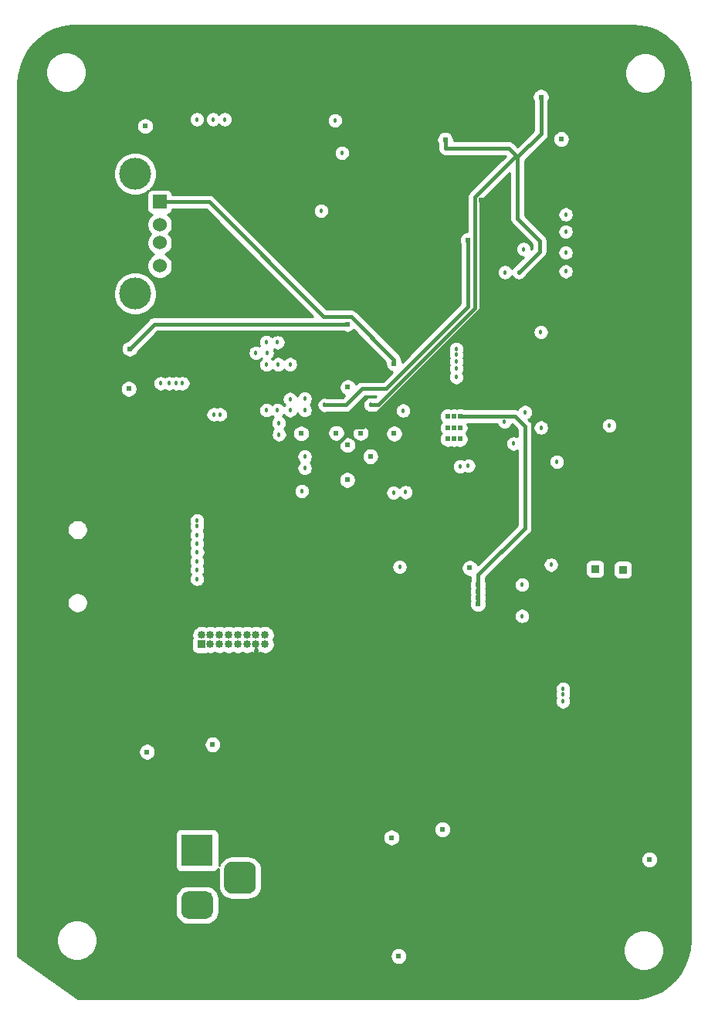
<source format=gbr>
%TF.GenerationSoftware,KiCad,Pcbnew,5.1.6-c6e7f7d~86~ubuntu18.04.1*%
%TF.CreationDate,2020-08-05T21:26:21-03:00*%
%TF.ProjectId,pcbproyecto,70636270-726f-4796-9563-746f2e6b6963,rev?*%
%TF.SameCoordinates,Original*%
%TF.FileFunction,Copper,L2,Inr*%
%TF.FilePolarity,Positive*%
%FSLAX46Y46*%
G04 Gerber Fmt 4.6, Leading zero omitted, Abs format (unit mm)*
G04 Created by KiCad (PCBNEW 5.1.6-c6e7f7d~86~ubuntu18.04.1) date 2020-08-05 21:26:21*
%MOMM*%
%LPD*%
G01*
G04 APERTURE LIST*
%TA.AperFunction,ViaPad*%
%ADD10O,0.850000X0.850000*%
%TD*%
%TA.AperFunction,ViaPad*%
%ADD11R,0.850000X0.850000*%
%TD*%
%TA.AperFunction,ViaPad*%
%ADD12R,3.500000X3.500000*%
%TD*%
%TA.AperFunction,ViaPad*%
%ADD13C,1.524000*%
%TD*%
%TA.AperFunction,ViaPad*%
%ADD14R,1.524000X1.524000*%
%TD*%
%TA.AperFunction,ViaPad*%
%ADD15C,3.500000*%
%TD*%
%TA.AperFunction,ViaPad*%
%ADD16C,0.457200*%
%TD*%
%TA.AperFunction,ViaPad*%
%ADD17C,0.609600*%
%TD*%
%TA.AperFunction,Conductor*%
%ADD18C,0.381000*%
%TD*%
%TA.AperFunction,Conductor*%
%ADD19C,0.254000*%
%TD*%
G04 APERTURE END LIST*
D10*
%TO.N,GND*%
%TO.C,J2*%
X39750000Y-85500000D03*
X39750000Y-86500000D03*
%TO.N,N/C*%
X38750000Y-85500000D03*
%TO.N,VDD_3V3B*%
X38750000Y-86500000D03*
%TO.N,/Peripherals/UART0_TX*%
X37750000Y-85500000D03*
%TO.N,N/C*%
X37750000Y-86500000D03*
%TO.N,/Peripherals/UART0_RX*%
X36750000Y-85500000D03*
%TO.N,N/C*%
X36750000Y-86500000D03*
%TO.N,/Peripherals/SPI0_D0*%
X35750000Y-85500000D03*
%TO.N,N/C*%
X35750000Y-86500000D03*
%TO.N,/Peripherals/SPI0_SCLK*%
X34750000Y-85500000D03*
%TO.N,N/C*%
X34750000Y-86500000D03*
%TO.N,/Peripherals/SPI0_D1*%
X33750000Y-85500000D03*
%TO.N,VDD_5V*%
X33750000Y-86500000D03*
%TO.N,/Peripherals/SPI0_CS0*%
X32750000Y-85500000D03*
D11*
%TO.N,Net-(J2-Pad1)*%
X32750000Y-86500000D03*
%TD*%
%TO.N,Net-(J6-Pad1)*%
%TO.C,J6*%
X79000000Y-78325000D03*
%TD*%
%TO.N,GND*%
%TO.C,J4*%
X75950000Y-78245000D03*
%TD*%
%TO.N,GND*%
%TO.C,J1*%
%TA.AperFunction,ViaPad*%
G36*
G01*
X37875000Y-113850000D02*
X36125000Y-113850000D01*
G75*
G02*
X35250000Y-112975000I0J875000D01*
G01*
X35250000Y-111225000D01*
G75*
G02*
X36125000Y-110350000I875000J0D01*
G01*
X37875000Y-110350000D01*
G75*
G02*
X38750000Y-111225000I0J-875000D01*
G01*
X38750000Y-112975000D01*
G75*
G02*
X37875000Y-113850000I-875000J0D01*
G01*
G37*
%TD.AperFunction*%
%TA.AperFunction,ViaPad*%
G36*
G01*
X33300000Y-116600000D02*
X31300000Y-116600000D01*
G75*
G02*
X30550000Y-115850000I0J750000D01*
G01*
X30550000Y-114350000D01*
G75*
G02*
X31300000Y-113600000I750000J0D01*
G01*
X33300000Y-113600000D01*
G75*
G02*
X34050000Y-114350000I0J-750000D01*
G01*
X34050000Y-115850000D01*
G75*
G02*
X33300000Y-116600000I-750000J0D01*
G01*
G37*
%TD.AperFunction*%
D12*
%TO.N,/Interfaces/IN_PWR_SUPPLY*%
X32300000Y-109100000D03*
%TD*%
D13*
%TO.N,GND*%
%TO.C,J3*%
X28200000Y-45000000D03*
%TO.N,/USB1_D+*%
X28200000Y-42500000D03*
%TO.N,/USB1_D-*%
X28200000Y-40500000D03*
D14*
%TO.N,/USB1_VBU*%
X28200000Y-38000000D03*
D15*
%TO.N,CGND*%
X25490000Y-34930000D03*
X25490000Y-48070000D03*
%TD*%
D16*
%TO.N,GND*%
X44097600Y-59584800D03*
X44097600Y-60854800D03*
D17*
X53902000Y-63407500D03*
X48822000Y-58327500D03*
X48758500Y-68487500D03*
D16*
X44097600Y-65934800D03*
X44097600Y-67204800D03*
D17*
X81900000Y-110100000D03*
X43712600Y-63400000D03*
X72217600Y-31125000D03*
D16*
X45890000Y-38982000D03*
X54500000Y-78000000D03*
D17*
X34000000Y-97500000D03*
X26800000Y-98300000D03*
X53600000Y-107700000D03*
X59200000Y-106800000D03*
X54400000Y-120700000D03*
X24800000Y-58500000D03*
D16*
X32290000Y-75500000D03*
D17*
X62190000Y-78140000D03*
D16*
X77500000Y-62500000D03*
X67000000Y-64500000D03*
X71100000Y-77800000D03*
X68072000Y-43180000D03*
X66040000Y-45720000D03*
X69989700Y-52290300D03*
D17*
%TO.N,VDD_5V*%
X59794800Y-61515200D03*
X60455200Y-61515200D03*
X63100000Y-81400000D03*
X63100000Y-82100000D03*
X63100000Y-80700000D03*
X63100000Y-80000000D03*
X61115600Y-61515200D03*
%TO.N,USB_DC*%
X60455200Y-62785200D03*
X61115600Y-62785200D03*
X59794800Y-62785200D03*
X24900000Y-54100000D03*
X48800000Y-51400000D03*
%TO.N,VDD_3V3A*%
X47552000Y-63344000D03*
X50219000Y-63344000D03*
X48796600Y-64664800D03*
%TO.N,VDD_3V3B*%
X46250000Y-66000000D03*
X63400000Y-37800000D03*
X50100000Y-78800000D03*
D16*
X66548000Y-41148000D03*
%TO.N,VDD_3V3AUX*%
X46280000Y-60280000D03*
D17*
X62000000Y-42187511D03*
%TO.N,SYS_5V*%
X51300000Y-65900000D03*
D16*
%TO.N,VDD_RTC*%
X51340000Y-60250000D03*
D17*
X70000000Y-26500000D03*
X59500000Y-31200000D03*
D16*
X67564000Y-45720000D03*
%TO.N,Net-(TP1-Pad1)*%
X54900000Y-60880000D03*
X35306000Y-28956000D03*
%TO.N,Net-(TP2-Pad1)*%
X55140000Y-69840000D03*
X72425137Y-91400000D03*
%TO.N,Net-(TP3-Pad1)*%
X53830000Y-69870000D03*
X72425137Y-91960848D03*
%TO.N,Net-(TP4-Pad1)*%
X43770000Y-69700000D03*
X72425137Y-92780000D03*
%TO.N,Net-(TP5-Pad1)*%
X42490000Y-60870000D03*
X34036000Y-28956000D03*
%TO.N,Net-(TP6-Pad1)*%
X42477460Y-59620000D03*
X32258000Y-28956000D03*
D17*
%TO.N,Net-(TP7-Pad1)*%
X60455200Y-64004400D03*
X59794800Y-64004400D03*
X61115600Y-64004400D03*
%TO.N,CGND*%
X26600000Y-29700000D03*
D16*
%TO.N,/Sistem In Package/OSC_OUT*%
X47414000Y-29076000D03*
X48176000Y-32632000D03*
%TO.N,/Peripherals/SPI0_D1*%
X29200000Y-57900000D03*
%TO.N,/Peripherals/SPI0_D0*%
X30699992Y-57900000D03*
%TO.N,/Peripherals/UART0_TX*%
X34800000Y-61300000D03*
%TO.N,/Peripherals/SPI0_SCLK*%
X30022748Y-57900000D03*
%TO.N,/Peripherals/UART0_RX*%
X34100000Y-61300000D03*
%TO.N,/Peripherals/SPI0_CS0*%
X28300000Y-57900000D03*
%TO.N,/Sistem In Package/AIN51.8V*%
X41280000Y-63500000D03*
%TO.N,/Sistem In Package/AIN61.8V*%
X41250000Y-62250000D03*
%TO.N,/Interfaces/MMC0_DAT2*%
X32290000Y-79340000D03*
X41120000Y-53410000D03*
%TO.N,/Interfaces/MMC0_CD*%
X32290000Y-72941470D03*
X41190000Y-55810000D03*
%TO.N,/Interfaces/MMC0_CMD*%
X39890000Y-53360000D03*
X32290000Y-77420000D03*
%TO.N,/Interfaces/MMC0_CLK*%
X32300000Y-76390000D03*
X39910000Y-55850000D03*
%TO.N,/Interfaces/MMC0_DAT0*%
X32290000Y-74520000D03*
X38740000Y-54560000D03*
%TO.N,/Interfaces/MMC0_DAT1*%
X32290000Y-73551067D03*
X39940000Y-54560000D03*
D17*
%TO.N,/USB1_VBU*%
X53880000Y-55730000D03*
D16*
%TO.N,/Interfaces/MMC0_DAT3*%
X32290000Y-78320000D03*
X42490000Y-55810000D03*
%TO.N,Net-(J6-Pad1)*%
X71750000Y-66500000D03*
X70000000Y-62750000D03*
%TO.N,/I2C1_SDA*%
X39897460Y-60850000D03*
X68260000Y-61050000D03*
%TO.N,/I2C1_SCL*%
X41090000Y-60850000D03*
X66006721Y-62086700D03*
%TO.N,/GPIO_A8*%
X72710000Y-39380000D03*
X60710000Y-54130000D03*
%TO.N,/GPIO_A7*%
X72710000Y-41250000D03*
X60710000Y-54760000D03*
%TO.N,/GPIO_A5*%
X72710000Y-45630000D03*
X60710000Y-56290000D03*
%TO.N,Net-(TP8-Pad1)*%
X62030000Y-66950000D03*
X67930000Y-79970000D03*
%TO.N,Net-(TP9-Pad1)*%
X61120000Y-67000000D03*
X67930000Y-83410000D03*
%TO.N,/GPIO_A6*%
X72710000Y-43580000D03*
X60710000Y-55490002D03*
%TO.N,/GPIO_A4*%
X60710000Y-57220000D03*
D17*
%TO.N,VDD_3V3B*%
X69840000Y-58290000D03*
%TD*%
D18*
%TO.N,VDD_5V*%
X63100000Y-82100000D02*
X63100000Y-79100000D01*
X63100000Y-78900000D02*
X63100000Y-82100000D01*
X67137511Y-61515200D02*
X68233910Y-62611599D01*
X68233910Y-62611599D02*
X68233910Y-73766090D01*
X68233910Y-73766090D02*
X63100000Y-78900000D01*
X67137511Y-61515200D02*
X61115600Y-61515200D01*
%TO.N,USB_DC*%
X27600000Y-51400000D02*
X24900000Y-54100000D01*
X48800000Y-51400000D02*
X27600000Y-51400000D01*
%TO.N,VDD_3V3B*%
X50462299Y-62696299D02*
X49553701Y-62696299D01*
X49553701Y-62696299D02*
X46250000Y-66000000D01*
X63400000Y-49758598D02*
X50462299Y-62696299D01*
X63400000Y-37800000D02*
X63400000Y-49758598D01*
X46250000Y-74750000D02*
X46250000Y-66000000D01*
X50100000Y-78800000D02*
X50100000Y-78600000D01*
X50100000Y-78600000D02*
X46250000Y-74750000D01*
X66548000Y-40948000D02*
X66548000Y-41148000D01*
X63400000Y-37800000D02*
X66548000Y-40948000D01*
%TO.N,VDD_3V3AUX*%
X53025000Y-58500000D02*
X62000000Y-49525000D01*
X62000000Y-49525000D02*
X62000000Y-42187511D01*
X50360000Y-58500000D02*
X53025000Y-58500000D01*
X46280000Y-60280000D02*
X48580000Y-60280000D01*
X48580000Y-60280000D02*
X50360000Y-58500000D01*
%TO.N,VDD_RTC*%
X67450000Y-33100000D02*
X70000000Y-30550000D01*
X70000000Y-30550000D02*
X70000000Y-26500000D01*
X67400000Y-33150000D02*
X67450000Y-33100000D01*
X67450000Y-39850000D02*
X67500000Y-39900000D01*
X62752299Y-49651945D02*
X62752299Y-37489103D01*
X67091402Y-33150000D02*
X67400000Y-33150000D01*
X51340000Y-60250000D02*
X52154244Y-60250000D01*
X62752299Y-37489103D02*
X67091402Y-33150000D01*
X52154244Y-60250000D02*
X62752299Y-49651945D01*
X66480000Y-32130000D02*
X67450000Y-33100000D01*
X59500000Y-31200000D02*
X59500000Y-32130000D01*
X59500000Y-32130000D02*
X66480000Y-32130000D01*
X67400000Y-39800000D02*
X67400000Y-33150000D01*
X69850000Y-42250000D02*
X67400000Y-39800000D01*
X69850000Y-43434000D02*
X67564000Y-45720000D01*
X69850000Y-42250000D02*
X69850000Y-43434000D01*
%TO.N,/USB1_VBU*%
X53880000Y-55298948D02*
X49171052Y-50590000D01*
X53880000Y-55730000D02*
X53880000Y-55298948D01*
X49171052Y-50590000D02*
X46180000Y-50590000D01*
X33590000Y-38000000D02*
X28200000Y-38000000D01*
X46180000Y-50590000D02*
X33590000Y-38000000D01*
%TD*%
D19*
%TO.N,VDD_3V3B*%
G36*
X80936842Y-18731439D02*
G01*
X81853106Y-18938769D01*
X82728657Y-19279252D01*
X83544265Y-19745410D01*
X84282014Y-20327005D01*
X84925689Y-21011251D01*
X85461160Y-21783129D01*
X85876659Y-22625677D01*
X86163054Y-23520376D01*
X86315689Y-24457579D01*
X86340000Y-25014404D01*
X86340001Y-118975498D01*
X86268561Y-119936841D01*
X86061231Y-120853106D01*
X85720748Y-121728657D01*
X85254590Y-122544265D01*
X84672995Y-123282014D01*
X83988749Y-123925689D01*
X83216871Y-124461160D01*
X82374323Y-124876659D01*
X81479624Y-125163054D01*
X80542414Y-125315689D01*
X79985595Y-125340000D01*
X19211508Y-125340000D01*
X12660000Y-120660353D01*
X12660000Y-118753472D01*
X16865800Y-118753472D01*
X16865800Y-119193728D01*
X16951690Y-119625525D01*
X17120169Y-120032269D01*
X17364762Y-120398329D01*
X17676071Y-120709638D01*
X18042131Y-120954231D01*
X18448875Y-121122710D01*
X18880672Y-121208600D01*
X19320928Y-121208600D01*
X19752725Y-121122710D01*
X20159469Y-120954231D01*
X20525529Y-120709638D01*
X20627729Y-120607438D01*
X53460200Y-120607438D01*
X53460200Y-120792562D01*
X53496316Y-120974129D01*
X53567160Y-121145162D01*
X53670010Y-121299087D01*
X53800913Y-121429990D01*
X53954838Y-121532840D01*
X54125871Y-121603684D01*
X54307438Y-121639800D01*
X54492562Y-121639800D01*
X54674129Y-121603684D01*
X54845162Y-121532840D01*
X54999087Y-121429990D01*
X55129990Y-121299087D01*
X55232840Y-121145162D01*
X55303684Y-120974129D01*
X55339800Y-120792562D01*
X55339800Y-120607438D01*
X55303684Y-120425871D01*
X55232840Y-120254838D01*
X55129990Y-120100913D01*
X54999087Y-119970010D01*
X54845162Y-119867160D01*
X54731965Y-119820272D01*
X79045000Y-119820272D01*
X79045000Y-120260528D01*
X79130890Y-120692325D01*
X79299369Y-121099069D01*
X79543962Y-121465129D01*
X79855271Y-121776438D01*
X80221331Y-122021031D01*
X80628075Y-122189510D01*
X81059872Y-122275400D01*
X81500128Y-122275400D01*
X81931925Y-122189510D01*
X82338669Y-122021031D01*
X82704729Y-121776438D01*
X83016038Y-121465129D01*
X83260631Y-121099069D01*
X83429110Y-120692325D01*
X83515000Y-120260528D01*
X83515000Y-119820272D01*
X83429110Y-119388475D01*
X83260631Y-118981731D01*
X83016038Y-118615671D01*
X82704729Y-118304362D01*
X82338669Y-118059769D01*
X81931925Y-117891290D01*
X81500128Y-117805400D01*
X81059872Y-117805400D01*
X80628075Y-117891290D01*
X80221331Y-118059769D01*
X79855271Y-118304362D01*
X79543962Y-118615671D01*
X79299369Y-118981731D01*
X79130890Y-119388475D01*
X79045000Y-119820272D01*
X54731965Y-119820272D01*
X54674129Y-119796316D01*
X54492562Y-119760200D01*
X54307438Y-119760200D01*
X54125871Y-119796316D01*
X53954838Y-119867160D01*
X53800913Y-119970010D01*
X53670010Y-120100913D01*
X53567160Y-120254838D01*
X53496316Y-120425871D01*
X53460200Y-120607438D01*
X20627729Y-120607438D01*
X20836838Y-120398329D01*
X21081431Y-120032269D01*
X21249910Y-119625525D01*
X21335800Y-119193728D01*
X21335800Y-118753472D01*
X21249910Y-118321675D01*
X21081431Y-117914931D01*
X20836838Y-117548871D01*
X20525529Y-117237562D01*
X20159469Y-116992969D01*
X19752725Y-116824490D01*
X19320928Y-116738600D01*
X18880672Y-116738600D01*
X18448875Y-116824490D01*
X18042131Y-116992969D01*
X17676071Y-117237562D01*
X17364762Y-117548871D01*
X17120169Y-117914931D01*
X16951690Y-118321675D01*
X16865800Y-118753472D01*
X12660000Y-118753472D01*
X12660000Y-114350000D01*
X29911928Y-114350000D01*
X29911928Y-115850000D01*
X29938599Y-116120799D01*
X30017589Y-116381192D01*
X30145860Y-116621171D01*
X30318485Y-116831515D01*
X30528829Y-117004140D01*
X30768808Y-117132411D01*
X31029201Y-117211401D01*
X31300000Y-117238072D01*
X33300000Y-117238072D01*
X33570799Y-117211401D01*
X33831192Y-117132411D01*
X34071171Y-117004140D01*
X34281515Y-116831515D01*
X34454140Y-116621171D01*
X34582411Y-116381192D01*
X34661401Y-116120799D01*
X34688072Y-115850000D01*
X34688072Y-114350000D01*
X34661401Y-114079201D01*
X34582411Y-113818808D01*
X34454140Y-113578829D01*
X34281515Y-113368485D01*
X34071171Y-113195860D01*
X33831192Y-113067589D01*
X33570799Y-112988599D01*
X33300000Y-112961928D01*
X31300000Y-112961928D01*
X31029201Y-112988599D01*
X30768808Y-113067589D01*
X30528829Y-113195860D01*
X30318485Y-113368485D01*
X30145860Y-113578829D01*
X30017589Y-113818808D01*
X29938599Y-114079201D01*
X29911928Y-114350000D01*
X12660000Y-114350000D01*
X12660000Y-107350000D01*
X29911928Y-107350000D01*
X29911928Y-110850000D01*
X29924188Y-110974482D01*
X29960498Y-111094180D01*
X30019463Y-111204494D01*
X30098815Y-111301185D01*
X30195506Y-111380537D01*
X30305820Y-111439502D01*
X30425518Y-111475812D01*
X30550000Y-111488072D01*
X34050000Y-111488072D01*
X34174482Y-111475812D01*
X34294180Y-111439502D01*
X34404494Y-111380537D01*
X34501185Y-111301185D01*
X34580537Y-111204494D01*
X34621494Y-111127869D01*
X34611928Y-111225000D01*
X34611928Y-112975000D01*
X34641001Y-113270186D01*
X34727104Y-113554028D01*
X34866927Y-113815618D01*
X35055097Y-114044903D01*
X35284382Y-114233073D01*
X35545972Y-114372896D01*
X35829814Y-114458999D01*
X36125000Y-114488072D01*
X37875000Y-114488072D01*
X38170186Y-114458999D01*
X38454028Y-114372896D01*
X38715618Y-114233073D01*
X38944903Y-114044903D01*
X39133073Y-113815618D01*
X39272896Y-113554028D01*
X39358999Y-113270186D01*
X39388072Y-112975000D01*
X39388072Y-111225000D01*
X39358999Y-110929814D01*
X39272896Y-110645972D01*
X39133073Y-110384382D01*
X38944903Y-110155097D01*
X38764981Y-110007438D01*
X80960200Y-110007438D01*
X80960200Y-110192562D01*
X80996316Y-110374129D01*
X81067160Y-110545162D01*
X81170010Y-110699087D01*
X81300913Y-110829990D01*
X81454838Y-110932840D01*
X81625871Y-111003684D01*
X81807438Y-111039800D01*
X81992562Y-111039800D01*
X82174129Y-111003684D01*
X82345162Y-110932840D01*
X82499087Y-110829990D01*
X82629990Y-110699087D01*
X82732840Y-110545162D01*
X82803684Y-110374129D01*
X82839800Y-110192562D01*
X82839800Y-110007438D01*
X82803684Y-109825871D01*
X82732840Y-109654838D01*
X82629990Y-109500913D01*
X82499087Y-109370010D01*
X82345162Y-109267160D01*
X82174129Y-109196316D01*
X81992562Y-109160200D01*
X81807438Y-109160200D01*
X81625871Y-109196316D01*
X81454838Y-109267160D01*
X81300913Y-109370010D01*
X81170010Y-109500913D01*
X81067160Y-109654838D01*
X80996316Y-109825871D01*
X80960200Y-110007438D01*
X38764981Y-110007438D01*
X38715618Y-109966927D01*
X38454028Y-109827104D01*
X38170186Y-109741001D01*
X37875000Y-109711928D01*
X36125000Y-109711928D01*
X35829814Y-109741001D01*
X35545972Y-109827104D01*
X35284382Y-109966927D01*
X35055097Y-110155097D01*
X34866927Y-110384382D01*
X34727104Y-110645972D01*
X34688072Y-110774643D01*
X34688072Y-107607438D01*
X52660200Y-107607438D01*
X52660200Y-107792562D01*
X52696316Y-107974129D01*
X52767160Y-108145162D01*
X52870010Y-108299087D01*
X53000913Y-108429990D01*
X53154838Y-108532840D01*
X53325871Y-108603684D01*
X53507438Y-108639800D01*
X53692562Y-108639800D01*
X53874129Y-108603684D01*
X54045162Y-108532840D01*
X54199087Y-108429990D01*
X54329990Y-108299087D01*
X54432840Y-108145162D01*
X54503684Y-107974129D01*
X54539800Y-107792562D01*
X54539800Y-107607438D01*
X54503684Y-107425871D01*
X54432840Y-107254838D01*
X54329990Y-107100913D01*
X54199087Y-106970010D01*
X54045162Y-106867160D01*
X53874129Y-106796316D01*
X53692562Y-106760200D01*
X53507438Y-106760200D01*
X53325871Y-106796316D01*
X53154838Y-106867160D01*
X53000913Y-106970010D01*
X52870010Y-107100913D01*
X52767160Y-107254838D01*
X52696316Y-107425871D01*
X52660200Y-107607438D01*
X34688072Y-107607438D01*
X34688072Y-107350000D01*
X34675812Y-107225518D01*
X34639502Y-107105820D01*
X34580537Y-106995506D01*
X34501185Y-106898815D01*
X34404494Y-106819463D01*
X34294180Y-106760498D01*
X34174482Y-106724188D01*
X34050000Y-106711928D01*
X30550000Y-106711928D01*
X30425518Y-106724188D01*
X30305820Y-106760498D01*
X30195506Y-106819463D01*
X30098815Y-106898815D01*
X30019463Y-106995506D01*
X29960498Y-107105820D01*
X29924188Y-107225518D01*
X29911928Y-107350000D01*
X12660000Y-107350000D01*
X12660000Y-106707438D01*
X58260200Y-106707438D01*
X58260200Y-106892562D01*
X58296316Y-107074129D01*
X58367160Y-107245162D01*
X58470010Y-107399087D01*
X58600913Y-107529990D01*
X58754838Y-107632840D01*
X58925871Y-107703684D01*
X59107438Y-107739800D01*
X59292562Y-107739800D01*
X59474129Y-107703684D01*
X59645162Y-107632840D01*
X59799087Y-107529990D01*
X59929990Y-107399087D01*
X60032840Y-107245162D01*
X60103684Y-107074129D01*
X60139800Y-106892562D01*
X60139800Y-106707438D01*
X60103684Y-106525871D01*
X60032840Y-106354838D01*
X59929990Y-106200913D01*
X59799087Y-106070010D01*
X59645162Y-105967160D01*
X59474129Y-105896316D01*
X59292562Y-105860200D01*
X59107438Y-105860200D01*
X58925871Y-105896316D01*
X58754838Y-105967160D01*
X58600913Y-106070010D01*
X58470010Y-106200913D01*
X58367160Y-106354838D01*
X58296316Y-106525871D01*
X58260200Y-106707438D01*
X12660000Y-106707438D01*
X12660000Y-98207438D01*
X25860200Y-98207438D01*
X25860200Y-98392562D01*
X25896316Y-98574129D01*
X25967160Y-98745162D01*
X26070010Y-98899087D01*
X26200913Y-99029990D01*
X26354838Y-99132840D01*
X26525871Y-99203684D01*
X26707438Y-99239800D01*
X26892562Y-99239800D01*
X27074129Y-99203684D01*
X27245162Y-99132840D01*
X27399087Y-99029990D01*
X27529990Y-98899087D01*
X27632840Y-98745162D01*
X27703684Y-98574129D01*
X27739800Y-98392562D01*
X27739800Y-98207438D01*
X27703684Y-98025871D01*
X27632840Y-97854838D01*
X27529990Y-97700913D01*
X27399087Y-97570010D01*
X27245162Y-97467160D01*
X27100980Y-97407438D01*
X33060200Y-97407438D01*
X33060200Y-97592562D01*
X33096316Y-97774129D01*
X33167160Y-97945162D01*
X33270010Y-98099087D01*
X33400913Y-98229990D01*
X33554838Y-98332840D01*
X33725871Y-98403684D01*
X33907438Y-98439800D01*
X34092562Y-98439800D01*
X34274129Y-98403684D01*
X34445162Y-98332840D01*
X34599087Y-98229990D01*
X34729990Y-98099087D01*
X34832840Y-97945162D01*
X34903684Y-97774129D01*
X34939800Y-97592562D01*
X34939800Y-97407438D01*
X34903684Y-97225871D01*
X34832840Y-97054838D01*
X34729990Y-96900913D01*
X34599087Y-96770010D01*
X34445162Y-96667160D01*
X34274129Y-96596316D01*
X34092562Y-96560200D01*
X33907438Y-96560200D01*
X33725871Y-96596316D01*
X33554838Y-96667160D01*
X33400913Y-96770010D01*
X33270010Y-96900913D01*
X33167160Y-97054838D01*
X33096316Y-97225871D01*
X33060200Y-97407438D01*
X27100980Y-97407438D01*
X27074129Y-97396316D01*
X26892562Y-97360200D01*
X26707438Y-97360200D01*
X26525871Y-97396316D01*
X26354838Y-97467160D01*
X26200913Y-97570010D01*
X26070010Y-97700913D01*
X25967160Y-97854838D01*
X25896316Y-98025871D01*
X25860200Y-98207438D01*
X12660000Y-98207438D01*
X12660000Y-91314943D01*
X71561537Y-91314943D01*
X71561537Y-91485057D01*
X71594724Y-91651903D01*
X71606538Y-91680424D01*
X71594724Y-91708945D01*
X71561537Y-91875791D01*
X71561537Y-92045905D01*
X71594724Y-92212751D01*
X71659824Y-92369916D01*
X71660163Y-92370424D01*
X71659824Y-92370932D01*
X71594724Y-92528097D01*
X71561537Y-92694943D01*
X71561537Y-92865057D01*
X71594724Y-93031903D01*
X71659824Y-93189068D01*
X71754335Y-93330513D01*
X71874624Y-93450802D01*
X72016069Y-93545313D01*
X72173234Y-93610413D01*
X72340080Y-93643600D01*
X72510194Y-93643600D01*
X72677040Y-93610413D01*
X72834205Y-93545313D01*
X72975650Y-93450802D01*
X73095939Y-93330513D01*
X73190450Y-93189068D01*
X73255550Y-93031903D01*
X73288737Y-92865057D01*
X73288737Y-92694943D01*
X73255550Y-92528097D01*
X73190450Y-92370932D01*
X73190111Y-92370424D01*
X73190450Y-92369916D01*
X73255550Y-92212751D01*
X73288737Y-92045905D01*
X73288737Y-91875791D01*
X73255550Y-91708945D01*
X73243736Y-91680424D01*
X73255550Y-91651903D01*
X73288737Y-91485057D01*
X73288737Y-91314943D01*
X73255550Y-91148097D01*
X73190450Y-90990932D01*
X73095939Y-90849487D01*
X72975650Y-90729198D01*
X72834205Y-90634687D01*
X72677040Y-90569587D01*
X72510194Y-90536400D01*
X72340080Y-90536400D01*
X72173234Y-90569587D01*
X72016069Y-90634687D01*
X71874624Y-90729198D01*
X71754335Y-90849487D01*
X71659824Y-90990932D01*
X71594724Y-91148097D01*
X71561537Y-91314943D01*
X12660000Y-91314943D01*
X12660000Y-86075000D01*
X31686928Y-86075000D01*
X31686928Y-86925000D01*
X31699188Y-87049482D01*
X31735498Y-87169180D01*
X31794463Y-87279494D01*
X31873815Y-87376185D01*
X31970506Y-87455537D01*
X32080820Y-87514502D01*
X32200518Y-87550812D01*
X32325000Y-87563072D01*
X33175000Y-87563072D01*
X33299482Y-87550812D01*
X33419180Y-87514502D01*
X33423603Y-87512138D01*
X33440809Y-87519265D01*
X33645599Y-87560000D01*
X33854401Y-87560000D01*
X34059191Y-87519265D01*
X34250000Y-87440229D01*
X34440809Y-87519265D01*
X34645599Y-87560000D01*
X34854401Y-87560000D01*
X35059191Y-87519265D01*
X35250000Y-87440229D01*
X35440809Y-87519265D01*
X35645599Y-87560000D01*
X35854401Y-87560000D01*
X36059191Y-87519265D01*
X36250000Y-87440229D01*
X36440809Y-87519265D01*
X36645599Y-87560000D01*
X36854401Y-87560000D01*
X37059191Y-87519265D01*
X37250000Y-87440229D01*
X37440809Y-87519265D01*
X37645599Y-87560000D01*
X37854401Y-87560000D01*
X38059191Y-87519265D01*
X38252098Y-87439360D01*
X38257118Y-87436006D01*
X38424750Y-87508872D01*
X38459938Y-87519540D01*
X38623000Y-87392257D01*
X38623000Y-87101413D01*
X38689360Y-87002098D01*
X38750000Y-86855701D01*
X38810640Y-87002098D01*
X38877000Y-87101413D01*
X38877000Y-87392257D01*
X39040062Y-87519540D01*
X39075250Y-87508872D01*
X39242882Y-87436006D01*
X39247902Y-87439360D01*
X39440809Y-87519265D01*
X39645599Y-87560000D01*
X39854401Y-87560000D01*
X40059191Y-87519265D01*
X40252098Y-87439360D01*
X40425711Y-87323356D01*
X40573356Y-87175711D01*
X40689360Y-87002098D01*
X40769265Y-86809191D01*
X40810000Y-86604401D01*
X40810000Y-86395599D01*
X40769265Y-86190809D01*
X40690229Y-86000000D01*
X40769265Y-85809191D01*
X40810000Y-85604401D01*
X40810000Y-85395599D01*
X40769265Y-85190809D01*
X40689360Y-84997902D01*
X40573356Y-84824289D01*
X40425711Y-84676644D01*
X40252098Y-84560640D01*
X40059191Y-84480735D01*
X39854401Y-84440000D01*
X39645599Y-84440000D01*
X39440809Y-84480735D01*
X39250000Y-84559771D01*
X39059191Y-84480735D01*
X38854401Y-84440000D01*
X38645599Y-84440000D01*
X38440809Y-84480735D01*
X38250000Y-84559771D01*
X38059191Y-84480735D01*
X37854401Y-84440000D01*
X37645599Y-84440000D01*
X37440809Y-84480735D01*
X37250000Y-84559771D01*
X37059191Y-84480735D01*
X36854401Y-84440000D01*
X36645599Y-84440000D01*
X36440809Y-84480735D01*
X36250000Y-84559771D01*
X36059191Y-84480735D01*
X35854401Y-84440000D01*
X35645599Y-84440000D01*
X35440809Y-84480735D01*
X35250000Y-84559771D01*
X35059191Y-84480735D01*
X34854401Y-84440000D01*
X34645599Y-84440000D01*
X34440809Y-84480735D01*
X34250000Y-84559771D01*
X34059191Y-84480735D01*
X33854401Y-84440000D01*
X33645599Y-84440000D01*
X33440809Y-84480735D01*
X33250000Y-84559771D01*
X33059191Y-84480735D01*
X32854401Y-84440000D01*
X32645599Y-84440000D01*
X32440809Y-84480735D01*
X32247902Y-84560640D01*
X32074289Y-84676644D01*
X31926644Y-84824289D01*
X31810640Y-84997902D01*
X31730735Y-85190809D01*
X31690000Y-85395599D01*
X31690000Y-85604401D01*
X31730735Y-85809191D01*
X31737862Y-85826397D01*
X31735498Y-85830820D01*
X31699188Y-85950518D01*
X31686928Y-86075000D01*
X12660000Y-86075000D01*
X12660000Y-83324943D01*
X67066400Y-83324943D01*
X67066400Y-83495057D01*
X67099587Y-83661903D01*
X67164687Y-83819068D01*
X67259198Y-83960513D01*
X67379487Y-84080802D01*
X67520932Y-84175313D01*
X67678097Y-84240413D01*
X67844943Y-84273600D01*
X68015057Y-84273600D01*
X68181903Y-84240413D01*
X68339068Y-84175313D01*
X68480513Y-84080802D01*
X68600802Y-83960513D01*
X68695313Y-83819068D01*
X68760413Y-83661903D01*
X68793600Y-83495057D01*
X68793600Y-83324943D01*
X68760413Y-83158097D01*
X68695313Y-83000932D01*
X68600802Y-82859487D01*
X68480513Y-82739198D01*
X68339068Y-82644687D01*
X68181903Y-82579587D01*
X68015057Y-82546400D01*
X67844943Y-82546400D01*
X67678097Y-82579587D01*
X67520932Y-82644687D01*
X67379487Y-82739198D01*
X67259198Y-82859487D01*
X67164687Y-83000932D01*
X67099587Y-83158097D01*
X67066400Y-83324943D01*
X12660000Y-83324943D01*
X12660000Y-81834080D01*
X18034461Y-81834080D01*
X18034461Y-82057480D01*
X18078045Y-82276588D01*
X18163536Y-82482982D01*
X18287651Y-82668733D01*
X18445618Y-82826700D01*
X18631369Y-82950815D01*
X18837763Y-83036306D01*
X19056871Y-83079890D01*
X19280271Y-83079890D01*
X19499379Y-83036306D01*
X19705773Y-82950815D01*
X19891524Y-82826700D01*
X20049491Y-82668733D01*
X20173606Y-82482982D01*
X20259097Y-82276588D01*
X20302681Y-82057480D01*
X20302681Y-81834080D01*
X20259097Y-81614972D01*
X20173606Y-81408578D01*
X20049491Y-81222827D01*
X19891524Y-81064860D01*
X19705773Y-80940745D01*
X19499379Y-80855254D01*
X19280271Y-80811670D01*
X19056871Y-80811670D01*
X18837763Y-80855254D01*
X18631369Y-80940745D01*
X18445618Y-81064860D01*
X18287651Y-81222827D01*
X18163536Y-81408578D01*
X18078045Y-81614972D01*
X18034461Y-81834080D01*
X12660000Y-81834080D01*
X12660000Y-73838160D01*
X18034461Y-73838160D01*
X18034461Y-74061560D01*
X18078045Y-74280668D01*
X18163536Y-74487062D01*
X18287651Y-74672813D01*
X18445618Y-74830780D01*
X18631369Y-74954895D01*
X18837763Y-75040386D01*
X19056871Y-75083970D01*
X19280271Y-75083970D01*
X19499379Y-75040386D01*
X19705773Y-74954895D01*
X19891524Y-74830780D01*
X20049491Y-74672813D01*
X20173606Y-74487062D01*
X20259097Y-74280668D01*
X20302681Y-74061560D01*
X20302681Y-73838160D01*
X20259097Y-73619052D01*
X20173606Y-73412658D01*
X20049491Y-73226907D01*
X19891524Y-73068940D01*
X19705773Y-72944825D01*
X19499379Y-72859334D01*
X19484695Y-72856413D01*
X31426400Y-72856413D01*
X31426400Y-73026527D01*
X31459587Y-73193373D01*
X31481497Y-73246269D01*
X31459587Y-73299164D01*
X31426400Y-73466010D01*
X31426400Y-73636124D01*
X31459587Y-73802970D01*
X31524687Y-73960135D01*
X31575067Y-74035533D01*
X31524687Y-74110932D01*
X31459587Y-74268097D01*
X31426400Y-74434943D01*
X31426400Y-74605057D01*
X31459587Y-74771903D01*
X31524687Y-74929068D01*
X31578764Y-75010000D01*
X31524687Y-75090932D01*
X31459587Y-75248097D01*
X31426400Y-75414943D01*
X31426400Y-75585057D01*
X31459587Y-75751903D01*
X31524687Y-75909068D01*
X31553696Y-75952483D01*
X31534687Y-75980932D01*
X31469587Y-76138097D01*
X31436400Y-76304943D01*
X31436400Y-76475057D01*
X31469587Y-76641903D01*
X31534687Y-76799068D01*
X31600469Y-76897517D01*
X31524687Y-77010932D01*
X31459587Y-77168097D01*
X31426400Y-77334943D01*
X31426400Y-77505057D01*
X31459587Y-77671903D01*
X31524687Y-77829068D01*
X31552037Y-77870000D01*
X31524687Y-77910932D01*
X31459587Y-78068097D01*
X31426400Y-78234943D01*
X31426400Y-78405057D01*
X31459587Y-78571903D01*
X31524687Y-78729068D01*
X31592128Y-78830000D01*
X31524687Y-78930932D01*
X31459587Y-79088097D01*
X31426400Y-79254943D01*
X31426400Y-79425057D01*
X31459587Y-79591903D01*
X31524687Y-79749068D01*
X31619198Y-79890513D01*
X31739487Y-80010802D01*
X31880932Y-80105313D01*
X32038097Y-80170413D01*
X32204943Y-80203600D01*
X32375057Y-80203600D01*
X32541903Y-80170413D01*
X32699068Y-80105313D01*
X32840513Y-80010802D01*
X32960802Y-79890513D01*
X33055313Y-79749068D01*
X33120413Y-79591903D01*
X33153600Y-79425057D01*
X33153600Y-79254943D01*
X33120413Y-79088097D01*
X33055313Y-78930932D01*
X32987872Y-78830000D01*
X33055313Y-78729068D01*
X33120413Y-78571903D01*
X33153600Y-78405057D01*
X33153600Y-78234943D01*
X33120413Y-78068097D01*
X33056975Y-77914943D01*
X53636400Y-77914943D01*
X53636400Y-78085057D01*
X53669587Y-78251903D01*
X53734687Y-78409068D01*
X53829198Y-78550513D01*
X53949487Y-78670802D01*
X54090932Y-78765313D01*
X54248097Y-78830413D01*
X54414943Y-78863600D01*
X54585057Y-78863600D01*
X54751903Y-78830413D01*
X54909068Y-78765313D01*
X55050513Y-78670802D01*
X55170802Y-78550513D01*
X55265313Y-78409068D01*
X55330413Y-78251903D01*
X55363600Y-78085057D01*
X55363600Y-77914943D01*
X55330413Y-77748097D01*
X55265313Y-77590932D01*
X55170802Y-77449487D01*
X55050513Y-77329198D01*
X54909068Y-77234687D01*
X54751903Y-77169587D01*
X54585057Y-77136400D01*
X54414943Y-77136400D01*
X54248097Y-77169587D01*
X54090932Y-77234687D01*
X53949487Y-77329198D01*
X53829198Y-77449487D01*
X53734687Y-77590932D01*
X53669587Y-77748097D01*
X53636400Y-77914943D01*
X33056975Y-77914943D01*
X33055313Y-77910932D01*
X33027963Y-77870000D01*
X33055313Y-77829068D01*
X33120413Y-77671903D01*
X33153600Y-77505057D01*
X33153600Y-77334943D01*
X33120413Y-77168097D01*
X33055313Y-77010932D01*
X32989531Y-76912483D01*
X33065313Y-76799068D01*
X33130413Y-76641903D01*
X33163600Y-76475057D01*
X33163600Y-76304943D01*
X33130413Y-76138097D01*
X33065313Y-75980932D01*
X33036304Y-75937517D01*
X33055313Y-75909068D01*
X33120413Y-75751903D01*
X33153600Y-75585057D01*
X33153600Y-75414943D01*
X33120413Y-75248097D01*
X33055313Y-75090932D01*
X33001236Y-75010000D01*
X33055313Y-74929068D01*
X33120413Y-74771903D01*
X33153600Y-74605057D01*
X33153600Y-74434943D01*
X33120413Y-74268097D01*
X33055313Y-74110932D01*
X33004933Y-74035533D01*
X33055313Y-73960135D01*
X33120413Y-73802970D01*
X33153600Y-73636124D01*
X33153600Y-73466010D01*
X33120413Y-73299164D01*
X33098503Y-73246269D01*
X33120413Y-73193373D01*
X33153600Y-73026527D01*
X33153600Y-72856413D01*
X33120413Y-72689567D01*
X33055313Y-72532402D01*
X32960802Y-72390957D01*
X32840513Y-72270668D01*
X32699068Y-72176157D01*
X32541903Y-72111057D01*
X32375057Y-72077870D01*
X32204943Y-72077870D01*
X32038097Y-72111057D01*
X31880932Y-72176157D01*
X31739487Y-72270668D01*
X31619198Y-72390957D01*
X31524687Y-72532402D01*
X31459587Y-72689567D01*
X31426400Y-72856413D01*
X19484695Y-72856413D01*
X19280271Y-72815750D01*
X19056871Y-72815750D01*
X18837763Y-72859334D01*
X18631369Y-72944825D01*
X18445618Y-73068940D01*
X18287651Y-73226907D01*
X18163536Y-73412658D01*
X18078045Y-73619052D01*
X18034461Y-73838160D01*
X12660000Y-73838160D01*
X12660000Y-69614943D01*
X42906400Y-69614943D01*
X42906400Y-69785057D01*
X42939587Y-69951903D01*
X43004687Y-70109068D01*
X43099198Y-70250513D01*
X43219487Y-70370802D01*
X43360932Y-70465313D01*
X43518097Y-70530413D01*
X43684943Y-70563600D01*
X43855057Y-70563600D01*
X44021903Y-70530413D01*
X44179068Y-70465313D01*
X44320513Y-70370802D01*
X44440802Y-70250513D01*
X44535313Y-70109068D01*
X44600413Y-69951903D01*
X44633600Y-69785057D01*
X44633600Y-69784943D01*
X52966400Y-69784943D01*
X52966400Y-69955057D01*
X52999587Y-70121903D01*
X53064687Y-70279068D01*
X53159198Y-70420513D01*
X53279487Y-70540802D01*
X53420932Y-70635313D01*
X53578097Y-70700413D01*
X53744943Y-70733600D01*
X53915057Y-70733600D01*
X54081903Y-70700413D01*
X54239068Y-70635313D01*
X54380513Y-70540802D01*
X54500000Y-70421315D01*
X54589487Y-70510802D01*
X54730932Y-70605313D01*
X54888097Y-70670413D01*
X55054943Y-70703600D01*
X55225057Y-70703600D01*
X55391903Y-70670413D01*
X55549068Y-70605313D01*
X55690513Y-70510802D01*
X55810802Y-70390513D01*
X55905313Y-70249068D01*
X55970413Y-70091903D01*
X56003600Y-69925057D01*
X56003600Y-69754943D01*
X55970413Y-69588097D01*
X55905313Y-69430932D01*
X55810802Y-69289487D01*
X55690513Y-69169198D01*
X55549068Y-69074687D01*
X55391903Y-69009587D01*
X55225057Y-68976400D01*
X55054943Y-68976400D01*
X54888097Y-69009587D01*
X54730932Y-69074687D01*
X54589487Y-69169198D01*
X54470000Y-69288685D01*
X54380513Y-69199198D01*
X54239068Y-69104687D01*
X54081903Y-69039587D01*
X53915057Y-69006400D01*
X53744943Y-69006400D01*
X53578097Y-69039587D01*
X53420932Y-69104687D01*
X53279487Y-69199198D01*
X53159198Y-69319487D01*
X53064687Y-69460932D01*
X52999587Y-69618097D01*
X52966400Y-69784943D01*
X44633600Y-69784943D01*
X44633600Y-69614943D01*
X44600413Y-69448097D01*
X44535313Y-69290932D01*
X44440802Y-69149487D01*
X44320513Y-69029198D01*
X44179068Y-68934687D01*
X44021903Y-68869587D01*
X43855057Y-68836400D01*
X43684943Y-68836400D01*
X43518097Y-68869587D01*
X43360932Y-68934687D01*
X43219487Y-69029198D01*
X43099198Y-69149487D01*
X43004687Y-69290932D01*
X42939587Y-69448097D01*
X42906400Y-69614943D01*
X12660000Y-69614943D01*
X12660000Y-68394938D01*
X47818700Y-68394938D01*
X47818700Y-68580062D01*
X47854816Y-68761629D01*
X47925660Y-68932662D01*
X48028510Y-69086587D01*
X48159413Y-69217490D01*
X48313338Y-69320340D01*
X48484371Y-69391184D01*
X48665938Y-69427300D01*
X48851062Y-69427300D01*
X49032629Y-69391184D01*
X49203662Y-69320340D01*
X49357587Y-69217490D01*
X49488490Y-69086587D01*
X49591340Y-68932662D01*
X49662184Y-68761629D01*
X49698300Y-68580062D01*
X49698300Y-68394938D01*
X49662184Y-68213371D01*
X49591340Y-68042338D01*
X49488490Y-67888413D01*
X49357587Y-67757510D01*
X49203662Y-67654660D01*
X49032629Y-67583816D01*
X48851062Y-67547700D01*
X48665938Y-67547700D01*
X48484371Y-67583816D01*
X48313338Y-67654660D01*
X48159413Y-67757510D01*
X48028510Y-67888413D01*
X47925660Y-68042338D01*
X47854816Y-68213371D01*
X47818700Y-68394938D01*
X12660000Y-68394938D01*
X12660000Y-65849743D01*
X43234000Y-65849743D01*
X43234000Y-66019857D01*
X43267187Y-66186703D01*
X43332287Y-66343868D01*
X43426798Y-66485313D01*
X43511285Y-66569800D01*
X43426798Y-66654287D01*
X43332287Y-66795732D01*
X43267187Y-66952897D01*
X43234000Y-67119743D01*
X43234000Y-67289857D01*
X43267187Y-67456703D01*
X43332287Y-67613868D01*
X43426798Y-67755313D01*
X43547087Y-67875602D01*
X43688532Y-67970113D01*
X43845697Y-68035213D01*
X44012543Y-68068400D01*
X44182657Y-68068400D01*
X44349503Y-68035213D01*
X44506668Y-67970113D01*
X44648113Y-67875602D01*
X44768402Y-67755313D01*
X44862913Y-67613868D01*
X44928013Y-67456703D01*
X44961200Y-67289857D01*
X44961200Y-67119743D01*
X44928013Y-66952897D01*
X44912292Y-66914943D01*
X60256400Y-66914943D01*
X60256400Y-67085057D01*
X60289587Y-67251903D01*
X60354687Y-67409068D01*
X60449198Y-67550513D01*
X60569487Y-67670802D01*
X60710932Y-67765313D01*
X60868097Y-67830413D01*
X61034943Y-67863600D01*
X61205057Y-67863600D01*
X61371903Y-67830413D01*
X61529068Y-67765313D01*
X61612415Y-67709622D01*
X61620932Y-67715313D01*
X61778097Y-67780413D01*
X61944943Y-67813600D01*
X62115057Y-67813600D01*
X62281903Y-67780413D01*
X62439068Y-67715313D01*
X62580513Y-67620802D01*
X62700802Y-67500513D01*
X62795313Y-67359068D01*
X62860413Y-67201903D01*
X62893600Y-67035057D01*
X62893600Y-66864943D01*
X62860413Y-66698097D01*
X62795313Y-66540932D01*
X62700802Y-66399487D01*
X62580513Y-66279198D01*
X62439068Y-66184687D01*
X62281903Y-66119587D01*
X62115057Y-66086400D01*
X61944943Y-66086400D01*
X61778097Y-66119587D01*
X61620932Y-66184687D01*
X61537585Y-66240378D01*
X61529068Y-66234687D01*
X61371903Y-66169587D01*
X61205057Y-66136400D01*
X61034943Y-66136400D01*
X60868097Y-66169587D01*
X60710932Y-66234687D01*
X60569487Y-66329198D01*
X60449198Y-66449487D01*
X60354687Y-66590932D01*
X60289587Y-66748097D01*
X60256400Y-66914943D01*
X44912292Y-66914943D01*
X44862913Y-66795732D01*
X44768402Y-66654287D01*
X44683915Y-66569800D01*
X44768402Y-66485313D01*
X44862913Y-66343868D01*
X44928013Y-66186703D01*
X44961200Y-66019857D01*
X44961200Y-65849743D01*
X44952786Y-65807438D01*
X50360200Y-65807438D01*
X50360200Y-65992562D01*
X50396316Y-66174129D01*
X50467160Y-66345162D01*
X50570010Y-66499087D01*
X50700913Y-66629990D01*
X50854838Y-66732840D01*
X51025871Y-66803684D01*
X51207438Y-66839800D01*
X51392562Y-66839800D01*
X51574129Y-66803684D01*
X51745162Y-66732840D01*
X51899087Y-66629990D01*
X52029990Y-66499087D01*
X52132840Y-66345162D01*
X52203684Y-66174129D01*
X52239800Y-65992562D01*
X52239800Y-65807438D01*
X52203684Y-65625871D01*
X52132840Y-65454838D01*
X52029990Y-65300913D01*
X51899087Y-65170010D01*
X51745162Y-65067160D01*
X51574129Y-64996316D01*
X51392562Y-64960200D01*
X51207438Y-64960200D01*
X51025871Y-64996316D01*
X50854838Y-65067160D01*
X50700913Y-65170010D01*
X50570010Y-65300913D01*
X50467160Y-65454838D01*
X50396316Y-65625871D01*
X50360200Y-65807438D01*
X44952786Y-65807438D01*
X44928013Y-65682897D01*
X44862913Y-65525732D01*
X44768402Y-65384287D01*
X44648113Y-65263998D01*
X44506668Y-65169487D01*
X44349503Y-65104387D01*
X44182657Y-65071200D01*
X44012543Y-65071200D01*
X43845697Y-65104387D01*
X43688532Y-65169487D01*
X43547087Y-65263998D01*
X43426798Y-65384287D01*
X43332287Y-65525732D01*
X43267187Y-65682897D01*
X43234000Y-65849743D01*
X12660000Y-65849743D01*
X12660000Y-61214943D01*
X33236400Y-61214943D01*
X33236400Y-61385057D01*
X33269587Y-61551903D01*
X33334687Y-61709068D01*
X33429198Y-61850513D01*
X33549487Y-61970802D01*
X33690932Y-62065313D01*
X33848097Y-62130413D01*
X34014943Y-62163600D01*
X34185057Y-62163600D01*
X34351903Y-62130413D01*
X34450000Y-62089780D01*
X34548097Y-62130413D01*
X34714943Y-62163600D01*
X34885057Y-62163600D01*
X35051903Y-62130413D01*
X35209068Y-62065313D01*
X35350513Y-61970802D01*
X35470802Y-61850513D01*
X35565313Y-61709068D01*
X35630413Y-61551903D01*
X35663600Y-61385057D01*
X35663600Y-61214943D01*
X35630413Y-61048097D01*
X35565313Y-60890932D01*
X35481130Y-60764943D01*
X39033860Y-60764943D01*
X39033860Y-60935057D01*
X39067047Y-61101903D01*
X39132147Y-61259068D01*
X39226658Y-61400513D01*
X39346947Y-61520802D01*
X39488392Y-61615313D01*
X39645557Y-61680413D01*
X39812403Y-61713600D01*
X39982517Y-61713600D01*
X40149363Y-61680413D01*
X40306528Y-61615313D01*
X40447973Y-61520802D01*
X40493730Y-61475045D01*
X40539487Y-61520802D01*
X40670406Y-61608279D01*
X40579198Y-61699487D01*
X40484687Y-61840932D01*
X40419587Y-61998097D01*
X40386400Y-62164943D01*
X40386400Y-62335057D01*
X40419587Y-62501903D01*
X40484687Y-62659068D01*
X40579198Y-62800513D01*
X40668685Y-62890000D01*
X40609198Y-62949487D01*
X40514687Y-63090932D01*
X40449587Y-63248097D01*
X40416400Y-63414943D01*
X40416400Y-63585057D01*
X40449587Y-63751903D01*
X40514687Y-63909068D01*
X40609198Y-64050513D01*
X40729487Y-64170802D01*
X40870932Y-64265313D01*
X41028097Y-64330413D01*
X41194943Y-64363600D01*
X41365057Y-64363600D01*
X41531903Y-64330413D01*
X41689068Y-64265313D01*
X41830513Y-64170802D01*
X41950802Y-64050513D01*
X42045313Y-63909068D01*
X42110413Y-63751903D01*
X42143600Y-63585057D01*
X42143600Y-63414943D01*
X42122217Y-63307438D01*
X42772800Y-63307438D01*
X42772800Y-63492562D01*
X42808916Y-63674129D01*
X42879760Y-63845162D01*
X42982610Y-63999087D01*
X43113513Y-64129990D01*
X43267438Y-64232840D01*
X43438471Y-64303684D01*
X43620038Y-64339800D01*
X43805162Y-64339800D01*
X43986729Y-64303684D01*
X44157762Y-64232840D01*
X44311687Y-64129990D01*
X44442590Y-63999087D01*
X44545440Y-63845162D01*
X44616284Y-63674129D01*
X44652400Y-63492562D01*
X44652400Y-63307438D01*
X44641261Y-63251438D01*
X46612200Y-63251438D01*
X46612200Y-63436562D01*
X46648316Y-63618129D01*
X46719160Y-63789162D01*
X46822010Y-63943087D01*
X46952913Y-64073990D01*
X47106838Y-64176840D01*
X47277871Y-64247684D01*
X47459438Y-64283800D01*
X47644562Y-64283800D01*
X47826129Y-64247684D01*
X47990518Y-64179592D01*
X47963760Y-64219638D01*
X47892916Y-64390671D01*
X47856800Y-64572238D01*
X47856800Y-64757362D01*
X47892916Y-64938929D01*
X47963760Y-65109962D01*
X48066610Y-65263887D01*
X48197513Y-65394790D01*
X48351438Y-65497640D01*
X48522471Y-65568484D01*
X48704038Y-65604600D01*
X48889162Y-65604600D01*
X49070729Y-65568484D01*
X49241762Y-65497640D01*
X49395687Y-65394790D01*
X49526590Y-65263887D01*
X49629440Y-65109962D01*
X49700284Y-64938929D01*
X49736400Y-64757362D01*
X49736400Y-64572238D01*
X49700284Y-64390671D01*
X49629440Y-64219638D01*
X49526590Y-64065713D01*
X49395687Y-63934810D01*
X49241762Y-63831960D01*
X49070729Y-63761116D01*
X48889162Y-63725000D01*
X48704038Y-63725000D01*
X48522471Y-63761116D01*
X48358082Y-63829208D01*
X48384840Y-63789162D01*
X48455684Y-63618129D01*
X48491800Y-63436562D01*
X48491800Y-63251438D01*
X49279200Y-63251438D01*
X49279200Y-63436562D01*
X49315316Y-63618129D01*
X49386160Y-63789162D01*
X49489010Y-63943087D01*
X49619913Y-64073990D01*
X49773838Y-64176840D01*
X49944871Y-64247684D01*
X50126438Y-64283800D01*
X50311562Y-64283800D01*
X50493129Y-64247684D01*
X50664162Y-64176840D01*
X50818087Y-64073990D01*
X50948990Y-63943087D01*
X51051840Y-63789162D01*
X51122684Y-63618129D01*
X51158800Y-63436562D01*
X51158800Y-63314938D01*
X52962200Y-63314938D01*
X52962200Y-63500062D01*
X52998316Y-63681629D01*
X53069160Y-63852662D01*
X53172010Y-64006587D01*
X53302913Y-64137490D01*
X53456838Y-64240340D01*
X53627871Y-64311184D01*
X53809438Y-64347300D01*
X53994562Y-64347300D01*
X54176129Y-64311184D01*
X54347162Y-64240340D01*
X54501087Y-64137490D01*
X54631990Y-64006587D01*
X54734840Y-63852662D01*
X54805684Y-63681629D01*
X54841800Y-63500062D01*
X54841800Y-63314938D01*
X54805684Y-63133371D01*
X54734840Y-62962338D01*
X54631990Y-62808413D01*
X54501087Y-62677510D01*
X54347162Y-62574660D01*
X54176129Y-62503816D01*
X53994562Y-62467700D01*
X53809438Y-62467700D01*
X53627871Y-62503816D01*
X53456838Y-62574660D01*
X53302913Y-62677510D01*
X53172010Y-62808413D01*
X53069160Y-62962338D01*
X52998316Y-63133371D01*
X52962200Y-63314938D01*
X51158800Y-63314938D01*
X51158800Y-63251438D01*
X51122684Y-63069871D01*
X51051840Y-62898838D01*
X50948990Y-62744913D01*
X50818087Y-62614010D01*
X50664162Y-62511160D01*
X50493129Y-62440316D01*
X50311562Y-62404200D01*
X50126438Y-62404200D01*
X49944871Y-62440316D01*
X49773838Y-62511160D01*
X49619913Y-62614010D01*
X49489010Y-62744913D01*
X49386160Y-62898838D01*
X49315316Y-63069871D01*
X49279200Y-63251438D01*
X48491800Y-63251438D01*
X48455684Y-63069871D01*
X48384840Y-62898838D01*
X48281990Y-62744913D01*
X48151087Y-62614010D01*
X47997162Y-62511160D01*
X47826129Y-62440316D01*
X47644562Y-62404200D01*
X47459438Y-62404200D01*
X47277871Y-62440316D01*
X47106838Y-62511160D01*
X46952913Y-62614010D01*
X46822010Y-62744913D01*
X46719160Y-62898838D01*
X46648316Y-63069871D01*
X46612200Y-63251438D01*
X44641261Y-63251438D01*
X44616284Y-63125871D01*
X44545440Y-62954838D01*
X44442590Y-62800913D01*
X44311687Y-62670010D01*
X44157762Y-62567160D01*
X43986729Y-62496316D01*
X43805162Y-62460200D01*
X43620038Y-62460200D01*
X43438471Y-62496316D01*
X43267438Y-62567160D01*
X43113513Y-62670010D01*
X42982610Y-62800913D01*
X42879760Y-62954838D01*
X42808916Y-63125871D01*
X42772800Y-63307438D01*
X42122217Y-63307438D01*
X42110413Y-63248097D01*
X42045313Y-63090932D01*
X41950802Y-62949487D01*
X41861315Y-62860000D01*
X41920802Y-62800513D01*
X42015313Y-62659068D01*
X42080413Y-62501903D01*
X42113600Y-62335057D01*
X42113600Y-62164943D01*
X42080413Y-61998097D01*
X42015313Y-61840932D01*
X41920802Y-61699487D01*
X41800513Y-61579198D01*
X41669594Y-61491721D01*
X41760802Y-61400513D01*
X41783318Y-61366815D01*
X41819198Y-61420513D01*
X41939487Y-61540802D01*
X42080932Y-61635313D01*
X42238097Y-61700413D01*
X42404943Y-61733600D01*
X42575057Y-61733600D01*
X42741903Y-61700413D01*
X42899068Y-61635313D01*
X43040513Y-61540802D01*
X43160802Y-61420513D01*
X43255313Y-61279068D01*
X43296948Y-61178552D01*
X43332287Y-61263868D01*
X43426798Y-61405313D01*
X43547087Y-61525602D01*
X43688532Y-61620113D01*
X43845697Y-61685213D01*
X44012543Y-61718400D01*
X44182657Y-61718400D01*
X44349503Y-61685213D01*
X44506668Y-61620113D01*
X44648113Y-61525602D01*
X44768402Y-61405313D01*
X44862913Y-61263868D01*
X44928013Y-61106703D01*
X44961200Y-60939857D01*
X44961200Y-60769743D01*
X44928013Y-60602897D01*
X44862913Y-60445732D01*
X44768402Y-60304287D01*
X44683915Y-60219800D01*
X44768402Y-60135313D01*
X44862913Y-59993868D01*
X44928013Y-59836703D01*
X44961200Y-59669857D01*
X44961200Y-59499743D01*
X44928013Y-59332897D01*
X44862913Y-59175732D01*
X44768402Y-59034287D01*
X44648113Y-58913998D01*
X44506668Y-58819487D01*
X44349503Y-58754387D01*
X44182657Y-58721200D01*
X44012543Y-58721200D01*
X43845697Y-58754387D01*
X43688532Y-58819487D01*
X43547087Y-58913998D01*
X43426798Y-59034287D01*
X43332287Y-59175732D01*
X43280240Y-59301385D01*
X43242773Y-59210932D01*
X43148262Y-59069487D01*
X43027973Y-58949198D01*
X42886528Y-58854687D01*
X42729363Y-58789587D01*
X42562517Y-58756400D01*
X42392403Y-58756400D01*
X42225557Y-58789587D01*
X42068392Y-58854687D01*
X41926947Y-58949198D01*
X41806658Y-59069487D01*
X41712147Y-59210932D01*
X41647047Y-59368097D01*
X41613860Y-59534943D01*
X41613860Y-59705057D01*
X41647047Y-59871903D01*
X41712147Y-60029068D01*
X41806658Y-60170513D01*
X41887415Y-60251270D01*
X41819198Y-60319487D01*
X41796682Y-60353185D01*
X41760802Y-60299487D01*
X41640513Y-60179198D01*
X41499068Y-60084687D01*
X41341903Y-60019587D01*
X41175057Y-59986400D01*
X41004943Y-59986400D01*
X40838097Y-60019587D01*
X40680932Y-60084687D01*
X40539487Y-60179198D01*
X40493730Y-60224955D01*
X40447973Y-60179198D01*
X40306528Y-60084687D01*
X40149363Y-60019587D01*
X39982517Y-59986400D01*
X39812403Y-59986400D01*
X39645557Y-60019587D01*
X39488392Y-60084687D01*
X39346947Y-60179198D01*
X39226658Y-60299487D01*
X39132147Y-60440932D01*
X39067047Y-60598097D01*
X39033860Y-60764943D01*
X35481130Y-60764943D01*
X35470802Y-60749487D01*
X35350513Y-60629198D01*
X35209068Y-60534687D01*
X35051903Y-60469587D01*
X34885057Y-60436400D01*
X34714943Y-60436400D01*
X34548097Y-60469587D01*
X34450000Y-60510220D01*
X34351903Y-60469587D01*
X34185057Y-60436400D01*
X34014943Y-60436400D01*
X33848097Y-60469587D01*
X33690932Y-60534687D01*
X33549487Y-60629198D01*
X33429198Y-60749487D01*
X33334687Y-60890932D01*
X33269587Y-61048097D01*
X33236400Y-61214943D01*
X12660000Y-61214943D01*
X12660000Y-58407438D01*
X23860200Y-58407438D01*
X23860200Y-58592562D01*
X23896316Y-58774129D01*
X23967160Y-58945162D01*
X24070010Y-59099087D01*
X24200913Y-59229990D01*
X24354838Y-59332840D01*
X24525871Y-59403684D01*
X24707438Y-59439800D01*
X24892562Y-59439800D01*
X25074129Y-59403684D01*
X25245162Y-59332840D01*
X25399087Y-59229990D01*
X25529990Y-59099087D01*
X25632840Y-58945162D01*
X25703684Y-58774129D01*
X25739800Y-58592562D01*
X25739800Y-58407438D01*
X25703684Y-58225871D01*
X25632840Y-58054838D01*
X25529990Y-57900913D01*
X25444020Y-57814943D01*
X27436400Y-57814943D01*
X27436400Y-57985057D01*
X27469587Y-58151903D01*
X27534687Y-58309068D01*
X27629198Y-58450513D01*
X27749487Y-58570802D01*
X27890932Y-58665313D01*
X28048097Y-58730413D01*
X28214943Y-58763600D01*
X28385057Y-58763600D01*
X28551903Y-58730413D01*
X28709068Y-58665313D01*
X28750000Y-58637963D01*
X28790932Y-58665313D01*
X28948097Y-58730413D01*
X29114943Y-58763600D01*
X29285057Y-58763600D01*
X29451903Y-58730413D01*
X29609068Y-58665313D01*
X29611374Y-58663772D01*
X29613680Y-58665313D01*
X29770845Y-58730413D01*
X29937691Y-58763600D01*
X30107805Y-58763600D01*
X30274651Y-58730413D01*
X30361370Y-58694493D01*
X30448089Y-58730413D01*
X30614935Y-58763600D01*
X30785049Y-58763600D01*
X30951895Y-58730413D01*
X31109060Y-58665313D01*
X31250505Y-58570802D01*
X31370794Y-58450513D01*
X31465305Y-58309068D01*
X31530405Y-58151903D01*
X31563592Y-57985057D01*
X31563592Y-57814943D01*
X31530405Y-57648097D01*
X31465305Y-57490932D01*
X31370794Y-57349487D01*
X31250505Y-57229198D01*
X31109060Y-57134687D01*
X30951895Y-57069587D01*
X30785049Y-57036400D01*
X30614935Y-57036400D01*
X30448089Y-57069587D01*
X30361370Y-57105507D01*
X30274651Y-57069587D01*
X30107805Y-57036400D01*
X29937691Y-57036400D01*
X29770845Y-57069587D01*
X29613680Y-57134687D01*
X29611374Y-57136228D01*
X29609068Y-57134687D01*
X29451903Y-57069587D01*
X29285057Y-57036400D01*
X29114943Y-57036400D01*
X28948097Y-57069587D01*
X28790932Y-57134687D01*
X28750000Y-57162037D01*
X28709068Y-57134687D01*
X28551903Y-57069587D01*
X28385057Y-57036400D01*
X28214943Y-57036400D01*
X28048097Y-57069587D01*
X27890932Y-57134687D01*
X27749487Y-57229198D01*
X27629198Y-57349487D01*
X27534687Y-57490932D01*
X27469587Y-57648097D01*
X27436400Y-57814943D01*
X25444020Y-57814943D01*
X25399087Y-57770010D01*
X25245162Y-57667160D01*
X25074129Y-57596316D01*
X24892562Y-57560200D01*
X24707438Y-57560200D01*
X24525871Y-57596316D01*
X24354838Y-57667160D01*
X24200913Y-57770010D01*
X24070010Y-57900913D01*
X23967160Y-58054838D01*
X23896316Y-58225871D01*
X23860200Y-58407438D01*
X12660000Y-58407438D01*
X12660000Y-47835098D01*
X23105000Y-47835098D01*
X23105000Y-48304902D01*
X23196654Y-48765679D01*
X23376440Y-49199721D01*
X23637450Y-49590349D01*
X23969651Y-49922550D01*
X24360279Y-50183560D01*
X24794321Y-50363346D01*
X25255098Y-50455000D01*
X25724902Y-50455000D01*
X26185679Y-50363346D01*
X26619721Y-50183560D01*
X27010349Y-49922550D01*
X27342550Y-49590349D01*
X27603560Y-49199721D01*
X27783346Y-48765679D01*
X27875000Y-48304902D01*
X27875000Y-47835098D01*
X27783346Y-47374321D01*
X27603560Y-46940279D01*
X27342550Y-46549651D01*
X27010349Y-46217450D01*
X26619721Y-45956440D01*
X26185679Y-45776654D01*
X25724902Y-45685000D01*
X25255098Y-45685000D01*
X24794321Y-45776654D01*
X24360279Y-45956440D01*
X23969651Y-46217450D01*
X23637450Y-46549651D01*
X23376440Y-46940279D01*
X23196654Y-47374321D01*
X23105000Y-47835098D01*
X12660000Y-47835098D01*
X12660000Y-34695098D01*
X23105000Y-34695098D01*
X23105000Y-35164902D01*
X23196654Y-35625679D01*
X23376440Y-36059721D01*
X23637450Y-36450349D01*
X23969651Y-36782550D01*
X24360279Y-37043560D01*
X24794321Y-37223346D01*
X25255098Y-37315000D01*
X25724902Y-37315000D01*
X26185679Y-37223346D01*
X26619721Y-37043560D01*
X26965991Y-36812189D01*
X26907463Y-36883506D01*
X26848498Y-36993820D01*
X26812188Y-37113518D01*
X26799928Y-37238000D01*
X26799928Y-38762000D01*
X26812188Y-38886482D01*
X26848498Y-39006180D01*
X26907463Y-39116494D01*
X26986815Y-39213185D01*
X27083506Y-39292537D01*
X27193820Y-39351502D01*
X27313518Y-39387812D01*
X27345292Y-39390941D01*
X27309465Y-39414880D01*
X27114880Y-39609465D01*
X26961995Y-39838273D01*
X26856686Y-40092510D01*
X26803000Y-40362408D01*
X26803000Y-40637592D01*
X26856686Y-40907490D01*
X26961995Y-41161727D01*
X27114880Y-41390535D01*
X27224345Y-41500000D01*
X27114880Y-41609465D01*
X26961995Y-41838273D01*
X26856686Y-42092510D01*
X26803000Y-42362408D01*
X26803000Y-42637592D01*
X26856686Y-42907490D01*
X26961995Y-43161727D01*
X27114880Y-43390535D01*
X27309465Y-43585120D01*
X27538273Y-43738005D01*
X27567231Y-43750000D01*
X27538273Y-43761995D01*
X27309465Y-43914880D01*
X27114880Y-44109465D01*
X26961995Y-44338273D01*
X26856686Y-44592510D01*
X26803000Y-44862408D01*
X26803000Y-45137592D01*
X26856686Y-45407490D01*
X26961995Y-45661727D01*
X27114880Y-45890535D01*
X27309465Y-46085120D01*
X27538273Y-46238005D01*
X27792510Y-46343314D01*
X28062408Y-46397000D01*
X28337592Y-46397000D01*
X28607490Y-46343314D01*
X28861727Y-46238005D01*
X29090535Y-46085120D01*
X29285120Y-45890535D01*
X29438005Y-45661727D01*
X29543314Y-45407490D01*
X29597000Y-45137592D01*
X29597000Y-44862408D01*
X29543314Y-44592510D01*
X29438005Y-44338273D01*
X29285120Y-44109465D01*
X29090535Y-43914880D01*
X28861727Y-43761995D01*
X28832769Y-43750000D01*
X28861727Y-43738005D01*
X29090535Y-43585120D01*
X29285120Y-43390535D01*
X29438005Y-43161727D01*
X29543314Y-42907490D01*
X29597000Y-42637592D01*
X29597000Y-42362408D01*
X29543314Y-42092510D01*
X29438005Y-41838273D01*
X29285120Y-41609465D01*
X29175655Y-41500000D01*
X29285120Y-41390535D01*
X29438005Y-41161727D01*
X29543314Y-40907490D01*
X29597000Y-40637592D01*
X29597000Y-40362408D01*
X29543314Y-40092510D01*
X29438005Y-39838273D01*
X29285120Y-39609465D01*
X29090535Y-39414880D01*
X29054708Y-39390941D01*
X29086482Y-39387812D01*
X29206180Y-39351502D01*
X29316494Y-39292537D01*
X29413185Y-39213185D01*
X29492537Y-39116494D01*
X29551502Y-39006180D01*
X29587812Y-38886482D01*
X29593818Y-38825500D01*
X33248068Y-38825500D01*
X44997066Y-50574500D01*
X27640550Y-50574500D01*
X27600000Y-50570506D01*
X27559449Y-50574500D01*
X27559447Y-50574500D01*
X27438174Y-50586444D01*
X27282566Y-50633647D01*
X27139157Y-50710301D01*
X27044958Y-50787608D01*
X27044955Y-50787611D01*
X27013459Y-50813459D01*
X26987611Y-50844955D01*
X24638829Y-53193738D01*
X24625871Y-53196316D01*
X24454838Y-53267160D01*
X24300913Y-53370010D01*
X24170010Y-53500913D01*
X24067160Y-53654838D01*
X23996316Y-53825871D01*
X23960200Y-54007438D01*
X23960200Y-54192562D01*
X23996316Y-54374129D01*
X24067160Y-54545162D01*
X24170010Y-54699087D01*
X24300913Y-54829990D01*
X24454838Y-54932840D01*
X24625871Y-55003684D01*
X24807438Y-55039800D01*
X24992562Y-55039800D01*
X25174129Y-55003684D01*
X25345162Y-54932840D01*
X25499087Y-54829990D01*
X25629990Y-54699087D01*
X25732840Y-54545162D01*
X25761925Y-54474943D01*
X37876400Y-54474943D01*
X37876400Y-54645057D01*
X37909587Y-54811903D01*
X37974687Y-54969068D01*
X38069198Y-55110513D01*
X38189487Y-55230802D01*
X38330932Y-55325313D01*
X38488097Y-55390413D01*
X38654943Y-55423600D01*
X38825057Y-55423600D01*
X38991903Y-55390413D01*
X39149068Y-55325313D01*
X39290513Y-55230802D01*
X39340000Y-55181315D01*
X39348685Y-55190000D01*
X39239198Y-55299487D01*
X39144687Y-55440932D01*
X39079587Y-55598097D01*
X39046400Y-55764943D01*
X39046400Y-55935057D01*
X39079587Y-56101903D01*
X39144687Y-56259068D01*
X39239198Y-56400513D01*
X39359487Y-56520802D01*
X39500932Y-56615313D01*
X39658097Y-56680413D01*
X39824943Y-56713600D01*
X39995057Y-56713600D01*
X40161903Y-56680413D01*
X40319068Y-56615313D01*
X40460513Y-56520802D01*
X40570000Y-56411315D01*
X40639487Y-56480802D01*
X40780932Y-56575313D01*
X40938097Y-56640413D01*
X41104943Y-56673600D01*
X41275057Y-56673600D01*
X41441903Y-56640413D01*
X41599068Y-56575313D01*
X41740513Y-56480802D01*
X41840000Y-56381315D01*
X41939487Y-56480802D01*
X42080932Y-56575313D01*
X42238097Y-56640413D01*
X42404943Y-56673600D01*
X42575057Y-56673600D01*
X42741903Y-56640413D01*
X42899068Y-56575313D01*
X43040513Y-56480802D01*
X43160802Y-56360513D01*
X43255313Y-56219068D01*
X43320413Y-56061903D01*
X43353600Y-55895057D01*
X43353600Y-55724943D01*
X43320413Y-55558097D01*
X43255313Y-55400932D01*
X43160802Y-55259487D01*
X43040513Y-55139198D01*
X42899068Y-55044687D01*
X42741903Y-54979587D01*
X42575057Y-54946400D01*
X42404943Y-54946400D01*
X42238097Y-54979587D01*
X42080932Y-55044687D01*
X41939487Y-55139198D01*
X41840000Y-55238685D01*
X41740513Y-55139198D01*
X41599068Y-55044687D01*
X41441903Y-54979587D01*
X41275057Y-54946400D01*
X41104943Y-54946400D01*
X40938097Y-54979587D01*
X40780932Y-55044687D01*
X40639487Y-55139198D01*
X40530000Y-55248685D01*
X40501315Y-55220000D01*
X40610802Y-55110513D01*
X40705313Y-54969068D01*
X40770413Y-54811903D01*
X40803600Y-54645057D01*
X40803600Y-54474943D01*
X40770413Y-54308097D01*
X40716340Y-54177553D01*
X40868097Y-54240413D01*
X41034943Y-54273600D01*
X41205057Y-54273600D01*
X41371903Y-54240413D01*
X41529068Y-54175313D01*
X41670513Y-54080802D01*
X41790802Y-53960513D01*
X41885313Y-53819068D01*
X41950413Y-53661903D01*
X41983600Y-53495057D01*
X41983600Y-53324943D01*
X41950413Y-53158097D01*
X41885313Y-53000932D01*
X41790802Y-52859487D01*
X41670513Y-52739198D01*
X41529068Y-52644687D01*
X41371903Y-52579587D01*
X41205057Y-52546400D01*
X41034943Y-52546400D01*
X40868097Y-52579587D01*
X40710932Y-52644687D01*
X40569487Y-52739198D01*
X40530000Y-52778685D01*
X40440513Y-52689198D01*
X40299068Y-52594687D01*
X40141903Y-52529587D01*
X39975057Y-52496400D01*
X39804943Y-52496400D01*
X39638097Y-52529587D01*
X39480932Y-52594687D01*
X39339487Y-52689198D01*
X39219198Y-52809487D01*
X39124687Y-52950932D01*
X39059587Y-53108097D01*
X39026400Y-53274943D01*
X39026400Y-53445057D01*
X39059587Y-53611903D01*
X39124687Y-53769068D01*
X39139026Y-53790527D01*
X38991903Y-53729587D01*
X38825057Y-53696400D01*
X38654943Y-53696400D01*
X38488097Y-53729587D01*
X38330932Y-53794687D01*
X38189487Y-53889198D01*
X38069198Y-54009487D01*
X37974687Y-54150932D01*
X37909587Y-54308097D01*
X37876400Y-54474943D01*
X25761925Y-54474943D01*
X25803684Y-54374129D01*
X25806262Y-54361171D01*
X27941934Y-52225500D01*
X48343853Y-52225500D01*
X48354838Y-52232840D01*
X48525871Y-52303684D01*
X48707438Y-52339800D01*
X48892562Y-52339800D01*
X49074129Y-52303684D01*
X49245162Y-52232840D01*
X49399087Y-52129990D01*
X49471348Y-52057729D01*
X52958592Y-55544973D01*
X52940200Y-55637438D01*
X52940200Y-55822562D01*
X52976316Y-56004129D01*
X53047160Y-56175162D01*
X53150010Y-56329087D01*
X53280913Y-56459990D01*
X53434838Y-56562840D01*
X53605871Y-56633684D01*
X53704304Y-56653264D01*
X52683068Y-57674500D01*
X50400550Y-57674500D01*
X50359999Y-57670506D01*
X50319449Y-57674500D01*
X50319447Y-57674500D01*
X50198174Y-57686444D01*
X50042566Y-57733647D01*
X49899157Y-57810301D01*
X49837596Y-57860823D01*
X49773459Y-57913459D01*
X49747608Y-57944959D01*
X49700352Y-57992215D01*
X49654840Y-57882338D01*
X49551990Y-57728413D01*
X49421087Y-57597510D01*
X49267162Y-57494660D01*
X49096129Y-57423816D01*
X48914562Y-57387700D01*
X48729438Y-57387700D01*
X48547871Y-57423816D01*
X48376838Y-57494660D01*
X48222913Y-57597510D01*
X48092010Y-57728413D01*
X47989160Y-57882338D01*
X47918316Y-58053371D01*
X47882200Y-58234938D01*
X47882200Y-58420062D01*
X47918316Y-58601629D01*
X47989160Y-58772662D01*
X48092010Y-58926587D01*
X48222913Y-59057490D01*
X48376838Y-59160340D01*
X48486715Y-59205853D01*
X48238068Y-59454500D01*
X46543764Y-59454500D01*
X46531903Y-59449587D01*
X46365057Y-59416400D01*
X46194943Y-59416400D01*
X46028097Y-59449587D01*
X45870932Y-59514687D01*
X45729487Y-59609198D01*
X45609198Y-59729487D01*
X45514687Y-59870932D01*
X45449587Y-60028097D01*
X45416400Y-60194943D01*
X45416400Y-60365057D01*
X45449587Y-60531903D01*
X45514687Y-60689068D01*
X45609198Y-60830513D01*
X45729487Y-60950802D01*
X45870932Y-61045313D01*
X46028097Y-61110413D01*
X46194943Y-61143600D01*
X46365057Y-61143600D01*
X46531903Y-61110413D01*
X46543764Y-61105500D01*
X48539450Y-61105500D01*
X48580000Y-61109494D01*
X48620550Y-61105500D01*
X48620553Y-61105500D01*
X48741826Y-61093556D01*
X48897434Y-61046353D01*
X49040842Y-60969699D01*
X49166541Y-60866541D01*
X49192398Y-60835034D01*
X50701933Y-59325500D01*
X51911312Y-59325500D01*
X51812312Y-59424500D01*
X51603764Y-59424500D01*
X51591903Y-59419587D01*
X51425057Y-59386400D01*
X51254943Y-59386400D01*
X51088097Y-59419587D01*
X50930932Y-59484687D01*
X50789487Y-59579198D01*
X50669198Y-59699487D01*
X50574687Y-59840932D01*
X50509587Y-59998097D01*
X50476400Y-60164943D01*
X50476400Y-60335057D01*
X50509587Y-60501903D01*
X50574687Y-60659068D01*
X50669198Y-60800513D01*
X50789487Y-60920802D01*
X50930932Y-61015313D01*
X51088097Y-61080413D01*
X51254943Y-61113600D01*
X51425057Y-61113600D01*
X51591903Y-61080413D01*
X51603764Y-61075500D01*
X52113694Y-61075500D01*
X52154244Y-61079494D01*
X52194794Y-61075500D01*
X52194797Y-61075500D01*
X52316070Y-61063556D01*
X52471678Y-61016353D01*
X52615086Y-60939699D01*
X52740785Y-60836541D01*
X52766642Y-60805034D01*
X52776733Y-60794943D01*
X54036400Y-60794943D01*
X54036400Y-60965057D01*
X54069587Y-61131903D01*
X54134687Y-61289068D01*
X54229198Y-61430513D01*
X54349487Y-61550802D01*
X54490932Y-61645313D01*
X54648097Y-61710413D01*
X54814943Y-61743600D01*
X54985057Y-61743600D01*
X55151903Y-61710413D01*
X55309068Y-61645313D01*
X55450513Y-61550802D01*
X55570802Y-61430513D01*
X55576063Y-61422638D01*
X58855000Y-61422638D01*
X58855000Y-61607762D01*
X58891116Y-61789329D01*
X58961960Y-61960362D01*
X59064810Y-62114287D01*
X59100723Y-62150200D01*
X59064810Y-62186113D01*
X58961960Y-62340038D01*
X58891116Y-62511071D01*
X58855000Y-62692638D01*
X58855000Y-62877762D01*
X58891116Y-63059329D01*
X58961960Y-63230362D01*
X59064810Y-63384287D01*
X59075323Y-63394800D01*
X59064810Y-63405313D01*
X58961960Y-63559238D01*
X58891116Y-63730271D01*
X58855000Y-63911838D01*
X58855000Y-64096962D01*
X58891116Y-64278529D01*
X58961960Y-64449562D01*
X59064810Y-64603487D01*
X59195713Y-64734390D01*
X59349638Y-64837240D01*
X59520671Y-64908084D01*
X59702238Y-64944200D01*
X59887362Y-64944200D01*
X60068929Y-64908084D01*
X60125000Y-64884859D01*
X60181071Y-64908084D01*
X60362638Y-64944200D01*
X60547762Y-64944200D01*
X60729329Y-64908084D01*
X60785400Y-64884859D01*
X60841471Y-64908084D01*
X61023038Y-64944200D01*
X61208162Y-64944200D01*
X61389729Y-64908084D01*
X61560762Y-64837240D01*
X61714687Y-64734390D01*
X61845590Y-64603487D01*
X61948440Y-64449562D01*
X62019284Y-64278529D01*
X62055400Y-64096962D01*
X62055400Y-63911838D01*
X62019284Y-63730271D01*
X61948440Y-63559238D01*
X61845590Y-63405313D01*
X61835077Y-63394800D01*
X61845590Y-63384287D01*
X61948440Y-63230362D01*
X62019284Y-63059329D01*
X62055400Y-62877762D01*
X62055400Y-62692638D01*
X62019284Y-62511071D01*
X61948714Y-62340700D01*
X65177177Y-62340700D01*
X65241408Y-62495768D01*
X65335919Y-62637213D01*
X65456208Y-62757502D01*
X65597653Y-62852013D01*
X65754818Y-62917113D01*
X65921664Y-62950300D01*
X66091778Y-62950300D01*
X66258624Y-62917113D01*
X66415789Y-62852013D01*
X66557234Y-62757502D01*
X66677523Y-62637213D01*
X66772034Y-62495768D01*
X66824349Y-62369470D01*
X67408410Y-62953532D01*
X67408410Y-63734414D01*
X67251903Y-63669587D01*
X67085057Y-63636400D01*
X66914943Y-63636400D01*
X66748097Y-63669587D01*
X66590932Y-63734687D01*
X66449487Y-63829198D01*
X66329198Y-63949487D01*
X66234687Y-64090932D01*
X66169587Y-64248097D01*
X66136400Y-64414943D01*
X66136400Y-64585057D01*
X66169587Y-64751903D01*
X66234687Y-64909068D01*
X66329198Y-65050513D01*
X66449487Y-65170802D01*
X66590932Y-65265313D01*
X66748097Y-65330413D01*
X66914943Y-65363600D01*
X67085057Y-65363600D01*
X67251903Y-65330413D01*
X67408410Y-65265585D01*
X67408411Y-73424156D01*
X63056490Y-77776077D01*
X63022840Y-77694838D01*
X62919990Y-77540913D01*
X62789087Y-77410010D01*
X62635162Y-77307160D01*
X62464129Y-77236316D01*
X62282562Y-77200200D01*
X62097438Y-77200200D01*
X61915871Y-77236316D01*
X61744838Y-77307160D01*
X61590913Y-77410010D01*
X61460010Y-77540913D01*
X61357160Y-77694838D01*
X61286316Y-77865871D01*
X61250200Y-78047438D01*
X61250200Y-78232562D01*
X61286316Y-78414129D01*
X61357160Y-78585162D01*
X61460010Y-78739087D01*
X61590913Y-78869990D01*
X61744838Y-78972840D01*
X61915871Y-79043684D01*
X62097438Y-79079800D01*
X62274500Y-79079800D01*
X62274500Y-79543853D01*
X62267160Y-79554838D01*
X62196316Y-79725871D01*
X62160200Y-79907438D01*
X62160200Y-80092562D01*
X62196316Y-80274129D01*
X62227743Y-80350000D01*
X62196316Y-80425871D01*
X62160200Y-80607438D01*
X62160200Y-80792562D01*
X62196316Y-80974129D01*
X62227743Y-81050000D01*
X62196316Y-81125871D01*
X62160200Y-81307438D01*
X62160200Y-81492562D01*
X62196316Y-81674129D01*
X62227743Y-81750000D01*
X62196316Y-81825871D01*
X62160200Y-82007438D01*
X62160200Y-82192562D01*
X62196316Y-82374129D01*
X62267160Y-82545162D01*
X62370010Y-82699087D01*
X62500913Y-82829990D01*
X62654838Y-82932840D01*
X62825871Y-83003684D01*
X63007438Y-83039800D01*
X63192562Y-83039800D01*
X63374129Y-83003684D01*
X63545162Y-82932840D01*
X63699087Y-82829990D01*
X63829990Y-82699087D01*
X63932840Y-82545162D01*
X64003684Y-82374129D01*
X64039800Y-82192562D01*
X64039800Y-82007438D01*
X64003684Y-81825871D01*
X63972257Y-81750000D01*
X64003684Y-81674129D01*
X64039800Y-81492562D01*
X64039800Y-81307438D01*
X64003684Y-81125871D01*
X63972257Y-81050000D01*
X64003684Y-80974129D01*
X64039800Y-80792562D01*
X64039800Y-80607438D01*
X64003684Y-80425871D01*
X63972257Y-80350000D01*
X64003684Y-80274129D01*
X64039800Y-80092562D01*
X64039800Y-79907438D01*
X64035326Y-79884943D01*
X67066400Y-79884943D01*
X67066400Y-80055057D01*
X67099587Y-80221903D01*
X67164687Y-80379068D01*
X67259198Y-80520513D01*
X67379487Y-80640802D01*
X67520932Y-80735313D01*
X67678097Y-80800413D01*
X67844943Y-80833600D01*
X68015057Y-80833600D01*
X68181903Y-80800413D01*
X68339068Y-80735313D01*
X68480513Y-80640802D01*
X68600802Y-80520513D01*
X68695313Y-80379068D01*
X68760413Y-80221903D01*
X68793600Y-80055057D01*
X68793600Y-79884943D01*
X68760413Y-79718097D01*
X68695313Y-79560932D01*
X68600802Y-79419487D01*
X68480513Y-79299198D01*
X68339068Y-79204687D01*
X68181903Y-79139587D01*
X68015057Y-79106400D01*
X67844943Y-79106400D01*
X67678097Y-79139587D01*
X67520932Y-79204687D01*
X67379487Y-79299198D01*
X67259198Y-79419487D01*
X67164687Y-79560932D01*
X67099587Y-79718097D01*
X67066400Y-79884943D01*
X64035326Y-79884943D01*
X64003684Y-79725871D01*
X63932840Y-79554838D01*
X63925500Y-79543853D01*
X63925500Y-79241932D01*
X65452489Y-77714943D01*
X70236400Y-77714943D01*
X70236400Y-77885057D01*
X70269587Y-78051903D01*
X70334687Y-78209068D01*
X70429198Y-78350513D01*
X70549487Y-78470802D01*
X70690932Y-78565313D01*
X70848097Y-78630413D01*
X71014943Y-78663600D01*
X71185057Y-78663600D01*
X71351903Y-78630413D01*
X71509068Y-78565313D01*
X71650513Y-78470802D01*
X71770802Y-78350513D01*
X71865313Y-78209068D01*
X71930413Y-78051903D01*
X71963600Y-77885057D01*
X71963600Y-77820000D01*
X74886928Y-77820000D01*
X74886928Y-78670000D01*
X74899188Y-78794482D01*
X74935498Y-78914180D01*
X74994463Y-79024494D01*
X75073815Y-79121185D01*
X75170506Y-79200537D01*
X75280820Y-79259502D01*
X75400518Y-79295812D01*
X75525000Y-79308072D01*
X76375000Y-79308072D01*
X76499482Y-79295812D01*
X76619180Y-79259502D01*
X76729494Y-79200537D01*
X76826185Y-79121185D01*
X76905537Y-79024494D01*
X76964502Y-78914180D01*
X77000812Y-78794482D01*
X77013072Y-78670000D01*
X77013072Y-77900000D01*
X77936928Y-77900000D01*
X77936928Y-78750000D01*
X77949188Y-78874482D01*
X77985498Y-78994180D01*
X78044463Y-79104494D01*
X78123815Y-79201185D01*
X78220506Y-79280537D01*
X78330820Y-79339502D01*
X78450518Y-79375812D01*
X78575000Y-79388072D01*
X79425000Y-79388072D01*
X79549482Y-79375812D01*
X79669180Y-79339502D01*
X79779494Y-79280537D01*
X79876185Y-79201185D01*
X79955537Y-79104494D01*
X80014502Y-78994180D01*
X80050812Y-78874482D01*
X80063072Y-78750000D01*
X80063072Y-77900000D01*
X80050812Y-77775518D01*
X80014502Y-77655820D01*
X79955537Y-77545506D01*
X79876185Y-77448815D01*
X79779494Y-77369463D01*
X79669180Y-77310498D01*
X79549482Y-77274188D01*
X79425000Y-77261928D01*
X78575000Y-77261928D01*
X78450518Y-77274188D01*
X78330820Y-77310498D01*
X78220506Y-77369463D01*
X78123815Y-77448815D01*
X78044463Y-77545506D01*
X77985498Y-77655820D01*
X77949188Y-77775518D01*
X77936928Y-77900000D01*
X77013072Y-77900000D01*
X77013072Y-77820000D01*
X77000812Y-77695518D01*
X76964502Y-77575820D01*
X76905537Y-77465506D01*
X76826185Y-77368815D01*
X76729494Y-77289463D01*
X76619180Y-77230498D01*
X76499482Y-77194188D01*
X76375000Y-77181928D01*
X75525000Y-77181928D01*
X75400518Y-77194188D01*
X75280820Y-77230498D01*
X75170506Y-77289463D01*
X75073815Y-77368815D01*
X74994463Y-77465506D01*
X74935498Y-77575820D01*
X74899188Y-77695518D01*
X74886928Y-77820000D01*
X71963600Y-77820000D01*
X71963600Y-77714943D01*
X71930413Y-77548097D01*
X71865313Y-77390932D01*
X71770802Y-77249487D01*
X71650513Y-77129198D01*
X71509068Y-77034687D01*
X71351903Y-76969587D01*
X71185057Y-76936400D01*
X71014943Y-76936400D01*
X70848097Y-76969587D01*
X70690932Y-77034687D01*
X70549487Y-77129198D01*
X70429198Y-77249487D01*
X70334687Y-77390932D01*
X70269587Y-77548097D01*
X70236400Y-77714943D01*
X65452489Y-77714943D01*
X68788950Y-74378483D01*
X68820451Y-74352631D01*
X68889826Y-74268097D01*
X68923609Y-74226933D01*
X69000263Y-74083524D01*
X69006926Y-74061560D01*
X69047466Y-73927916D01*
X69059410Y-73806643D01*
X69059410Y-73806641D01*
X69063404Y-73766091D01*
X69059410Y-73725540D01*
X69059410Y-66414943D01*
X70886400Y-66414943D01*
X70886400Y-66585057D01*
X70919587Y-66751903D01*
X70984687Y-66909068D01*
X71079198Y-67050513D01*
X71199487Y-67170802D01*
X71340932Y-67265313D01*
X71498097Y-67330413D01*
X71664943Y-67363600D01*
X71835057Y-67363600D01*
X72001903Y-67330413D01*
X72159068Y-67265313D01*
X72300513Y-67170802D01*
X72420802Y-67050513D01*
X72515313Y-66909068D01*
X72580413Y-66751903D01*
X72613600Y-66585057D01*
X72613600Y-66414943D01*
X72580413Y-66248097D01*
X72515313Y-66090932D01*
X72420802Y-65949487D01*
X72300513Y-65829198D01*
X72159068Y-65734687D01*
X72001903Y-65669587D01*
X71835057Y-65636400D01*
X71664943Y-65636400D01*
X71498097Y-65669587D01*
X71340932Y-65734687D01*
X71199487Y-65829198D01*
X71079198Y-65949487D01*
X70984687Y-66090932D01*
X70919587Y-66248097D01*
X70886400Y-66414943D01*
X69059410Y-66414943D01*
X69059410Y-62664943D01*
X69136400Y-62664943D01*
X69136400Y-62835057D01*
X69169587Y-63001903D01*
X69234687Y-63159068D01*
X69329198Y-63300513D01*
X69449487Y-63420802D01*
X69590932Y-63515313D01*
X69748097Y-63580413D01*
X69914943Y-63613600D01*
X70085057Y-63613600D01*
X70251903Y-63580413D01*
X70409068Y-63515313D01*
X70550513Y-63420802D01*
X70670802Y-63300513D01*
X70765313Y-63159068D01*
X70830413Y-63001903D01*
X70863600Y-62835057D01*
X70863600Y-62664943D01*
X70830413Y-62498097D01*
X70795970Y-62414943D01*
X76636400Y-62414943D01*
X76636400Y-62585057D01*
X76669587Y-62751903D01*
X76734687Y-62909068D01*
X76829198Y-63050513D01*
X76949487Y-63170802D01*
X77090932Y-63265313D01*
X77248097Y-63330413D01*
X77414943Y-63363600D01*
X77585057Y-63363600D01*
X77751903Y-63330413D01*
X77909068Y-63265313D01*
X78050513Y-63170802D01*
X78170802Y-63050513D01*
X78265313Y-62909068D01*
X78330413Y-62751903D01*
X78363600Y-62585057D01*
X78363600Y-62414943D01*
X78330413Y-62248097D01*
X78265313Y-62090932D01*
X78170802Y-61949487D01*
X78050513Y-61829198D01*
X77909068Y-61734687D01*
X77751903Y-61669587D01*
X77585057Y-61636400D01*
X77414943Y-61636400D01*
X77248097Y-61669587D01*
X77090932Y-61734687D01*
X76949487Y-61829198D01*
X76829198Y-61949487D01*
X76734687Y-62090932D01*
X76669587Y-62248097D01*
X76636400Y-62414943D01*
X70795970Y-62414943D01*
X70765313Y-62340932D01*
X70670802Y-62199487D01*
X70550513Y-62079198D01*
X70409068Y-61984687D01*
X70251903Y-61919587D01*
X70085057Y-61886400D01*
X69914943Y-61886400D01*
X69748097Y-61919587D01*
X69590932Y-61984687D01*
X69449487Y-62079198D01*
X69329198Y-62199487D01*
X69234687Y-62340932D01*
X69169587Y-62498097D01*
X69136400Y-62664943D01*
X69059410Y-62664943D01*
X69059410Y-62652141D01*
X69063403Y-62611598D01*
X69059410Y-62571055D01*
X69059410Y-62571046D01*
X69047466Y-62449773D01*
X69000263Y-62294165D01*
X68923609Y-62150757D01*
X68820451Y-62025058D01*
X68788950Y-61999206D01*
X68623805Y-61834061D01*
X68669068Y-61815313D01*
X68810513Y-61720802D01*
X68930802Y-61600513D01*
X69025313Y-61459068D01*
X69090413Y-61301903D01*
X69123600Y-61135057D01*
X69123600Y-60964943D01*
X69090413Y-60798097D01*
X69025313Y-60640932D01*
X68930802Y-60499487D01*
X68810513Y-60379198D01*
X68669068Y-60284687D01*
X68511903Y-60219587D01*
X68345057Y-60186400D01*
X68174943Y-60186400D01*
X68008097Y-60219587D01*
X67850932Y-60284687D01*
X67709487Y-60379198D01*
X67589198Y-60499487D01*
X67494687Y-60640932D01*
X67450540Y-60747511D01*
X67299337Y-60701644D01*
X67178064Y-60689700D01*
X67178061Y-60689700D01*
X67137511Y-60685706D01*
X67096961Y-60689700D01*
X61571747Y-60689700D01*
X61560762Y-60682360D01*
X61389729Y-60611516D01*
X61208162Y-60575400D01*
X61023038Y-60575400D01*
X60841471Y-60611516D01*
X60785400Y-60634741D01*
X60729329Y-60611516D01*
X60547762Y-60575400D01*
X60362638Y-60575400D01*
X60181071Y-60611516D01*
X60125000Y-60634741D01*
X60068929Y-60611516D01*
X59887362Y-60575400D01*
X59702238Y-60575400D01*
X59520671Y-60611516D01*
X59349638Y-60682360D01*
X59195713Y-60785210D01*
X59064810Y-60916113D01*
X58961960Y-61070038D01*
X58891116Y-61241071D01*
X58855000Y-61422638D01*
X55576063Y-61422638D01*
X55665313Y-61289068D01*
X55730413Y-61131903D01*
X55763600Y-60965057D01*
X55763600Y-60794943D01*
X55730413Y-60628097D01*
X55665313Y-60470932D01*
X55570802Y-60329487D01*
X55450513Y-60209198D01*
X55309068Y-60114687D01*
X55151903Y-60049587D01*
X54985057Y-60016400D01*
X54814943Y-60016400D01*
X54648097Y-60049587D01*
X54490932Y-60114687D01*
X54349487Y-60209198D01*
X54229198Y-60329487D01*
X54134687Y-60470932D01*
X54069587Y-60628097D01*
X54036400Y-60794943D01*
X52776733Y-60794943D01*
X59526733Y-54044943D01*
X59846400Y-54044943D01*
X59846400Y-54215057D01*
X59879587Y-54381903D01*
X59905723Y-54445000D01*
X59879587Y-54508097D01*
X59846400Y-54674943D01*
X59846400Y-54845057D01*
X59879587Y-55011903D01*
X59926434Y-55125001D01*
X59879587Y-55238099D01*
X59846400Y-55404945D01*
X59846400Y-55575059D01*
X59879587Y-55741905D01*
X59940930Y-55890001D01*
X59879587Y-56038097D01*
X59846400Y-56204943D01*
X59846400Y-56375057D01*
X59879587Y-56541903D01*
X59944687Y-56699068D01*
X59982060Y-56755000D01*
X59944687Y-56810932D01*
X59879587Y-56968097D01*
X59846400Y-57134943D01*
X59846400Y-57305057D01*
X59879587Y-57471903D01*
X59944687Y-57629068D01*
X60039198Y-57770513D01*
X60159487Y-57890802D01*
X60300932Y-57985313D01*
X60458097Y-58050413D01*
X60624943Y-58083600D01*
X60795057Y-58083600D01*
X60961903Y-58050413D01*
X61119068Y-57985313D01*
X61260513Y-57890802D01*
X61380802Y-57770513D01*
X61475313Y-57629068D01*
X61540413Y-57471903D01*
X61573600Y-57305057D01*
X61573600Y-57134943D01*
X61540413Y-56968097D01*
X61475313Y-56810932D01*
X61437940Y-56755000D01*
X61475313Y-56699068D01*
X61540413Y-56541903D01*
X61573600Y-56375057D01*
X61573600Y-56204943D01*
X61540413Y-56038097D01*
X61479070Y-55890001D01*
X61540413Y-55741905D01*
X61573600Y-55575059D01*
X61573600Y-55404945D01*
X61540413Y-55238099D01*
X61493566Y-55125001D01*
X61540413Y-55011903D01*
X61573600Y-54845057D01*
X61573600Y-54674943D01*
X61540413Y-54508097D01*
X61514277Y-54445000D01*
X61540413Y-54381903D01*
X61573600Y-54215057D01*
X61573600Y-54044943D01*
X61540413Y-53878097D01*
X61475313Y-53720932D01*
X61380802Y-53579487D01*
X61260513Y-53459198D01*
X61119068Y-53364687D01*
X60961903Y-53299587D01*
X60795057Y-53266400D01*
X60624943Y-53266400D01*
X60458097Y-53299587D01*
X60300932Y-53364687D01*
X60159487Y-53459198D01*
X60039198Y-53579487D01*
X59944687Y-53720932D01*
X59879587Y-53878097D01*
X59846400Y-54044943D01*
X59526733Y-54044943D01*
X61366433Y-52205243D01*
X69126100Y-52205243D01*
X69126100Y-52375357D01*
X69159287Y-52542203D01*
X69224387Y-52699368D01*
X69318898Y-52840813D01*
X69439187Y-52961102D01*
X69580632Y-53055613D01*
X69737797Y-53120713D01*
X69904643Y-53153900D01*
X70074757Y-53153900D01*
X70241603Y-53120713D01*
X70398768Y-53055613D01*
X70540213Y-52961102D01*
X70660502Y-52840813D01*
X70755013Y-52699368D01*
X70820113Y-52542203D01*
X70853300Y-52375357D01*
X70853300Y-52205243D01*
X70820113Y-52038397D01*
X70755013Y-51881232D01*
X70660502Y-51739787D01*
X70540213Y-51619498D01*
X70398768Y-51524987D01*
X70241603Y-51459887D01*
X70074757Y-51426700D01*
X69904643Y-51426700D01*
X69737797Y-51459887D01*
X69580632Y-51524987D01*
X69439187Y-51619498D01*
X69318898Y-51739787D01*
X69224387Y-51881232D01*
X69159287Y-52038397D01*
X69126100Y-52205243D01*
X61366433Y-52205243D01*
X63307340Y-50264337D01*
X63338840Y-50238486D01*
X63428564Y-50129157D01*
X63441998Y-50112788D01*
X63518652Y-49969379D01*
X63532857Y-49922550D01*
X63565855Y-49813771D01*
X63577799Y-49692498D01*
X63577799Y-49692496D01*
X63581793Y-49651946D01*
X63577799Y-49611395D01*
X63577799Y-37831035D01*
X66574501Y-34834334D01*
X66574500Y-39759449D01*
X66570506Y-39800000D01*
X66574500Y-39840550D01*
X66574500Y-39840552D01*
X66586444Y-39961825D01*
X66601612Y-40011826D01*
X66633647Y-40117433D01*
X66710301Y-40260842D01*
X66744214Y-40302165D01*
X66813459Y-40386541D01*
X66844966Y-40412398D01*
X66944959Y-40512392D01*
X66944964Y-40512396D01*
X69024500Y-42591933D01*
X69024501Y-43092066D01*
X68935600Y-43180967D01*
X68935600Y-43094943D01*
X68902413Y-42928097D01*
X68837313Y-42770932D01*
X68742802Y-42629487D01*
X68622513Y-42509198D01*
X68481068Y-42414687D01*
X68323903Y-42349587D01*
X68157057Y-42316400D01*
X67986943Y-42316400D01*
X67820097Y-42349587D01*
X67662932Y-42414687D01*
X67521487Y-42509198D01*
X67401198Y-42629487D01*
X67306687Y-42770932D01*
X67241587Y-42928097D01*
X67208400Y-43094943D01*
X67208400Y-43265057D01*
X67241587Y-43431903D01*
X67306687Y-43589068D01*
X67401198Y-43730513D01*
X67521487Y-43850802D01*
X67662932Y-43945313D01*
X67820097Y-44010413D01*
X67986943Y-44043600D01*
X68072968Y-44043600D01*
X67166795Y-44949773D01*
X67154932Y-44954687D01*
X67013487Y-45049198D01*
X66893198Y-45169487D01*
X66802000Y-45305974D01*
X66710802Y-45169487D01*
X66590513Y-45049198D01*
X66449068Y-44954687D01*
X66291903Y-44889587D01*
X66125057Y-44856400D01*
X65954943Y-44856400D01*
X65788097Y-44889587D01*
X65630932Y-44954687D01*
X65489487Y-45049198D01*
X65369198Y-45169487D01*
X65274687Y-45310932D01*
X65209587Y-45468097D01*
X65176400Y-45634943D01*
X65176400Y-45805057D01*
X65209587Y-45971903D01*
X65274687Y-46129068D01*
X65369198Y-46270513D01*
X65489487Y-46390802D01*
X65630932Y-46485313D01*
X65788097Y-46550413D01*
X65954943Y-46583600D01*
X66125057Y-46583600D01*
X66291903Y-46550413D01*
X66449068Y-46485313D01*
X66590513Y-46390802D01*
X66710802Y-46270513D01*
X66802000Y-46134026D01*
X66893198Y-46270513D01*
X67013487Y-46390802D01*
X67154932Y-46485313D01*
X67312097Y-46550413D01*
X67478943Y-46583600D01*
X67649057Y-46583600D01*
X67815903Y-46550413D01*
X67973068Y-46485313D01*
X68114513Y-46390802D01*
X68234802Y-46270513D01*
X68329313Y-46129068D01*
X68334227Y-46117205D01*
X68906489Y-45544943D01*
X71846400Y-45544943D01*
X71846400Y-45715057D01*
X71879587Y-45881903D01*
X71944687Y-46039068D01*
X72039198Y-46180513D01*
X72159487Y-46300802D01*
X72300932Y-46395313D01*
X72458097Y-46460413D01*
X72624943Y-46493600D01*
X72795057Y-46493600D01*
X72961903Y-46460413D01*
X73119068Y-46395313D01*
X73260513Y-46300802D01*
X73380802Y-46180513D01*
X73475313Y-46039068D01*
X73540413Y-45881903D01*
X73573600Y-45715057D01*
X73573600Y-45544943D01*
X73540413Y-45378097D01*
X73475313Y-45220932D01*
X73380802Y-45079487D01*
X73260513Y-44959198D01*
X73119068Y-44864687D01*
X72961903Y-44799587D01*
X72795057Y-44766400D01*
X72624943Y-44766400D01*
X72458097Y-44799587D01*
X72300932Y-44864687D01*
X72159487Y-44959198D01*
X72039198Y-45079487D01*
X71944687Y-45220932D01*
X71879587Y-45378097D01*
X71846400Y-45544943D01*
X68906489Y-45544943D01*
X70405039Y-44046394D01*
X70436541Y-44020541D01*
X70498279Y-43945313D01*
X70539699Y-43894843D01*
X70573341Y-43831903D01*
X70616353Y-43751434D01*
X70663556Y-43595826D01*
X70673491Y-43494943D01*
X71846400Y-43494943D01*
X71846400Y-43665057D01*
X71879587Y-43831903D01*
X71944687Y-43989068D01*
X72039198Y-44130513D01*
X72159487Y-44250802D01*
X72300932Y-44345313D01*
X72458097Y-44410413D01*
X72624943Y-44443600D01*
X72795057Y-44443600D01*
X72961903Y-44410413D01*
X73119068Y-44345313D01*
X73260513Y-44250802D01*
X73380802Y-44130513D01*
X73475313Y-43989068D01*
X73540413Y-43831903D01*
X73573600Y-43665057D01*
X73573600Y-43494943D01*
X73540413Y-43328097D01*
X73475313Y-43170932D01*
X73380802Y-43029487D01*
X73260513Y-42909198D01*
X73119068Y-42814687D01*
X72961903Y-42749587D01*
X72795057Y-42716400D01*
X72624943Y-42716400D01*
X72458097Y-42749587D01*
X72300932Y-42814687D01*
X72159487Y-42909198D01*
X72039198Y-43029487D01*
X71944687Y-43170932D01*
X71879587Y-43328097D01*
X71846400Y-43494943D01*
X70673491Y-43494943D01*
X70675500Y-43474553D01*
X70675500Y-43474551D01*
X70679494Y-43434001D01*
X70675500Y-43393450D01*
X70675500Y-42290550D01*
X70679494Y-42249999D01*
X70675500Y-42209447D01*
X70663556Y-42088174D01*
X70616353Y-41932566D01*
X70565952Y-41838273D01*
X70539699Y-41789157D01*
X70462391Y-41694958D01*
X70436541Y-41663459D01*
X70405041Y-41637608D01*
X69932376Y-41164943D01*
X71846400Y-41164943D01*
X71846400Y-41335057D01*
X71879587Y-41501903D01*
X71944687Y-41659068D01*
X72039198Y-41800513D01*
X72159487Y-41920802D01*
X72300932Y-42015313D01*
X72458097Y-42080413D01*
X72624943Y-42113600D01*
X72795057Y-42113600D01*
X72961903Y-42080413D01*
X73119068Y-42015313D01*
X73260513Y-41920802D01*
X73380802Y-41800513D01*
X73475313Y-41659068D01*
X73540413Y-41501903D01*
X73573600Y-41335057D01*
X73573600Y-41164943D01*
X73540413Y-40998097D01*
X73475313Y-40840932D01*
X73380802Y-40699487D01*
X73260513Y-40579198D01*
X73119068Y-40484687D01*
X72961903Y-40419587D01*
X72795057Y-40386400D01*
X72624943Y-40386400D01*
X72458097Y-40419587D01*
X72300932Y-40484687D01*
X72159487Y-40579198D01*
X72039198Y-40699487D01*
X71944687Y-40840932D01*
X71879587Y-40998097D01*
X71846400Y-41164943D01*
X69932376Y-41164943D01*
X68225500Y-39458068D01*
X68225500Y-39294943D01*
X71846400Y-39294943D01*
X71846400Y-39465057D01*
X71879587Y-39631903D01*
X71944687Y-39789068D01*
X72039198Y-39930513D01*
X72159487Y-40050802D01*
X72300932Y-40145313D01*
X72458097Y-40210413D01*
X72624943Y-40243600D01*
X72795057Y-40243600D01*
X72961903Y-40210413D01*
X73119068Y-40145313D01*
X73260513Y-40050802D01*
X73380802Y-39930513D01*
X73475313Y-39789068D01*
X73540413Y-39631903D01*
X73573600Y-39465057D01*
X73573600Y-39294943D01*
X73540413Y-39128097D01*
X73475313Y-38970932D01*
X73380802Y-38829487D01*
X73260513Y-38709198D01*
X73119068Y-38614687D01*
X72961903Y-38549587D01*
X72795057Y-38516400D01*
X72624943Y-38516400D01*
X72458097Y-38549587D01*
X72300932Y-38614687D01*
X72159487Y-38709198D01*
X72039198Y-38829487D01*
X71944687Y-38970932D01*
X71879587Y-39128097D01*
X71846400Y-39294943D01*
X68225500Y-39294943D01*
X68225500Y-33491932D01*
X70555046Y-31162388D01*
X70586541Y-31136541D01*
X70612389Y-31105045D01*
X70612392Y-31105042D01*
X70671976Y-31032438D01*
X71277800Y-31032438D01*
X71277800Y-31217562D01*
X71313916Y-31399129D01*
X71384760Y-31570162D01*
X71487610Y-31724087D01*
X71618513Y-31854990D01*
X71772438Y-31957840D01*
X71943471Y-32028684D01*
X72125038Y-32064800D01*
X72310162Y-32064800D01*
X72491729Y-32028684D01*
X72662762Y-31957840D01*
X72816687Y-31854990D01*
X72947590Y-31724087D01*
X73050440Y-31570162D01*
X73121284Y-31399129D01*
X73157400Y-31217562D01*
X73157400Y-31032438D01*
X73121284Y-30850871D01*
X73050440Y-30679838D01*
X72947590Y-30525913D01*
X72816687Y-30395010D01*
X72662762Y-30292160D01*
X72491729Y-30221316D01*
X72310162Y-30185200D01*
X72125038Y-30185200D01*
X71943471Y-30221316D01*
X71772438Y-30292160D01*
X71618513Y-30395010D01*
X71487610Y-30525913D01*
X71384760Y-30679838D01*
X71313916Y-30850871D01*
X71277800Y-31032438D01*
X70671976Y-31032438D01*
X70689699Y-31010843D01*
X70766353Y-30867434D01*
X70800508Y-30754838D01*
X70813556Y-30711826D01*
X70825500Y-30590553D01*
X70825500Y-30590551D01*
X70829494Y-30550000D01*
X70825500Y-30509450D01*
X70825500Y-26956147D01*
X70832840Y-26945162D01*
X70903684Y-26774129D01*
X70939800Y-26592562D01*
X70939800Y-26407438D01*
X70903684Y-26225871D01*
X70832840Y-26054838D01*
X70729990Y-25900913D01*
X70599087Y-25770010D01*
X70445162Y-25667160D01*
X70274129Y-25596316D01*
X70092562Y-25560200D01*
X69907438Y-25560200D01*
X69725871Y-25596316D01*
X69554838Y-25667160D01*
X69400913Y-25770010D01*
X69270010Y-25900913D01*
X69167160Y-26054838D01*
X69096316Y-26225871D01*
X69060200Y-26407438D01*
X69060200Y-26592562D01*
X69096316Y-26774129D01*
X69167160Y-26945162D01*
X69174501Y-26956148D01*
X69174500Y-30208066D01*
X67450000Y-31932568D01*
X67092398Y-31574966D01*
X67066541Y-31543459D01*
X66940842Y-31440301D01*
X66797434Y-31363647D01*
X66641826Y-31316444D01*
X66520553Y-31304500D01*
X66520550Y-31304500D01*
X66480000Y-31300506D01*
X66439450Y-31304500D01*
X60437425Y-31304500D01*
X60439800Y-31292562D01*
X60439800Y-31107438D01*
X60403684Y-30925871D01*
X60332840Y-30754838D01*
X60229990Y-30600913D01*
X60099087Y-30470010D01*
X59945162Y-30367160D01*
X59774129Y-30296316D01*
X59592562Y-30260200D01*
X59407438Y-30260200D01*
X59225871Y-30296316D01*
X59054838Y-30367160D01*
X58900913Y-30470010D01*
X58770010Y-30600913D01*
X58667160Y-30754838D01*
X58596316Y-30925871D01*
X58560200Y-31107438D01*
X58560200Y-31292562D01*
X58596316Y-31474129D01*
X58667160Y-31645162D01*
X58674500Y-31656148D01*
X58674501Y-32089438D01*
X58670506Y-32130000D01*
X58686444Y-32291826D01*
X58733647Y-32447434D01*
X58810301Y-32590842D01*
X58913459Y-32716541D01*
X59039158Y-32819699D01*
X59182566Y-32896353D01*
X59338174Y-32943556D01*
X59459447Y-32955500D01*
X59500000Y-32959494D01*
X59540553Y-32955500D01*
X66118469Y-32955500D01*
X62197260Y-36876710D01*
X62165759Y-36902562D01*
X62139908Y-36934062D01*
X62062600Y-37028261D01*
X61985946Y-37171670D01*
X61938744Y-37327277D01*
X61922805Y-37489103D01*
X61926800Y-37529663D01*
X61926800Y-41247711D01*
X61907438Y-41247711D01*
X61725871Y-41283827D01*
X61554838Y-41354671D01*
X61400913Y-41457521D01*
X61270010Y-41588424D01*
X61167160Y-41742349D01*
X61096316Y-41913382D01*
X61060200Y-42094949D01*
X61060200Y-42280073D01*
X61096316Y-42461640D01*
X61167160Y-42632673D01*
X61174501Y-42643659D01*
X61174500Y-49183066D01*
X54803264Y-55554304D01*
X54783684Y-55455871D01*
X54712840Y-55284838D01*
X54707286Y-55276525D01*
X54702782Y-55230802D01*
X54693556Y-55137122D01*
X54646353Y-54981514D01*
X54620336Y-54932840D01*
X54569699Y-54838105D01*
X54492391Y-54743906D01*
X54466541Y-54712407D01*
X54435040Y-54686555D01*
X49783450Y-50034966D01*
X49757593Y-50003459D01*
X49631894Y-49900301D01*
X49488486Y-49823647D01*
X49332878Y-49776444D01*
X49211605Y-49764500D01*
X49211602Y-49764500D01*
X49171052Y-49760506D01*
X49130502Y-49764500D01*
X46521934Y-49764500D01*
X35654376Y-38896943D01*
X45026400Y-38896943D01*
X45026400Y-39067057D01*
X45059587Y-39233903D01*
X45124687Y-39391068D01*
X45219198Y-39532513D01*
X45339487Y-39652802D01*
X45480932Y-39747313D01*
X45638097Y-39812413D01*
X45804943Y-39845600D01*
X45975057Y-39845600D01*
X46141903Y-39812413D01*
X46299068Y-39747313D01*
X46440513Y-39652802D01*
X46560802Y-39532513D01*
X46655313Y-39391068D01*
X46720413Y-39233903D01*
X46753600Y-39067057D01*
X46753600Y-38896943D01*
X46720413Y-38730097D01*
X46655313Y-38572932D01*
X46560802Y-38431487D01*
X46440513Y-38311198D01*
X46299068Y-38216687D01*
X46141903Y-38151587D01*
X45975057Y-38118400D01*
X45804943Y-38118400D01*
X45638097Y-38151587D01*
X45480932Y-38216687D01*
X45339487Y-38311198D01*
X45219198Y-38431487D01*
X45124687Y-38572932D01*
X45059587Y-38730097D01*
X45026400Y-38896943D01*
X35654376Y-38896943D01*
X34202398Y-37444966D01*
X34176541Y-37413459D01*
X34050842Y-37310301D01*
X33907434Y-37233647D01*
X33751826Y-37186444D01*
X33630553Y-37174500D01*
X33630550Y-37174500D01*
X33590000Y-37170506D01*
X33549450Y-37174500D01*
X29593818Y-37174500D01*
X29587812Y-37113518D01*
X29551502Y-36993820D01*
X29492537Y-36883506D01*
X29413185Y-36786815D01*
X29316494Y-36707463D01*
X29206180Y-36648498D01*
X29086482Y-36612188D01*
X28962000Y-36599928D01*
X27438000Y-36599928D01*
X27313518Y-36612188D01*
X27193820Y-36648498D01*
X27087652Y-36705247D01*
X27342550Y-36450349D01*
X27603560Y-36059721D01*
X27783346Y-35625679D01*
X27875000Y-35164902D01*
X27875000Y-34695098D01*
X27783346Y-34234321D01*
X27603560Y-33800279D01*
X27342550Y-33409651D01*
X27010349Y-33077450D01*
X26619721Y-32816440D01*
X26185679Y-32636654D01*
X25734671Y-32546943D01*
X47312400Y-32546943D01*
X47312400Y-32717057D01*
X47345587Y-32883903D01*
X47410687Y-33041068D01*
X47505198Y-33182513D01*
X47625487Y-33302802D01*
X47766932Y-33397313D01*
X47924097Y-33462413D01*
X48090943Y-33495600D01*
X48261057Y-33495600D01*
X48427903Y-33462413D01*
X48585068Y-33397313D01*
X48726513Y-33302802D01*
X48846802Y-33182513D01*
X48941313Y-33041068D01*
X49006413Y-32883903D01*
X49039600Y-32717057D01*
X49039600Y-32546943D01*
X49006413Y-32380097D01*
X48941313Y-32222932D01*
X48846802Y-32081487D01*
X48726513Y-31961198D01*
X48585068Y-31866687D01*
X48427903Y-31801587D01*
X48261057Y-31768400D01*
X48090943Y-31768400D01*
X47924097Y-31801587D01*
X47766932Y-31866687D01*
X47625487Y-31961198D01*
X47505198Y-32081487D01*
X47410687Y-32222932D01*
X47345587Y-32380097D01*
X47312400Y-32546943D01*
X25734671Y-32546943D01*
X25724902Y-32545000D01*
X25255098Y-32545000D01*
X24794321Y-32636654D01*
X24360279Y-32816440D01*
X23969651Y-33077450D01*
X23637450Y-33409651D01*
X23376440Y-33800279D01*
X23196654Y-34234321D01*
X23105000Y-34695098D01*
X12660000Y-34695098D01*
X12660000Y-29607438D01*
X25660200Y-29607438D01*
X25660200Y-29792562D01*
X25696316Y-29974129D01*
X25767160Y-30145162D01*
X25870010Y-30299087D01*
X26000913Y-30429990D01*
X26154838Y-30532840D01*
X26325871Y-30603684D01*
X26507438Y-30639800D01*
X26692562Y-30639800D01*
X26874129Y-30603684D01*
X27045162Y-30532840D01*
X27199087Y-30429990D01*
X27329990Y-30299087D01*
X27432840Y-30145162D01*
X27503684Y-29974129D01*
X27539800Y-29792562D01*
X27539800Y-29607438D01*
X27503684Y-29425871D01*
X27432840Y-29254838D01*
X27329990Y-29100913D01*
X27199087Y-28970010D01*
X27050824Y-28870943D01*
X31394400Y-28870943D01*
X31394400Y-29041057D01*
X31427587Y-29207903D01*
X31492687Y-29365068D01*
X31587198Y-29506513D01*
X31707487Y-29626802D01*
X31848932Y-29721313D01*
X32006097Y-29786413D01*
X32172943Y-29819600D01*
X32343057Y-29819600D01*
X32509903Y-29786413D01*
X32667068Y-29721313D01*
X32808513Y-29626802D01*
X32928802Y-29506513D01*
X33023313Y-29365068D01*
X33088413Y-29207903D01*
X33121600Y-29041057D01*
X33121600Y-28870943D01*
X33172400Y-28870943D01*
X33172400Y-29041057D01*
X33205587Y-29207903D01*
X33270687Y-29365068D01*
X33365198Y-29506513D01*
X33485487Y-29626802D01*
X33626932Y-29721313D01*
X33784097Y-29786413D01*
X33950943Y-29819600D01*
X34121057Y-29819600D01*
X34287903Y-29786413D01*
X34445068Y-29721313D01*
X34586513Y-29626802D01*
X34671000Y-29542315D01*
X34755487Y-29626802D01*
X34896932Y-29721313D01*
X35054097Y-29786413D01*
X35220943Y-29819600D01*
X35391057Y-29819600D01*
X35557903Y-29786413D01*
X35715068Y-29721313D01*
X35856513Y-29626802D01*
X35976802Y-29506513D01*
X36071313Y-29365068D01*
X36136413Y-29207903D01*
X36169600Y-29041057D01*
X36169600Y-28990943D01*
X46550400Y-28990943D01*
X46550400Y-29161057D01*
X46583587Y-29327903D01*
X46648687Y-29485068D01*
X46743198Y-29626513D01*
X46863487Y-29746802D01*
X47004932Y-29841313D01*
X47162097Y-29906413D01*
X47328943Y-29939600D01*
X47499057Y-29939600D01*
X47665903Y-29906413D01*
X47823068Y-29841313D01*
X47964513Y-29746802D01*
X48084802Y-29626513D01*
X48179313Y-29485068D01*
X48244413Y-29327903D01*
X48277600Y-29161057D01*
X48277600Y-28990943D01*
X48244413Y-28824097D01*
X48179313Y-28666932D01*
X48084802Y-28525487D01*
X47964513Y-28405198D01*
X47823068Y-28310687D01*
X47665903Y-28245587D01*
X47499057Y-28212400D01*
X47328943Y-28212400D01*
X47162097Y-28245587D01*
X47004932Y-28310687D01*
X46863487Y-28405198D01*
X46743198Y-28525487D01*
X46648687Y-28666932D01*
X46583587Y-28824097D01*
X46550400Y-28990943D01*
X36169600Y-28990943D01*
X36169600Y-28870943D01*
X36136413Y-28704097D01*
X36071313Y-28546932D01*
X35976802Y-28405487D01*
X35856513Y-28285198D01*
X35715068Y-28190687D01*
X35557903Y-28125587D01*
X35391057Y-28092400D01*
X35220943Y-28092400D01*
X35054097Y-28125587D01*
X34896932Y-28190687D01*
X34755487Y-28285198D01*
X34671000Y-28369685D01*
X34586513Y-28285198D01*
X34445068Y-28190687D01*
X34287903Y-28125587D01*
X34121057Y-28092400D01*
X33950943Y-28092400D01*
X33784097Y-28125587D01*
X33626932Y-28190687D01*
X33485487Y-28285198D01*
X33365198Y-28405487D01*
X33270687Y-28546932D01*
X33205587Y-28704097D01*
X33172400Y-28870943D01*
X33121600Y-28870943D01*
X33088413Y-28704097D01*
X33023313Y-28546932D01*
X32928802Y-28405487D01*
X32808513Y-28285198D01*
X32667068Y-28190687D01*
X32509903Y-28125587D01*
X32343057Y-28092400D01*
X32172943Y-28092400D01*
X32006097Y-28125587D01*
X31848932Y-28190687D01*
X31707487Y-28285198D01*
X31587198Y-28405487D01*
X31492687Y-28546932D01*
X31427587Y-28704097D01*
X31394400Y-28870943D01*
X27050824Y-28870943D01*
X27045162Y-28867160D01*
X26874129Y-28796316D01*
X26692562Y-28760200D01*
X26507438Y-28760200D01*
X26325871Y-28796316D01*
X26154838Y-28867160D01*
X26000913Y-28970010D01*
X25870010Y-29100913D01*
X25767160Y-29254838D01*
X25696316Y-29425871D01*
X25660200Y-29607438D01*
X12660000Y-29607438D01*
X12660000Y-25024488D01*
X12731439Y-24063158D01*
X12846588Y-23554272D01*
X15697400Y-23554272D01*
X15697400Y-23994528D01*
X15783290Y-24426325D01*
X15951769Y-24833069D01*
X16196362Y-25199129D01*
X16507671Y-25510438D01*
X16873731Y-25755031D01*
X17280475Y-25923510D01*
X17712272Y-26009400D01*
X18152528Y-26009400D01*
X18584325Y-25923510D01*
X18991069Y-25755031D01*
X19357129Y-25510438D01*
X19668438Y-25199129D01*
X19913031Y-24833069D01*
X20081510Y-24426325D01*
X20167400Y-23994528D01*
X20167400Y-23655872D01*
X79197400Y-23655872D01*
X79197400Y-24096128D01*
X79283290Y-24527925D01*
X79451769Y-24934669D01*
X79696362Y-25300729D01*
X80007671Y-25612038D01*
X80373731Y-25856631D01*
X80780475Y-26025110D01*
X81212272Y-26111000D01*
X81652528Y-26111000D01*
X82084325Y-26025110D01*
X82491069Y-25856631D01*
X82857129Y-25612038D01*
X83168438Y-25300729D01*
X83413031Y-24934669D01*
X83581510Y-24527925D01*
X83667400Y-24096128D01*
X83667400Y-23655872D01*
X83581510Y-23224075D01*
X83413031Y-22817331D01*
X83168438Y-22451271D01*
X82857129Y-22139962D01*
X82491069Y-21895369D01*
X82084325Y-21726890D01*
X81652528Y-21641000D01*
X81212272Y-21641000D01*
X80780475Y-21726890D01*
X80373731Y-21895369D01*
X80007671Y-22139962D01*
X79696362Y-22451271D01*
X79451769Y-22817331D01*
X79283290Y-23224075D01*
X79197400Y-23655872D01*
X20167400Y-23655872D01*
X20167400Y-23554272D01*
X20081510Y-23122475D01*
X19913031Y-22715731D01*
X19668438Y-22349671D01*
X19357129Y-22038362D01*
X18991069Y-21793769D01*
X18584325Y-21625290D01*
X18152528Y-21539400D01*
X17712272Y-21539400D01*
X17280475Y-21625290D01*
X16873731Y-21793769D01*
X16507671Y-22038362D01*
X16196362Y-22349671D01*
X15951769Y-22715731D01*
X15783290Y-23122475D01*
X15697400Y-23554272D01*
X12846588Y-23554272D01*
X12938769Y-23146894D01*
X13279252Y-22271343D01*
X13745410Y-21455735D01*
X14327005Y-20717986D01*
X15011251Y-20074311D01*
X15783129Y-19538840D01*
X16625677Y-19123341D01*
X17520376Y-18836946D01*
X18457579Y-18684311D01*
X19014404Y-18660000D01*
X79975512Y-18660000D01*
X80936842Y-18731439D01*
G37*
X80936842Y-18731439D02*
X81853106Y-18938769D01*
X82728657Y-19279252D01*
X83544265Y-19745410D01*
X84282014Y-20327005D01*
X84925689Y-21011251D01*
X85461160Y-21783129D01*
X85876659Y-22625677D01*
X86163054Y-23520376D01*
X86315689Y-24457579D01*
X86340000Y-25014404D01*
X86340001Y-118975498D01*
X86268561Y-119936841D01*
X86061231Y-120853106D01*
X85720748Y-121728657D01*
X85254590Y-122544265D01*
X84672995Y-123282014D01*
X83988749Y-123925689D01*
X83216871Y-124461160D01*
X82374323Y-124876659D01*
X81479624Y-125163054D01*
X80542414Y-125315689D01*
X79985595Y-125340000D01*
X19211508Y-125340000D01*
X12660000Y-120660353D01*
X12660000Y-118753472D01*
X16865800Y-118753472D01*
X16865800Y-119193728D01*
X16951690Y-119625525D01*
X17120169Y-120032269D01*
X17364762Y-120398329D01*
X17676071Y-120709638D01*
X18042131Y-120954231D01*
X18448875Y-121122710D01*
X18880672Y-121208600D01*
X19320928Y-121208600D01*
X19752725Y-121122710D01*
X20159469Y-120954231D01*
X20525529Y-120709638D01*
X20627729Y-120607438D01*
X53460200Y-120607438D01*
X53460200Y-120792562D01*
X53496316Y-120974129D01*
X53567160Y-121145162D01*
X53670010Y-121299087D01*
X53800913Y-121429990D01*
X53954838Y-121532840D01*
X54125871Y-121603684D01*
X54307438Y-121639800D01*
X54492562Y-121639800D01*
X54674129Y-121603684D01*
X54845162Y-121532840D01*
X54999087Y-121429990D01*
X55129990Y-121299087D01*
X55232840Y-121145162D01*
X55303684Y-120974129D01*
X55339800Y-120792562D01*
X55339800Y-120607438D01*
X55303684Y-120425871D01*
X55232840Y-120254838D01*
X55129990Y-120100913D01*
X54999087Y-119970010D01*
X54845162Y-119867160D01*
X54731965Y-119820272D01*
X79045000Y-119820272D01*
X79045000Y-120260528D01*
X79130890Y-120692325D01*
X79299369Y-121099069D01*
X79543962Y-121465129D01*
X79855271Y-121776438D01*
X80221331Y-122021031D01*
X80628075Y-122189510D01*
X81059872Y-122275400D01*
X81500128Y-122275400D01*
X81931925Y-122189510D01*
X82338669Y-122021031D01*
X82704729Y-121776438D01*
X83016038Y-121465129D01*
X83260631Y-121099069D01*
X83429110Y-120692325D01*
X83515000Y-120260528D01*
X83515000Y-119820272D01*
X83429110Y-119388475D01*
X83260631Y-118981731D01*
X83016038Y-118615671D01*
X82704729Y-118304362D01*
X82338669Y-118059769D01*
X81931925Y-117891290D01*
X81500128Y-117805400D01*
X81059872Y-117805400D01*
X80628075Y-117891290D01*
X80221331Y-118059769D01*
X79855271Y-118304362D01*
X79543962Y-118615671D01*
X79299369Y-118981731D01*
X79130890Y-119388475D01*
X79045000Y-119820272D01*
X54731965Y-119820272D01*
X54674129Y-119796316D01*
X54492562Y-119760200D01*
X54307438Y-119760200D01*
X54125871Y-119796316D01*
X53954838Y-119867160D01*
X53800913Y-119970010D01*
X53670010Y-120100913D01*
X53567160Y-120254838D01*
X53496316Y-120425871D01*
X53460200Y-120607438D01*
X20627729Y-120607438D01*
X20836838Y-120398329D01*
X21081431Y-120032269D01*
X21249910Y-119625525D01*
X21335800Y-119193728D01*
X21335800Y-118753472D01*
X21249910Y-118321675D01*
X21081431Y-117914931D01*
X20836838Y-117548871D01*
X20525529Y-117237562D01*
X20159469Y-116992969D01*
X19752725Y-116824490D01*
X19320928Y-116738600D01*
X18880672Y-116738600D01*
X18448875Y-116824490D01*
X18042131Y-116992969D01*
X17676071Y-117237562D01*
X17364762Y-117548871D01*
X17120169Y-117914931D01*
X16951690Y-118321675D01*
X16865800Y-118753472D01*
X12660000Y-118753472D01*
X12660000Y-114350000D01*
X29911928Y-114350000D01*
X29911928Y-115850000D01*
X29938599Y-116120799D01*
X30017589Y-116381192D01*
X30145860Y-116621171D01*
X30318485Y-116831515D01*
X30528829Y-117004140D01*
X30768808Y-117132411D01*
X31029201Y-117211401D01*
X31300000Y-117238072D01*
X33300000Y-117238072D01*
X33570799Y-117211401D01*
X33831192Y-117132411D01*
X34071171Y-117004140D01*
X34281515Y-116831515D01*
X34454140Y-116621171D01*
X34582411Y-116381192D01*
X34661401Y-116120799D01*
X34688072Y-115850000D01*
X34688072Y-114350000D01*
X34661401Y-114079201D01*
X34582411Y-113818808D01*
X34454140Y-113578829D01*
X34281515Y-113368485D01*
X34071171Y-113195860D01*
X33831192Y-113067589D01*
X33570799Y-112988599D01*
X33300000Y-112961928D01*
X31300000Y-112961928D01*
X31029201Y-112988599D01*
X30768808Y-113067589D01*
X30528829Y-113195860D01*
X30318485Y-113368485D01*
X30145860Y-113578829D01*
X30017589Y-113818808D01*
X29938599Y-114079201D01*
X29911928Y-114350000D01*
X12660000Y-114350000D01*
X12660000Y-107350000D01*
X29911928Y-107350000D01*
X29911928Y-110850000D01*
X29924188Y-110974482D01*
X29960498Y-111094180D01*
X30019463Y-111204494D01*
X30098815Y-111301185D01*
X30195506Y-111380537D01*
X30305820Y-111439502D01*
X30425518Y-111475812D01*
X30550000Y-111488072D01*
X34050000Y-111488072D01*
X34174482Y-111475812D01*
X34294180Y-111439502D01*
X34404494Y-111380537D01*
X34501185Y-111301185D01*
X34580537Y-111204494D01*
X34621494Y-111127869D01*
X34611928Y-111225000D01*
X34611928Y-112975000D01*
X34641001Y-113270186D01*
X34727104Y-113554028D01*
X34866927Y-113815618D01*
X35055097Y-114044903D01*
X35284382Y-114233073D01*
X35545972Y-114372896D01*
X35829814Y-114458999D01*
X36125000Y-114488072D01*
X37875000Y-114488072D01*
X38170186Y-114458999D01*
X38454028Y-114372896D01*
X38715618Y-114233073D01*
X38944903Y-114044903D01*
X39133073Y-113815618D01*
X39272896Y-113554028D01*
X39358999Y-113270186D01*
X39388072Y-112975000D01*
X39388072Y-111225000D01*
X39358999Y-110929814D01*
X39272896Y-110645972D01*
X39133073Y-110384382D01*
X38944903Y-110155097D01*
X38764981Y-110007438D01*
X80960200Y-110007438D01*
X80960200Y-110192562D01*
X80996316Y-110374129D01*
X81067160Y-110545162D01*
X81170010Y-110699087D01*
X81300913Y-110829990D01*
X81454838Y-110932840D01*
X81625871Y-111003684D01*
X81807438Y-111039800D01*
X81992562Y-111039800D01*
X82174129Y-111003684D01*
X82345162Y-110932840D01*
X82499087Y-110829990D01*
X82629990Y-110699087D01*
X82732840Y-110545162D01*
X82803684Y-110374129D01*
X82839800Y-110192562D01*
X82839800Y-110007438D01*
X82803684Y-109825871D01*
X82732840Y-109654838D01*
X82629990Y-109500913D01*
X82499087Y-109370010D01*
X82345162Y-109267160D01*
X82174129Y-109196316D01*
X81992562Y-109160200D01*
X81807438Y-109160200D01*
X81625871Y-109196316D01*
X81454838Y-109267160D01*
X81300913Y-109370010D01*
X81170010Y-109500913D01*
X81067160Y-109654838D01*
X80996316Y-109825871D01*
X80960200Y-110007438D01*
X38764981Y-110007438D01*
X38715618Y-109966927D01*
X38454028Y-109827104D01*
X38170186Y-109741001D01*
X37875000Y-109711928D01*
X36125000Y-109711928D01*
X35829814Y-109741001D01*
X35545972Y-109827104D01*
X35284382Y-109966927D01*
X35055097Y-110155097D01*
X34866927Y-110384382D01*
X34727104Y-110645972D01*
X34688072Y-110774643D01*
X34688072Y-107607438D01*
X52660200Y-107607438D01*
X52660200Y-107792562D01*
X52696316Y-107974129D01*
X52767160Y-108145162D01*
X52870010Y-108299087D01*
X53000913Y-108429990D01*
X53154838Y-108532840D01*
X53325871Y-108603684D01*
X53507438Y-108639800D01*
X53692562Y-108639800D01*
X53874129Y-108603684D01*
X54045162Y-108532840D01*
X54199087Y-108429990D01*
X54329990Y-108299087D01*
X54432840Y-108145162D01*
X54503684Y-107974129D01*
X54539800Y-107792562D01*
X54539800Y-107607438D01*
X54503684Y-107425871D01*
X54432840Y-107254838D01*
X54329990Y-107100913D01*
X54199087Y-106970010D01*
X54045162Y-106867160D01*
X53874129Y-106796316D01*
X53692562Y-106760200D01*
X53507438Y-106760200D01*
X53325871Y-106796316D01*
X53154838Y-106867160D01*
X53000913Y-106970010D01*
X52870010Y-107100913D01*
X52767160Y-107254838D01*
X52696316Y-107425871D01*
X52660200Y-107607438D01*
X34688072Y-107607438D01*
X34688072Y-107350000D01*
X34675812Y-107225518D01*
X34639502Y-107105820D01*
X34580537Y-106995506D01*
X34501185Y-106898815D01*
X34404494Y-106819463D01*
X34294180Y-106760498D01*
X34174482Y-106724188D01*
X34050000Y-106711928D01*
X30550000Y-106711928D01*
X30425518Y-106724188D01*
X30305820Y-106760498D01*
X30195506Y-106819463D01*
X30098815Y-106898815D01*
X30019463Y-106995506D01*
X29960498Y-107105820D01*
X29924188Y-107225518D01*
X29911928Y-107350000D01*
X12660000Y-107350000D01*
X12660000Y-106707438D01*
X58260200Y-106707438D01*
X58260200Y-106892562D01*
X58296316Y-107074129D01*
X58367160Y-107245162D01*
X58470010Y-107399087D01*
X58600913Y-107529990D01*
X58754838Y-107632840D01*
X58925871Y-107703684D01*
X59107438Y-107739800D01*
X59292562Y-107739800D01*
X59474129Y-107703684D01*
X59645162Y-107632840D01*
X59799087Y-107529990D01*
X59929990Y-107399087D01*
X60032840Y-107245162D01*
X60103684Y-107074129D01*
X60139800Y-106892562D01*
X60139800Y-106707438D01*
X60103684Y-106525871D01*
X60032840Y-106354838D01*
X59929990Y-106200913D01*
X59799087Y-106070010D01*
X59645162Y-105967160D01*
X59474129Y-105896316D01*
X59292562Y-105860200D01*
X59107438Y-105860200D01*
X58925871Y-105896316D01*
X58754838Y-105967160D01*
X58600913Y-106070010D01*
X58470010Y-106200913D01*
X58367160Y-106354838D01*
X58296316Y-106525871D01*
X58260200Y-106707438D01*
X12660000Y-106707438D01*
X12660000Y-98207438D01*
X25860200Y-98207438D01*
X25860200Y-98392562D01*
X25896316Y-98574129D01*
X25967160Y-98745162D01*
X26070010Y-98899087D01*
X26200913Y-99029990D01*
X26354838Y-99132840D01*
X26525871Y-99203684D01*
X26707438Y-99239800D01*
X26892562Y-99239800D01*
X27074129Y-99203684D01*
X27245162Y-99132840D01*
X27399087Y-99029990D01*
X27529990Y-98899087D01*
X27632840Y-98745162D01*
X27703684Y-98574129D01*
X27739800Y-98392562D01*
X27739800Y-98207438D01*
X27703684Y-98025871D01*
X27632840Y-97854838D01*
X27529990Y-97700913D01*
X27399087Y-97570010D01*
X27245162Y-97467160D01*
X27100980Y-97407438D01*
X33060200Y-97407438D01*
X33060200Y-97592562D01*
X33096316Y-97774129D01*
X33167160Y-97945162D01*
X33270010Y-98099087D01*
X33400913Y-98229990D01*
X33554838Y-98332840D01*
X33725871Y-98403684D01*
X33907438Y-98439800D01*
X34092562Y-98439800D01*
X34274129Y-98403684D01*
X34445162Y-98332840D01*
X34599087Y-98229990D01*
X34729990Y-98099087D01*
X34832840Y-97945162D01*
X34903684Y-97774129D01*
X34939800Y-97592562D01*
X34939800Y-97407438D01*
X34903684Y-97225871D01*
X34832840Y-97054838D01*
X34729990Y-96900913D01*
X34599087Y-96770010D01*
X34445162Y-96667160D01*
X34274129Y-96596316D01*
X34092562Y-96560200D01*
X33907438Y-96560200D01*
X33725871Y-96596316D01*
X33554838Y-96667160D01*
X33400913Y-96770010D01*
X33270010Y-96900913D01*
X33167160Y-97054838D01*
X33096316Y-97225871D01*
X33060200Y-97407438D01*
X27100980Y-97407438D01*
X27074129Y-97396316D01*
X26892562Y-97360200D01*
X26707438Y-97360200D01*
X26525871Y-97396316D01*
X26354838Y-97467160D01*
X26200913Y-97570010D01*
X26070010Y-97700913D01*
X25967160Y-97854838D01*
X25896316Y-98025871D01*
X25860200Y-98207438D01*
X12660000Y-98207438D01*
X12660000Y-91314943D01*
X71561537Y-91314943D01*
X71561537Y-91485057D01*
X71594724Y-91651903D01*
X71606538Y-91680424D01*
X71594724Y-91708945D01*
X71561537Y-91875791D01*
X71561537Y-92045905D01*
X71594724Y-92212751D01*
X71659824Y-92369916D01*
X71660163Y-92370424D01*
X71659824Y-92370932D01*
X71594724Y-92528097D01*
X71561537Y-92694943D01*
X71561537Y-92865057D01*
X71594724Y-93031903D01*
X71659824Y-93189068D01*
X71754335Y-93330513D01*
X71874624Y-93450802D01*
X72016069Y-93545313D01*
X72173234Y-93610413D01*
X72340080Y-93643600D01*
X72510194Y-93643600D01*
X72677040Y-93610413D01*
X72834205Y-93545313D01*
X72975650Y-93450802D01*
X73095939Y-93330513D01*
X73190450Y-93189068D01*
X73255550Y-93031903D01*
X73288737Y-92865057D01*
X73288737Y-92694943D01*
X73255550Y-92528097D01*
X73190450Y-92370932D01*
X73190111Y-92370424D01*
X73190450Y-92369916D01*
X73255550Y-92212751D01*
X73288737Y-92045905D01*
X73288737Y-91875791D01*
X73255550Y-91708945D01*
X73243736Y-91680424D01*
X73255550Y-91651903D01*
X73288737Y-91485057D01*
X73288737Y-91314943D01*
X73255550Y-91148097D01*
X73190450Y-90990932D01*
X73095939Y-90849487D01*
X72975650Y-90729198D01*
X72834205Y-90634687D01*
X72677040Y-90569587D01*
X72510194Y-90536400D01*
X72340080Y-90536400D01*
X72173234Y-90569587D01*
X72016069Y-90634687D01*
X71874624Y-90729198D01*
X71754335Y-90849487D01*
X71659824Y-90990932D01*
X71594724Y-91148097D01*
X71561537Y-91314943D01*
X12660000Y-91314943D01*
X12660000Y-86075000D01*
X31686928Y-86075000D01*
X31686928Y-86925000D01*
X31699188Y-87049482D01*
X31735498Y-87169180D01*
X31794463Y-87279494D01*
X31873815Y-87376185D01*
X31970506Y-87455537D01*
X32080820Y-87514502D01*
X32200518Y-87550812D01*
X32325000Y-87563072D01*
X33175000Y-87563072D01*
X33299482Y-87550812D01*
X33419180Y-87514502D01*
X33423603Y-87512138D01*
X33440809Y-87519265D01*
X33645599Y-87560000D01*
X33854401Y-87560000D01*
X34059191Y-87519265D01*
X34250000Y-87440229D01*
X34440809Y-87519265D01*
X34645599Y-87560000D01*
X34854401Y-87560000D01*
X35059191Y-87519265D01*
X35250000Y-87440229D01*
X35440809Y-87519265D01*
X35645599Y-87560000D01*
X35854401Y-87560000D01*
X36059191Y-87519265D01*
X36250000Y-87440229D01*
X36440809Y-87519265D01*
X36645599Y-87560000D01*
X36854401Y-87560000D01*
X37059191Y-87519265D01*
X37250000Y-87440229D01*
X37440809Y-87519265D01*
X37645599Y-87560000D01*
X37854401Y-87560000D01*
X38059191Y-87519265D01*
X38252098Y-87439360D01*
X38257118Y-87436006D01*
X38424750Y-87508872D01*
X38459938Y-87519540D01*
X38623000Y-87392257D01*
X38623000Y-87101413D01*
X38689360Y-87002098D01*
X38750000Y-86855701D01*
X38810640Y-87002098D01*
X38877000Y-87101413D01*
X38877000Y-87392257D01*
X39040062Y-87519540D01*
X39075250Y-87508872D01*
X39242882Y-87436006D01*
X39247902Y-87439360D01*
X39440809Y-87519265D01*
X39645599Y-87560000D01*
X39854401Y-87560000D01*
X40059191Y-87519265D01*
X40252098Y-87439360D01*
X40425711Y-87323356D01*
X40573356Y-87175711D01*
X40689360Y-87002098D01*
X40769265Y-86809191D01*
X40810000Y-86604401D01*
X40810000Y-86395599D01*
X40769265Y-86190809D01*
X40690229Y-86000000D01*
X40769265Y-85809191D01*
X40810000Y-85604401D01*
X40810000Y-85395599D01*
X40769265Y-85190809D01*
X40689360Y-84997902D01*
X40573356Y-84824289D01*
X40425711Y-84676644D01*
X40252098Y-84560640D01*
X40059191Y-84480735D01*
X39854401Y-84440000D01*
X39645599Y-84440000D01*
X39440809Y-84480735D01*
X39250000Y-84559771D01*
X39059191Y-84480735D01*
X38854401Y-84440000D01*
X38645599Y-84440000D01*
X38440809Y-84480735D01*
X38250000Y-84559771D01*
X38059191Y-84480735D01*
X37854401Y-84440000D01*
X37645599Y-84440000D01*
X37440809Y-84480735D01*
X37250000Y-84559771D01*
X37059191Y-84480735D01*
X36854401Y-84440000D01*
X36645599Y-84440000D01*
X36440809Y-84480735D01*
X36250000Y-84559771D01*
X36059191Y-84480735D01*
X35854401Y-84440000D01*
X35645599Y-84440000D01*
X35440809Y-84480735D01*
X35250000Y-84559771D01*
X35059191Y-84480735D01*
X34854401Y-84440000D01*
X34645599Y-84440000D01*
X34440809Y-84480735D01*
X34250000Y-84559771D01*
X34059191Y-84480735D01*
X33854401Y-84440000D01*
X33645599Y-84440000D01*
X33440809Y-84480735D01*
X33250000Y-84559771D01*
X33059191Y-84480735D01*
X32854401Y-84440000D01*
X32645599Y-84440000D01*
X32440809Y-84480735D01*
X32247902Y-84560640D01*
X32074289Y-84676644D01*
X31926644Y-84824289D01*
X31810640Y-84997902D01*
X31730735Y-85190809D01*
X31690000Y-85395599D01*
X31690000Y-85604401D01*
X31730735Y-85809191D01*
X31737862Y-85826397D01*
X31735498Y-85830820D01*
X31699188Y-85950518D01*
X31686928Y-86075000D01*
X12660000Y-86075000D01*
X12660000Y-83324943D01*
X67066400Y-83324943D01*
X67066400Y-83495057D01*
X67099587Y-83661903D01*
X67164687Y-83819068D01*
X67259198Y-83960513D01*
X67379487Y-84080802D01*
X67520932Y-84175313D01*
X67678097Y-84240413D01*
X67844943Y-84273600D01*
X68015057Y-84273600D01*
X68181903Y-84240413D01*
X68339068Y-84175313D01*
X68480513Y-84080802D01*
X68600802Y-83960513D01*
X68695313Y-83819068D01*
X68760413Y-83661903D01*
X68793600Y-83495057D01*
X68793600Y-83324943D01*
X68760413Y-83158097D01*
X68695313Y-83000932D01*
X68600802Y-82859487D01*
X68480513Y-82739198D01*
X68339068Y-82644687D01*
X68181903Y-82579587D01*
X68015057Y-82546400D01*
X67844943Y-82546400D01*
X67678097Y-82579587D01*
X67520932Y-82644687D01*
X67379487Y-82739198D01*
X67259198Y-82859487D01*
X67164687Y-83000932D01*
X67099587Y-83158097D01*
X67066400Y-83324943D01*
X12660000Y-83324943D01*
X12660000Y-81834080D01*
X18034461Y-81834080D01*
X18034461Y-82057480D01*
X18078045Y-82276588D01*
X18163536Y-82482982D01*
X18287651Y-82668733D01*
X18445618Y-82826700D01*
X18631369Y-82950815D01*
X18837763Y-83036306D01*
X19056871Y-83079890D01*
X19280271Y-83079890D01*
X19499379Y-83036306D01*
X19705773Y-82950815D01*
X19891524Y-82826700D01*
X20049491Y-82668733D01*
X20173606Y-82482982D01*
X20259097Y-82276588D01*
X20302681Y-82057480D01*
X20302681Y-81834080D01*
X20259097Y-81614972D01*
X20173606Y-81408578D01*
X20049491Y-81222827D01*
X19891524Y-81064860D01*
X19705773Y-80940745D01*
X19499379Y-80855254D01*
X19280271Y-80811670D01*
X19056871Y-80811670D01*
X18837763Y-80855254D01*
X18631369Y-80940745D01*
X18445618Y-81064860D01*
X18287651Y-81222827D01*
X18163536Y-81408578D01*
X18078045Y-81614972D01*
X18034461Y-81834080D01*
X12660000Y-81834080D01*
X12660000Y-73838160D01*
X18034461Y-73838160D01*
X18034461Y-74061560D01*
X18078045Y-74280668D01*
X18163536Y-74487062D01*
X18287651Y-74672813D01*
X18445618Y-74830780D01*
X18631369Y-74954895D01*
X18837763Y-75040386D01*
X19056871Y-75083970D01*
X19280271Y-75083970D01*
X19499379Y-75040386D01*
X19705773Y-74954895D01*
X19891524Y-74830780D01*
X20049491Y-74672813D01*
X20173606Y-74487062D01*
X20259097Y-74280668D01*
X20302681Y-74061560D01*
X20302681Y-73838160D01*
X20259097Y-73619052D01*
X20173606Y-73412658D01*
X20049491Y-73226907D01*
X19891524Y-73068940D01*
X19705773Y-72944825D01*
X19499379Y-72859334D01*
X19484695Y-72856413D01*
X31426400Y-72856413D01*
X31426400Y-73026527D01*
X31459587Y-73193373D01*
X31481497Y-73246269D01*
X31459587Y-73299164D01*
X31426400Y-73466010D01*
X31426400Y-73636124D01*
X31459587Y-73802970D01*
X31524687Y-73960135D01*
X31575067Y-74035533D01*
X31524687Y-74110932D01*
X31459587Y-74268097D01*
X31426400Y-74434943D01*
X31426400Y-74605057D01*
X31459587Y-74771903D01*
X31524687Y-74929068D01*
X31578764Y-75010000D01*
X31524687Y-75090932D01*
X31459587Y-75248097D01*
X31426400Y-75414943D01*
X31426400Y-75585057D01*
X31459587Y-75751903D01*
X31524687Y-75909068D01*
X31553696Y-75952483D01*
X31534687Y-75980932D01*
X31469587Y-76138097D01*
X31436400Y-76304943D01*
X31436400Y-76475057D01*
X31469587Y-76641903D01*
X31534687Y-76799068D01*
X31600469Y-76897517D01*
X31524687Y-77010932D01*
X31459587Y-77168097D01*
X31426400Y-77334943D01*
X31426400Y-77505057D01*
X31459587Y-77671903D01*
X31524687Y-77829068D01*
X31552037Y-77870000D01*
X31524687Y-77910932D01*
X31459587Y-78068097D01*
X31426400Y-78234943D01*
X31426400Y-78405057D01*
X31459587Y-78571903D01*
X31524687Y-78729068D01*
X31592128Y-78830000D01*
X31524687Y-78930932D01*
X31459587Y-79088097D01*
X31426400Y-79254943D01*
X31426400Y-79425057D01*
X31459587Y-79591903D01*
X31524687Y-79749068D01*
X31619198Y-79890513D01*
X31739487Y-80010802D01*
X31880932Y-80105313D01*
X32038097Y-80170413D01*
X32204943Y-80203600D01*
X32375057Y-80203600D01*
X32541903Y-80170413D01*
X32699068Y-80105313D01*
X32840513Y-80010802D01*
X32960802Y-79890513D01*
X33055313Y-79749068D01*
X33120413Y-79591903D01*
X33153600Y-79425057D01*
X33153600Y-79254943D01*
X33120413Y-79088097D01*
X33055313Y-78930932D01*
X32987872Y-78830000D01*
X33055313Y-78729068D01*
X33120413Y-78571903D01*
X33153600Y-78405057D01*
X33153600Y-78234943D01*
X33120413Y-78068097D01*
X33056975Y-77914943D01*
X53636400Y-77914943D01*
X53636400Y-78085057D01*
X53669587Y-78251903D01*
X53734687Y-78409068D01*
X53829198Y-78550513D01*
X53949487Y-78670802D01*
X54090932Y-78765313D01*
X54248097Y-78830413D01*
X54414943Y-78863600D01*
X54585057Y-78863600D01*
X54751903Y-78830413D01*
X54909068Y-78765313D01*
X55050513Y-78670802D01*
X55170802Y-78550513D01*
X55265313Y-78409068D01*
X55330413Y-78251903D01*
X55363600Y-78085057D01*
X55363600Y-77914943D01*
X55330413Y-77748097D01*
X55265313Y-77590932D01*
X55170802Y-77449487D01*
X55050513Y-77329198D01*
X54909068Y-77234687D01*
X54751903Y-77169587D01*
X54585057Y-77136400D01*
X54414943Y-77136400D01*
X54248097Y-77169587D01*
X54090932Y-77234687D01*
X53949487Y-77329198D01*
X53829198Y-77449487D01*
X53734687Y-77590932D01*
X53669587Y-77748097D01*
X53636400Y-77914943D01*
X33056975Y-77914943D01*
X33055313Y-77910932D01*
X33027963Y-77870000D01*
X33055313Y-77829068D01*
X33120413Y-77671903D01*
X33153600Y-77505057D01*
X33153600Y-77334943D01*
X33120413Y-77168097D01*
X33055313Y-77010932D01*
X32989531Y-76912483D01*
X33065313Y-76799068D01*
X33130413Y-76641903D01*
X33163600Y-76475057D01*
X33163600Y-76304943D01*
X33130413Y-76138097D01*
X33065313Y-75980932D01*
X33036304Y-75937517D01*
X33055313Y-75909068D01*
X33120413Y-75751903D01*
X33153600Y-75585057D01*
X33153600Y-75414943D01*
X33120413Y-75248097D01*
X33055313Y-75090932D01*
X33001236Y-75010000D01*
X33055313Y-74929068D01*
X33120413Y-74771903D01*
X33153600Y-74605057D01*
X33153600Y-74434943D01*
X33120413Y-74268097D01*
X33055313Y-74110932D01*
X33004933Y-74035533D01*
X33055313Y-73960135D01*
X33120413Y-73802970D01*
X33153600Y-73636124D01*
X33153600Y-73466010D01*
X33120413Y-73299164D01*
X33098503Y-73246269D01*
X33120413Y-73193373D01*
X33153600Y-73026527D01*
X33153600Y-72856413D01*
X33120413Y-72689567D01*
X33055313Y-72532402D01*
X32960802Y-72390957D01*
X32840513Y-72270668D01*
X32699068Y-72176157D01*
X32541903Y-72111057D01*
X32375057Y-72077870D01*
X32204943Y-72077870D01*
X32038097Y-72111057D01*
X31880932Y-72176157D01*
X31739487Y-72270668D01*
X31619198Y-72390957D01*
X31524687Y-72532402D01*
X31459587Y-72689567D01*
X31426400Y-72856413D01*
X19484695Y-72856413D01*
X19280271Y-72815750D01*
X19056871Y-72815750D01*
X18837763Y-72859334D01*
X18631369Y-72944825D01*
X18445618Y-73068940D01*
X18287651Y-73226907D01*
X18163536Y-73412658D01*
X18078045Y-73619052D01*
X18034461Y-73838160D01*
X12660000Y-73838160D01*
X12660000Y-69614943D01*
X42906400Y-69614943D01*
X42906400Y-69785057D01*
X42939587Y-69951903D01*
X43004687Y-70109068D01*
X43099198Y-70250513D01*
X43219487Y-70370802D01*
X43360932Y-70465313D01*
X43518097Y-70530413D01*
X43684943Y-70563600D01*
X43855057Y-70563600D01*
X44021903Y-70530413D01*
X44179068Y-70465313D01*
X44320513Y-70370802D01*
X44440802Y-70250513D01*
X44535313Y-70109068D01*
X44600413Y-69951903D01*
X44633600Y-69785057D01*
X44633600Y-69784943D01*
X52966400Y-69784943D01*
X52966400Y-69955057D01*
X52999587Y-70121903D01*
X53064687Y-70279068D01*
X53159198Y-70420513D01*
X53279487Y-70540802D01*
X53420932Y-70635313D01*
X53578097Y-70700413D01*
X53744943Y-70733600D01*
X53915057Y-70733600D01*
X54081903Y-70700413D01*
X54239068Y-70635313D01*
X54380513Y-70540802D01*
X54500000Y-70421315D01*
X54589487Y-70510802D01*
X54730932Y-70605313D01*
X54888097Y-70670413D01*
X55054943Y-70703600D01*
X55225057Y-70703600D01*
X55391903Y-70670413D01*
X55549068Y-70605313D01*
X55690513Y-70510802D01*
X55810802Y-70390513D01*
X55905313Y-70249068D01*
X55970413Y-70091903D01*
X56003600Y-69925057D01*
X56003600Y-69754943D01*
X55970413Y-69588097D01*
X55905313Y-69430932D01*
X55810802Y-69289487D01*
X55690513Y-69169198D01*
X55549068Y-69074687D01*
X55391903Y-69009587D01*
X55225057Y-68976400D01*
X55054943Y-68976400D01*
X54888097Y-69009587D01*
X54730932Y-69074687D01*
X54589487Y-69169198D01*
X54470000Y-69288685D01*
X54380513Y-69199198D01*
X54239068Y-69104687D01*
X54081903Y-69039587D01*
X53915057Y-69006400D01*
X53744943Y-69006400D01*
X53578097Y-69039587D01*
X53420932Y-69104687D01*
X53279487Y-69199198D01*
X53159198Y-69319487D01*
X53064687Y-69460932D01*
X52999587Y-69618097D01*
X52966400Y-69784943D01*
X44633600Y-69784943D01*
X44633600Y-69614943D01*
X44600413Y-69448097D01*
X44535313Y-69290932D01*
X44440802Y-69149487D01*
X44320513Y-69029198D01*
X44179068Y-68934687D01*
X44021903Y-68869587D01*
X43855057Y-68836400D01*
X43684943Y-68836400D01*
X43518097Y-68869587D01*
X43360932Y-68934687D01*
X43219487Y-69029198D01*
X43099198Y-69149487D01*
X43004687Y-69290932D01*
X42939587Y-69448097D01*
X42906400Y-69614943D01*
X12660000Y-69614943D01*
X12660000Y-68394938D01*
X47818700Y-68394938D01*
X47818700Y-68580062D01*
X47854816Y-68761629D01*
X47925660Y-68932662D01*
X48028510Y-69086587D01*
X48159413Y-69217490D01*
X48313338Y-69320340D01*
X48484371Y-69391184D01*
X48665938Y-69427300D01*
X48851062Y-69427300D01*
X49032629Y-69391184D01*
X49203662Y-69320340D01*
X49357587Y-69217490D01*
X49488490Y-69086587D01*
X49591340Y-68932662D01*
X49662184Y-68761629D01*
X49698300Y-68580062D01*
X49698300Y-68394938D01*
X49662184Y-68213371D01*
X49591340Y-68042338D01*
X49488490Y-67888413D01*
X49357587Y-67757510D01*
X49203662Y-67654660D01*
X49032629Y-67583816D01*
X48851062Y-67547700D01*
X48665938Y-67547700D01*
X48484371Y-67583816D01*
X48313338Y-67654660D01*
X48159413Y-67757510D01*
X48028510Y-67888413D01*
X47925660Y-68042338D01*
X47854816Y-68213371D01*
X47818700Y-68394938D01*
X12660000Y-68394938D01*
X12660000Y-65849743D01*
X43234000Y-65849743D01*
X43234000Y-66019857D01*
X43267187Y-66186703D01*
X43332287Y-66343868D01*
X43426798Y-66485313D01*
X43511285Y-66569800D01*
X43426798Y-66654287D01*
X43332287Y-66795732D01*
X43267187Y-66952897D01*
X43234000Y-67119743D01*
X43234000Y-67289857D01*
X43267187Y-67456703D01*
X43332287Y-67613868D01*
X43426798Y-67755313D01*
X43547087Y-67875602D01*
X43688532Y-67970113D01*
X43845697Y-68035213D01*
X44012543Y-68068400D01*
X44182657Y-68068400D01*
X44349503Y-68035213D01*
X44506668Y-67970113D01*
X44648113Y-67875602D01*
X44768402Y-67755313D01*
X44862913Y-67613868D01*
X44928013Y-67456703D01*
X44961200Y-67289857D01*
X44961200Y-67119743D01*
X44928013Y-66952897D01*
X44912292Y-66914943D01*
X60256400Y-66914943D01*
X60256400Y-67085057D01*
X60289587Y-67251903D01*
X60354687Y-67409068D01*
X60449198Y-67550513D01*
X60569487Y-67670802D01*
X60710932Y-67765313D01*
X60868097Y-67830413D01*
X61034943Y-67863600D01*
X61205057Y-67863600D01*
X61371903Y-67830413D01*
X61529068Y-67765313D01*
X61612415Y-67709622D01*
X61620932Y-67715313D01*
X61778097Y-67780413D01*
X61944943Y-67813600D01*
X62115057Y-67813600D01*
X62281903Y-67780413D01*
X62439068Y-67715313D01*
X62580513Y-67620802D01*
X62700802Y-67500513D01*
X62795313Y-67359068D01*
X62860413Y-67201903D01*
X62893600Y-67035057D01*
X62893600Y-66864943D01*
X62860413Y-66698097D01*
X62795313Y-66540932D01*
X62700802Y-66399487D01*
X62580513Y-66279198D01*
X62439068Y-66184687D01*
X62281903Y-66119587D01*
X62115057Y-66086400D01*
X61944943Y-66086400D01*
X61778097Y-66119587D01*
X61620932Y-66184687D01*
X61537585Y-66240378D01*
X61529068Y-66234687D01*
X61371903Y-66169587D01*
X61205057Y-66136400D01*
X61034943Y-66136400D01*
X60868097Y-66169587D01*
X60710932Y-66234687D01*
X60569487Y-66329198D01*
X60449198Y-66449487D01*
X60354687Y-66590932D01*
X60289587Y-66748097D01*
X60256400Y-66914943D01*
X44912292Y-66914943D01*
X44862913Y-66795732D01*
X44768402Y-66654287D01*
X44683915Y-66569800D01*
X44768402Y-66485313D01*
X44862913Y-66343868D01*
X44928013Y-66186703D01*
X44961200Y-66019857D01*
X44961200Y-65849743D01*
X44952786Y-65807438D01*
X50360200Y-65807438D01*
X50360200Y-65992562D01*
X50396316Y-66174129D01*
X50467160Y-66345162D01*
X50570010Y-66499087D01*
X50700913Y-66629990D01*
X50854838Y-66732840D01*
X51025871Y-66803684D01*
X51207438Y-66839800D01*
X51392562Y-66839800D01*
X51574129Y-66803684D01*
X51745162Y-66732840D01*
X51899087Y-66629990D01*
X52029990Y-66499087D01*
X52132840Y-66345162D01*
X52203684Y-66174129D01*
X52239800Y-65992562D01*
X52239800Y-65807438D01*
X52203684Y-65625871D01*
X52132840Y-65454838D01*
X52029990Y-65300913D01*
X51899087Y-65170010D01*
X51745162Y-65067160D01*
X51574129Y-64996316D01*
X51392562Y-64960200D01*
X51207438Y-64960200D01*
X51025871Y-64996316D01*
X50854838Y-65067160D01*
X50700913Y-65170010D01*
X50570010Y-65300913D01*
X50467160Y-65454838D01*
X50396316Y-65625871D01*
X50360200Y-65807438D01*
X44952786Y-65807438D01*
X44928013Y-65682897D01*
X44862913Y-65525732D01*
X44768402Y-65384287D01*
X44648113Y-65263998D01*
X44506668Y-65169487D01*
X44349503Y-65104387D01*
X44182657Y-65071200D01*
X44012543Y-65071200D01*
X43845697Y-65104387D01*
X43688532Y-65169487D01*
X43547087Y-65263998D01*
X43426798Y-65384287D01*
X43332287Y-65525732D01*
X43267187Y-65682897D01*
X43234000Y-65849743D01*
X12660000Y-65849743D01*
X12660000Y-61214943D01*
X33236400Y-61214943D01*
X33236400Y-61385057D01*
X33269587Y-61551903D01*
X33334687Y-61709068D01*
X33429198Y-61850513D01*
X33549487Y-61970802D01*
X33690932Y-62065313D01*
X33848097Y-62130413D01*
X34014943Y-62163600D01*
X34185057Y-62163600D01*
X34351903Y-62130413D01*
X34450000Y-62089780D01*
X34548097Y-62130413D01*
X34714943Y-62163600D01*
X34885057Y-62163600D01*
X35051903Y-62130413D01*
X35209068Y-62065313D01*
X35350513Y-61970802D01*
X35470802Y-61850513D01*
X35565313Y-61709068D01*
X35630413Y-61551903D01*
X35663600Y-61385057D01*
X35663600Y-61214943D01*
X35630413Y-61048097D01*
X35565313Y-60890932D01*
X35481130Y-60764943D01*
X39033860Y-60764943D01*
X39033860Y-60935057D01*
X39067047Y-61101903D01*
X39132147Y-61259068D01*
X39226658Y-61400513D01*
X39346947Y-61520802D01*
X39488392Y-61615313D01*
X39645557Y-61680413D01*
X39812403Y-61713600D01*
X39982517Y-61713600D01*
X40149363Y-61680413D01*
X40306528Y-61615313D01*
X40447973Y-61520802D01*
X40493730Y-61475045D01*
X40539487Y-61520802D01*
X40670406Y-61608279D01*
X40579198Y-61699487D01*
X40484687Y-61840932D01*
X40419587Y-61998097D01*
X40386400Y-62164943D01*
X40386400Y-62335057D01*
X40419587Y-62501903D01*
X40484687Y-62659068D01*
X40579198Y-62800513D01*
X40668685Y-62890000D01*
X40609198Y-62949487D01*
X40514687Y-63090932D01*
X40449587Y-63248097D01*
X40416400Y-63414943D01*
X40416400Y-63585057D01*
X40449587Y-63751903D01*
X40514687Y-63909068D01*
X40609198Y-64050513D01*
X40729487Y-64170802D01*
X40870932Y-64265313D01*
X41028097Y-64330413D01*
X41194943Y-64363600D01*
X41365057Y-64363600D01*
X41531903Y-64330413D01*
X41689068Y-64265313D01*
X41830513Y-64170802D01*
X41950802Y-64050513D01*
X42045313Y-63909068D01*
X42110413Y-63751903D01*
X42143600Y-63585057D01*
X42143600Y-63414943D01*
X42122217Y-63307438D01*
X42772800Y-63307438D01*
X42772800Y-63492562D01*
X42808916Y-63674129D01*
X42879760Y-63845162D01*
X42982610Y-63999087D01*
X43113513Y-64129990D01*
X43267438Y-64232840D01*
X43438471Y-64303684D01*
X43620038Y-64339800D01*
X43805162Y-64339800D01*
X43986729Y-64303684D01*
X44157762Y-64232840D01*
X44311687Y-64129990D01*
X44442590Y-63999087D01*
X44545440Y-63845162D01*
X44616284Y-63674129D01*
X44652400Y-63492562D01*
X44652400Y-63307438D01*
X44641261Y-63251438D01*
X46612200Y-63251438D01*
X46612200Y-63436562D01*
X46648316Y-63618129D01*
X46719160Y-63789162D01*
X46822010Y-63943087D01*
X46952913Y-64073990D01*
X47106838Y-64176840D01*
X47277871Y-64247684D01*
X47459438Y-64283800D01*
X47644562Y-64283800D01*
X47826129Y-64247684D01*
X47990518Y-64179592D01*
X47963760Y-64219638D01*
X47892916Y-64390671D01*
X47856800Y-64572238D01*
X47856800Y-64757362D01*
X47892916Y-64938929D01*
X47963760Y-65109962D01*
X48066610Y-65263887D01*
X48197513Y-65394790D01*
X48351438Y-65497640D01*
X48522471Y-65568484D01*
X48704038Y-65604600D01*
X48889162Y-65604600D01*
X49070729Y-65568484D01*
X49241762Y-65497640D01*
X49395687Y-65394790D01*
X49526590Y-65263887D01*
X49629440Y-65109962D01*
X49700284Y-64938929D01*
X49736400Y-64757362D01*
X49736400Y-64572238D01*
X49700284Y-64390671D01*
X49629440Y-64219638D01*
X49526590Y-64065713D01*
X49395687Y-63934810D01*
X49241762Y-63831960D01*
X49070729Y-63761116D01*
X48889162Y-63725000D01*
X48704038Y-63725000D01*
X48522471Y-63761116D01*
X48358082Y-63829208D01*
X48384840Y-63789162D01*
X48455684Y-63618129D01*
X48491800Y-63436562D01*
X48491800Y-63251438D01*
X49279200Y-63251438D01*
X49279200Y-63436562D01*
X49315316Y-63618129D01*
X49386160Y-63789162D01*
X49489010Y-63943087D01*
X49619913Y-64073990D01*
X49773838Y-64176840D01*
X49944871Y-64247684D01*
X50126438Y-64283800D01*
X50311562Y-64283800D01*
X50493129Y-64247684D01*
X50664162Y-64176840D01*
X50818087Y-64073990D01*
X50948990Y-63943087D01*
X51051840Y-63789162D01*
X51122684Y-63618129D01*
X51158800Y-63436562D01*
X51158800Y-63314938D01*
X52962200Y-63314938D01*
X52962200Y-63500062D01*
X52998316Y-63681629D01*
X53069160Y-63852662D01*
X53172010Y-64006587D01*
X53302913Y-64137490D01*
X53456838Y-64240340D01*
X53627871Y-64311184D01*
X53809438Y-64347300D01*
X53994562Y-64347300D01*
X54176129Y-64311184D01*
X54347162Y-64240340D01*
X54501087Y-64137490D01*
X54631990Y-64006587D01*
X54734840Y-63852662D01*
X54805684Y-63681629D01*
X54841800Y-63500062D01*
X54841800Y-63314938D01*
X54805684Y-63133371D01*
X54734840Y-62962338D01*
X54631990Y-62808413D01*
X54501087Y-62677510D01*
X54347162Y-62574660D01*
X54176129Y-62503816D01*
X53994562Y-62467700D01*
X53809438Y-62467700D01*
X53627871Y-62503816D01*
X53456838Y-62574660D01*
X53302913Y-62677510D01*
X53172010Y-62808413D01*
X53069160Y-62962338D01*
X52998316Y-63133371D01*
X52962200Y-63314938D01*
X51158800Y-63314938D01*
X51158800Y-63251438D01*
X51122684Y-63069871D01*
X51051840Y-62898838D01*
X50948990Y-62744913D01*
X50818087Y-62614010D01*
X50664162Y-62511160D01*
X50493129Y-62440316D01*
X50311562Y-62404200D01*
X50126438Y-62404200D01*
X49944871Y-62440316D01*
X49773838Y-62511160D01*
X49619913Y-62614010D01*
X49489010Y-62744913D01*
X49386160Y-62898838D01*
X49315316Y-63069871D01*
X49279200Y-63251438D01*
X48491800Y-63251438D01*
X48455684Y-63069871D01*
X48384840Y-62898838D01*
X48281990Y-62744913D01*
X48151087Y-62614010D01*
X47997162Y-62511160D01*
X47826129Y-62440316D01*
X47644562Y-62404200D01*
X47459438Y-62404200D01*
X47277871Y-62440316D01*
X47106838Y-62511160D01*
X46952913Y-62614010D01*
X46822010Y-62744913D01*
X46719160Y-62898838D01*
X46648316Y-63069871D01*
X46612200Y-63251438D01*
X44641261Y-63251438D01*
X44616284Y-63125871D01*
X44545440Y-62954838D01*
X44442590Y-62800913D01*
X44311687Y-62670010D01*
X44157762Y-62567160D01*
X43986729Y-62496316D01*
X43805162Y-62460200D01*
X43620038Y-62460200D01*
X43438471Y-62496316D01*
X43267438Y-62567160D01*
X43113513Y-62670010D01*
X42982610Y-62800913D01*
X42879760Y-62954838D01*
X42808916Y-63125871D01*
X42772800Y-63307438D01*
X42122217Y-63307438D01*
X42110413Y-63248097D01*
X42045313Y-63090932D01*
X41950802Y-62949487D01*
X41861315Y-62860000D01*
X41920802Y-62800513D01*
X42015313Y-62659068D01*
X42080413Y-62501903D01*
X42113600Y-62335057D01*
X42113600Y-62164943D01*
X42080413Y-61998097D01*
X42015313Y-61840932D01*
X41920802Y-61699487D01*
X41800513Y-61579198D01*
X41669594Y-61491721D01*
X41760802Y-61400513D01*
X41783318Y-61366815D01*
X41819198Y-61420513D01*
X41939487Y-61540802D01*
X42080932Y-61635313D01*
X42238097Y-61700413D01*
X42404943Y-61733600D01*
X42575057Y-61733600D01*
X42741903Y-61700413D01*
X42899068Y-61635313D01*
X43040513Y-61540802D01*
X43160802Y-61420513D01*
X43255313Y-61279068D01*
X43296948Y-61178552D01*
X43332287Y-61263868D01*
X43426798Y-61405313D01*
X43547087Y-61525602D01*
X43688532Y-61620113D01*
X43845697Y-61685213D01*
X44012543Y-61718400D01*
X44182657Y-61718400D01*
X44349503Y-61685213D01*
X44506668Y-61620113D01*
X44648113Y-61525602D01*
X44768402Y-61405313D01*
X44862913Y-61263868D01*
X44928013Y-61106703D01*
X44961200Y-60939857D01*
X44961200Y-60769743D01*
X44928013Y-60602897D01*
X44862913Y-60445732D01*
X44768402Y-60304287D01*
X44683915Y-60219800D01*
X44768402Y-60135313D01*
X44862913Y-59993868D01*
X44928013Y-59836703D01*
X44961200Y-59669857D01*
X44961200Y-59499743D01*
X44928013Y-59332897D01*
X44862913Y-59175732D01*
X44768402Y-59034287D01*
X44648113Y-58913998D01*
X44506668Y-58819487D01*
X44349503Y-58754387D01*
X44182657Y-58721200D01*
X44012543Y-58721200D01*
X43845697Y-58754387D01*
X43688532Y-58819487D01*
X43547087Y-58913998D01*
X43426798Y-59034287D01*
X43332287Y-59175732D01*
X43280240Y-59301385D01*
X43242773Y-59210932D01*
X43148262Y-59069487D01*
X43027973Y-58949198D01*
X42886528Y-58854687D01*
X42729363Y-58789587D01*
X42562517Y-58756400D01*
X42392403Y-58756400D01*
X42225557Y-58789587D01*
X42068392Y-58854687D01*
X41926947Y-58949198D01*
X41806658Y-59069487D01*
X41712147Y-59210932D01*
X41647047Y-59368097D01*
X41613860Y-59534943D01*
X41613860Y-59705057D01*
X41647047Y-59871903D01*
X41712147Y-60029068D01*
X41806658Y-60170513D01*
X41887415Y-60251270D01*
X41819198Y-60319487D01*
X41796682Y-60353185D01*
X41760802Y-60299487D01*
X41640513Y-60179198D01*
X41499068Y-60084687D01*
X41341903Y-60019587D01*
X41175057Y-59986400D01*
X41004943Y-59986400D01*
X40838097Y-60019587D01*
X40680932Y-60084687D01*
X40539487Y-60179198D01*
X40493730Y-60224955D01*
X40447973Y-60179198D01*
X40306528Y-60084687D01*
X40149363Y-60019587D01*
X39982517Y-59986400D01*
X39812403Y-59986400D01*
X39645557Y-60019587D01*
X39488392Y-60084687D01*
X39346947Y-60179198D01*
X39226658Y-60299487D01*
X39132147Y-60440932D01*
X39067047Y-60598097D01*
X39033860Y-60764943D01*
X35481130Y-60764943D01*
X35470802Y-60749487D01*
X35350513Y-60629198D01*
X35209068Y-60534687D01*
X35051903Y-60469587D01*
X34885057Y-60436400D01*
X34714943Y-60436400D01*
X34548097Y-60469587D01*
X34450000Y-60510220D01*
X34351903Y-60469587D01*
X34185057Y-60436400D01*
X34014943Y-60436400D01*
X33848097Y-60469587D01*
X33690932Y-60534687D01*
X33549487Y-60629198D01*
X33429198Y-60749487D01*
X33334687Y-60890932D01*
X33269587Y-61048097D01*
X33236400Y-61214943D01*
X12660000Y-61214943D01*
X12660000Y-58407438D01*
X23860200Y-58407438D01*
X23860200Y-58592562D01*
X23896316Y-58774129D01*
X23967160Y-58945162D01*
X24070010Y-59099087D01*
X24200913Y-59229990D01*
X24354838Y-59332840D01*
X24525871Y-59403684D01*
X24707438Y-59439800D01*
X24892562Y-59439800D01*
X25074129Y-59403684D01*
X25245162Y-59332840D01*
X25399087Y-59229990D01*
X25529990Y-59099087D01*
X25632840Y-58945162D01*
X25703684Y-58774129D01*
X25739800Y-58592562D01*
X25739800Y-58407438D01*
X25703684Y-58225871D01*
X25632840Y-58054838D01*
X25529990Y-57900913D01*
X25444020Y-57814943D01*
X27436400Y-57814943D01*
X27436400Y-57985057D01*
X27469587Y-58151903D01*
X27534687Y-58309068D01*
X27629198Y-58450513D01*
X27749487Y-58570802D01*
X27890932Y-58665313D01*
X28048097Y-58730413D01*
X28214943Y-58763600D01*
X28385057Y-58763600D01*
X28551903Y-58730413D01*
X28709068Y-58665313D01*
X28750000Y-58637963D01*
X28790932Y-58665313D01*
X28948097Y-58730413D01*
X29114943Y-58763600D01*
X29285057Y-58763600D01*
X29451903Y-58730413D01*
X29609068Y-58665313D01*
X29611374Y-58663772D01*
X29613680Y-58665313D01*
X29770845Y-58730413D01*
X29937691Y-58763600D01*
X30107805Y-58763600D01*
X30274651Y-58730413D01*
X30361370Y-58694493D01*
X30448089Y-58730413D01*
X30614935Y-58763600D01*
X30785049Y-58763600D01*
X30951895Y-58730413D01*
X31109060Y-58665313D01*
X31250505Y-58570802D01*
X31370794Y-58450513D01*
X31465305Y-58309068D01*
X31530405Y-58151903D01*
X31563592Y-57985057D01*
X31563592Y-57814943D01*
X31530405Y-57648097D01*
X31465305Y-57490932D01*
X31370794Y-57349487D01*
X31250505Y-57229198D01*
X31109060Y-57134687D01*
X30951895Y-57069587D01*
X30785049Y-57036400D01*
X30614935Y-57036400D01*
X30448089Y-57069587D01*
X30361370Y-57105507D01*
X30274651Y-57069587D01*
X30107805Y-57036400D01*
X29937691Y-57036400D01*
X29770845Y-57069587D01*
X29613680Y-57134687D01*
X29611374Y-57136228D01*
X29609068Y-57134687D01*
X29451903Y-57069587D01*
X29285057Y-57036400D01*
X29114943Y-57036400D01*
X28948097Y-57069587D01*
X28790932Y-57134687D01*
X28750000Y-57162037D01*
X28709068Y-57134687D01*
X28551903Y-57069587D01*
X28385057Y-57036400D01*
X28214943Y-57036400D01*
X28048097Y-57069587D01*
X27890932Y-57134687D01*
X27749487Y-57229198D01*
X27629198Y-57349487D01*
X27534687Y-57490932D01*
X27469587Y-57648097D01*
X27436400Y-57814943D01*
X25444020Y-57814943D01*
X25399087Y-57770010D01*
X25245162Y-57667160D01*
X25074129Y-57596316D01*
X24892562Y-57560200D01*
X24707438Y-57560200D01*
X24525871Y-57596316D01*
X24354838Y-57667160D01*
X24200913Y-57770010D01*
X24070010Y-57900913D01*
X23967160Y-58054838D01*
X23896316Y-58225871D01*
X23860200Y-58407438D01*
X12660000Y-58407438D01*
X12660000Y-47835098D01*
X23105000Y-47835098D01*
X23105000Y-48304902D01*
X23196654Y-48765679D01*
X23376440Y-49199721D01*
X23637450Y-49590349D01*
X23969651Y-49922550D01*
X24360279Y-50183560D01*
X24794321Y-50363346D01*
X25255098Y-50455000D01*
X25724902Y-50455000D01*
X26185679Y-50363346D01*
X26619721Y-50183560D01*
X27010349Y-49922550D01*
X27342550Y-49590349D01*
X27603560Y-49199721D01*
X27783346Y-48765679D01*
X27875000Y-48304902D01*
X27875000Y-47835098D01*
X27783346Y-47374321D01*
X27603560Y-46940279D01*
X27342550Y-46549651D01*
X27010349Y-46217450D01*
X26619721Y-45956440D01*
X26185679Y-45776654D01*
X25724902Y-45685000D01*
X25255098Y-45685000D01*
X24794321Y-45776654D01*
X24360279Y-45956440D01*
X23969651Y-46217450D01*
X23637450Y-46549651D01*
X23376440Y-46940279D01*
X23196654Y-47374321D01*
X23105000Y-47835098D01*
X12660000Y-47835098D01*
X12660000Y-34695098D01*
X23105000Y-34695098D01*
X23105000Y-35164902D01*
X23196654Y-35625679D01*
X23376440Y-36059721D01*
X23637450Y-36450349D01*
X23969651Y-36782550D01*
X24360279Y-37043560D01*
X24794321Y-37223346D01*
X25255098Y-37315000D01*
X25724902Y-37315000D01*
X26185679Y-37223346D01*
X26619721Y-37043560D01*
X26965991Y-36812189D01*
X26907463Y-36883506D01*
X26848498Y-36993820D01*
X26812188Y-37113518D01*
X26799928Y-37238000D01*
X26799928Y-38762000D01*
X26812188Y-38886482D01*
X26848498Y-39006180D01*
X26907463Y-39116494D01*
X26986815Y-39213185D01*
X27083506Y-39292537D01*
X27193820Y-39351502D01*
X27313518Y-39387812D01*
X27345292Y-39390941D01*
X27309465Y-39414880D01*
X27114880Y-39609465D01*
X26961995Y-39838273D01*
X26856686Y-40092510D01*
X26803000Y-40362408D01*
X26803000Y-40637592D01*
X26856686Y-40907490D01*
X26961995Y-41161727D01*
X27114880Y-41390535D01*
X27224345Y-41500000D01*
X27114880Y-41609465D01*
X26961995Y-41838273D01*
X26856686Y-42092510D01*
X26803000Y-42362408D01*
X26803000Y-42637592D01*
X26856686Y-42907490D01*
X26961995Y-43161727D01*
X27114880Y-43390535D01*
X27309465Y-43585120D01*
X27538273Y-43738005D01*
X27567231Y-43750000D01*
X27538273Y-43761995D01*
X27309465Y-43914880D01*
X27114880Y-44109465D01*
X26961995Y-44338273D01*
X26856686Y-44592510D01*
X26803000Y-44862408D01*
X26803000Y-45137592D01*
X26856686Y-45407490D01*
X26961995Y-45661727D01*
X27114880Y-45890535D01*
X27309465Y-46085120D01*
X27538273Y-46238005D01*
X27792510Y-46343314D01*
X28062408Y-46397000D01*
X28337592Y-46397000D01*
X28607490Y-46343314D01*
X28861727Y-46238005D01*
X29090535Y-46085120D01*
X29285120Y-45890535D01*
X29438005Y-45661727D01*
X29543314Y-45407490D01*
X29597000Y-45137592D01*
X29597000Y-44862408D01*
X29543314Y-44592510D01*
X29438005Y-44338273D01*
X29285120Y-44109465D01*
X29090535Y-43914880D01*
X28861727Y-43761995D01*
X28832769Y-43750000D01*
X28861727Y-43738005D01*
X29090535Y-43585120D01*
X29285120Y-43390535D01*
X29438005Y-43161727D01*
X29543314Y-42907490D01*
X29597000Y-42637592D01*
X29597000Y-42362408D01*
X29543314Y-42092510D01*
X29438005Y-41838273D01*
X29285120Y-41609465D01*
X29175655Y-41500000D01*
X29285120Y-41390535D01*
X29438005Y-41161727D01*
X29543314Y-40907490D01*
X29597000Y-40637592D01*
X29597000Y-40362408D01*
X29543314Y-40092510D01*
X29438005Y-39838273D01*
X29285120Y-39609465D01*
X29090535Y-39414880D01*
X29054708Y-39390941D01*
X29086482Y-39387812D01*
X29206180Y-39351502D01*
X29316494Y-39292537D01*
X29413185Y-39213185D01*
X29492537Y-39116494D01*
X29551502Y-39006180D01*
X29587812Y-38886482D01*
X29593818Y-38825500D01*
X33248068Y-38825500D01*
X44997066Y-50574500D01*
X27640550Y-50574500D01*
X27600000Y-50570506D01*
X27559449Y-50574500D01*
X27559447Y-50574500D01*
X27438174Y-50586444D01*
X27282566Y-50633647D01*
X27139157Y-50710301D01*
X27044958Y-50787608D01*
X27044955Y-50787611D01*
X27013459Y-50813459D01*
X26987611Y-50844955D01*
X24638829Y-53193738D01*
X24625871Y-53196316D01*
X24454838Y-53267160D01*
X24300913Y-53370010D01*
X24170010Y-53500913D01*
X24067160Y-53654838D01*
X23996316Y-53825871D01*
X23960200Y-54007438D01*
X23960200Y-54192562D01*
X23996316Y-54374129D01*
X24067160Y-54545162D01*
X24170010Y-54699087D01*
X24300913Y-54829990D01*
X24454838Y-54932840D01*
X24625871Y-55003684D01*
X24807438Y-55039800D01*
X24992562Y-55039800D01*
X25174129Y-55003684D01*
X25345162Y-54932840D01*
X25499087Y-54829990D01*
X25629990Y-54699087D01*
X25732840Y-54545162D01*
X25761925Y-54474943D01*
X37876400Y-54474943D01*
X37876400Y-54645057D01*
X37909587Y-54811903D01*
X37974687Y-54969068D01*
X38069198Y-55110513D01*
X38189487Y-55230802D01*
X38330932Y-55325313D01*
X38488097Y-55390413D01*
X38654943Y-55423600D01*
X38825057Y-55423600D01*
X38991903Y-55390413D01*
X39149068Y-55325313D01*
X39290513Y-55230802D01*
X39340000Y-55181315D01*
X39348685Y-55190000D01*
X39239198Y-55299487D01*
X39144687Y-55440932D01*
X39079587Y-55598097D01*
X39046400Y-55764943D01*
X39046400Y-55935057D01*
X39079587Y-56101903D01*
X39144687Y-56259068D01*
X39239198Y-56400513D01*
X39359487Y-56520802D01*
X39500932Y-56615313D01*
X39658097Y-56680413D01*
X39824943Y-56713600D01*
X39995057Y-56713600D01*
X40161903Y-56680413D01*
X40319068Y-56615313D01*
X40460513Y-56520802D01*
X40570000Y-56411315D01*
X40639487Y-56480802D01*
X40780932Y-56575313D01*
X40938097Y-56640413D01*
X41104943Y-56673600D01*
X41275057Y-56673600D01*
X41441903Y-56640413D01*
X41599068Y-56575313D01*
X41740513Y-56480802D01*
X41840000Y-56381315D01*
X41939487Y-56480802D01*
X42080932Y-56575313D01*
X42238097Y-56640413D01*
X42404943Y-56673600D01*
X42575057Y-56673600D01*
X42741903Y-56640413D01*
X42899068Y-56575313D01*
X43040513Y-56480802D01*
X43160802Y-56360513D01*
X43255313Y-56219068D01*
X43320413Y-56061903D01*
X43353600Y-55895057D01*
X43353600Y-55724943D01*
X43320413Y-55558097D01*
X43255313Y-55400932D01*
X43160802Y-55259487D01*
X43040513Y-55139198D01*
X42899068Y-55044687D01*
X42741903Y-54979587D01*
X42575057Y-54946400D01*
X42404943Y-54946400D01*
X42238097Y-54979587D01*
X42080932Y-55044687D01*
X41939487Y-55139198D01*
X41840000Y-55238685D01*
X41740513Y-55139198D01*
X41599068Y-55044687D01*
X41441903Y-54979587D01*
X41275057Y-54946400D01*
X41104943Y-54946400D01*
X40938097Y-54979587D01*
X40780932Y-55044687D01*
X40639487Y-55139198D01*
X40530000Y-55248685D01*
X40501315Y-55220000D01*
X40610802Y-55110513D01*
X40705313Y-54969068D01*
X40770413Y-54811903D01*
X40803600Y-54645057D01*
X40803600Y-54474943D01*
X40770413Y-54308097D01*
X40716340Y-54177553D01*
X40868097Y-54240413D01*
X41034943Y-54273600D01*
X41205057Y-54273600D01*
X41371903Y-54240413D01*
X41529068Y-54175313D01*
X41670513Y-54080802D01*
X41790802Y-53960513D01*
X41885313Y-53819068D01*
X41950413Y-53661903D01*
X41983600Y-53495057D01*
X41983600Y-53324943D01*
X41950413Y-53158097D01*
X41885313Y-53000932D01*
X41790802Y-52859487D01*
X41670513Y-52739198D01*
X41529068Y-52644687D01*
X41371903Y-52579587D01*
X41205057Y-52546400D01*
X41034943Y-52546400D01*
X40868097Y-52579587D01*
X40710932Y-52644687D01*
X40569487Y-52739198D01*
X40530000Y-52778685D01*
X40440513Y-52689198D01*
X40299068Y-52594687D01*
X40141903Y-52529587D01*
X39975057Y-52496400D01*
X39804943Y-52496400D01*
X39638097Y-52529587D01*
X39480932Y-52594687D01*
X39339487Y-52689198D01*
X39219198Y-52809487D01*
X39124687Y-52950932D01*
X39059587Y-53108097D01*
X39026400Y-53274943D01*
X39026400Y-53445057D01*
X39059587Y-53611903D01*
X39124687Y-53769068D01*
X39139026Y-53790527D01*
X38991903Y-53729587D01*
X38825057Y-53696400D01*
X38654943Y-53696400D01*
X38488097Y-53729587D01*
X38330932Y-53794687D01*
X38189487Y-53889198D01*
X38069198Y-54009487D01*
X37974687Y-54150932D01*
X37909587Y-54308097D01*
X37876400Y-54474943D01*
X25761925Y-54474943D01*
X25803684Y-54374129D01*
X25806262Y-54361171D01*
X27941934Y-52225500D01*
X48343853Y-52225500D01*
X48354838Y-52232840D01*
X48525871Y-52303684D01*
X48707438Y-52339800D01*
X48892562Y-52339800D01*
X49074129Y-52303684D01*
X49245162Y-52232840D01*
X49399087Y-52129990D01*
X49471348Y-52057729D01*
X52958592Y-55544973D01*
X52940200Y-55637438D01*
X52940200Y-55822562D01*
X52976316Y-56004129D01*
X53047160Y-56175162D01*
X53150010Y-56329087D01*
X53280913Y-56459990D01*
X53434838Y-56562840D01*
X53605871Y-56633684D01*
X53704304Y-56653264D01*
X52683068Y-57674500D01*
X50400550Y-57674500D01*
X50359999Y-57670506D01*
X50319449Y-57674500D01*
X50319447Y-57674500D01*
X50198174Y-57686444D01*
X50042566Y-57733647D01*
X49899157Y-57810301D01*
X49837596Y-57860823D01*
X49773459Y-57913459D01*
X49747608Y-57944959D01*
X49700352Y-57992215D01*
X49654840Y-57882338D01*
X49551990Y-57728413D01*
X49421087Y-57597510D01*
X49267162Y-57494660D01*
X49096129Y-57423816D01*
X48914562Y-57387700D01*
X48729438Y-57387700D01*
X48547871Y-57423816D01*
X48376838Y-57494660D01*
X48222913Y-57597510D01*
X48092010Y-57728413D01*
X47989160Y-57882338D01*
X47918316Y-58053371D01*
X47882200Y-58234938D01*
X47882200Y-58420062D01*
X47918316Y-58601629D01*
X47989160Y-58772662D01*
X48092010Y-58926587D01*
X48222913Y-59057490D01*
X48376838Y-59160340D01*
X48486715Y-59205853D01*
X48238068Y-59454500D01*
X46543764Y-59454500D01*
X46531903Y-59449587D01*
X46365057Y-59416400D01*
X46194943Y-59416400D01*
X46028097Y-59449587D01*
X45870932Y-59514687D01*
X45729487Y-59609198D01*
X45609198Y-59729487D01*
X45514687Y-59870932D01*
X45449587Y-60028097D01*
X45416400Y-60194943D01*
X45416400Y-60365057D01*
X45449587Y-60531903D01*
X45514687Y-60689068D01*
X45609198Y-60830513D01*
X45729487Y-60950802D01*
X45870932Y-61045313D01*
X46028097Y-61110413D01*
X46194943Y-61143600D01*
X46365057Y-61143600D01*
X46531903Y-61110413D01*
X46543764Y-61105500D01*
X48539450Y-61105500D01*
X48580000Y-61109494D01*
X48620550Y-61105500D01*
X48620553Y-61105500D01*
X48741826Y-61093556D01*
X48897434Y-61046353D01*
X49040842Y-60969699D01*
X49166541Y-60866541D01*
X49192398Y-60835034D01*
X50701933Y-59325500D01*
X51911312Y-59325500D01*
X51812312Y-59424500D01*
X51603764Y-59424500D01*
X51591903Y-59419587D01*
X51425057Y-59386400D01*
X51254943Y-59386400D01*
X51088097Y-59419587D01*
X50930932Y-59484687D01*
X50789487Y-59579198D01*
X50669198Y-59699487D01*
X50574687Y-59840932D01*
X50509587Y-59998097D01*
X50476400Y-60164943D01*
X50476400Y-60335057D01*
X50509587Y-60501903D01*
X50574687Y-60659068D01*
X50669198Y-60800513D01*
X50789487Y-60920802D01*
X50930932Y-61015313D01*
X51088097Y-61080413D01*
X51254943Y-61113600D01*
X51425057Y-61113600D01*
X51591903Y-61080413D01*
X51603764Y-61075500D01*
X52113694Y-61075500D01*
X52154244Y-61079494D01*
X52194794Y-61075500D01*
X52194797Y-61075500D01*
X52316070Y-61063556D01*
X52471678Y-61016353D01*
X52615086Y-60939699D01*
X52740785Y-60836541D01*
X52766642Y-60805034D01*
X52776733Y-60794943D01*
X54036400Y-60794943D01*
X54036400Y-60965057D01*
X54069587Y-61131903D01*
X54134687Y-61289068D01*
X54229198Y-61430513D01*
X54349487Y-61550802D01*
X54490932Y-61645313D01*
X54648097Y-61710413D01*
X54814943Y-61743600D01*
X54985057Y-61743600D01*
X55151903Y-61710413D01*
X55309068Y-61645313D01*
X55450513Y-61550802D01*
X55570802Y-61430513D01*
X55576063Y-61422638D01*
X58855000Y-61422638D01*
X58855000Y-61607762D01*
X58891116Y-61789329D01*
X58961960Y-61960362D01*
X59064810Y-62114287D01*
X59100723Y-62150200D01*
X59064810Y-62186113D01*
X58961960Y-62340038D01*
X58891116Y-62511071D01*
X58855000Y-62692638D01*
X58855000Y-62877762D01*
X58891116Y-63059329D01*
X58961960Y-63230362D01*
X59064810Y-63384287D01*
X59075323Y-63394800D01*
X59064810Y-63405313D01*
X58961960Y-63559238D01*
X58891116Y-63730271D01*
X58855000Y-63911838D01*
X58855000Y-64096962D01*
X58891116Y-64278529D01*
X58961960Y-64449562D01*
X59064810Y-64603487D01*
X59195713Y-64734390D01*
X59349638Y-64837240D01*
X59520671Y-64908084D01*
X59702238Y-64944200D01*
X59887362Y-64944200D01*
X60068929Y-64908084D01*
X60125000Y-64884859D01*
X60181071Y-64908084D01*
X60362638Y-64944200D01*
X60547762Y-64944200D01*
X60729329Y-64908084D01*
X60785400Y-64884859D01*
X60841471Y-64908084D01*
X61023038Y-64944200D01*
X61208162Y-64944200D01*
X61389729Y-64908084D01*
X61560762Y-64837240D01*
X61714687Y-64734390D01*
X61845590Y-64603487D01*
X61948440Y-64449562D01*
X62019284Y-64278529D01*
X62055400Y-64096962D01*
X62055400Y-63911838D01*
X62019284Y-63730271D01*
X61948440Y-63559238D01*
X61845590Y-63405313D01*
X61835077Y-63394800D01*
X61845590Y-63384287D01*
X61948440Y-63230362D01*
X62019284Y-63059329D01*
X62055400Y-62877762D01*
X62055400Y-62692638D01*
X62019284Y-62511071D01*
X61948714Y-62340700D01*
X65177177Y-62340700D01*
X65241408Y-62495768D01*
X65335919Y-62637213D01*
X65456208Y-62757502D01*
X65597653Y-62852013D01*
X65754818Y-62917113D01*
X65921664Y-62950300D01*
X66091778Y-62950300D01*
X66258624Y-62917113D01*
X66415789Y-62852013D01*
X66557234Y-62757502D01*
X66677523Y-62637213D01*
X66772034Y-62495768D01*
X66824349Y-62369470D01*
X67408410Y-62953532D01*
X67408410Y-63734414D01*
X67251903Y-63669587D01*
X67085057Y-63636400D01*
X66914943Y-63636400D01*
X66748097Y-63669587D01*
X66590932Y-63734687D01*
X66449487Y-63829198D01*
X66329198Y-63949487D01*
X66234687Y-64090932D01*
X66169587Y-64248097D01*
X66136400Y-64414943D01*
X66136400Y-64585057D01*
X66169587Y-64751903D01*
X66234687Y-64909068D01*
X66329198Y-65050513D01*
X66449487Y-65170802D01*
X66590932Y-65265313D01*
X66748097Y-65330413D01*
X66914943Y-65363600D01*
X67085057Y-65363600D01*
X67251903Y-65330413D01*
X67408410Y-65265585D01*
X67408411Y-73424156D01*
X63056490Y-77776077D01*
X63022840Y-77694838D01*
X62919990Y-77540913D01*
X62789087Y-77410010D01*
X62635162Y-77307160D01*
X62464129Y-77236316D01*
X62282562Y-77200200D01*
X62097438Y-77200200D01*
X61915871Y-77236316D01*
X61744838Y-77307160D01*
X61590913Y-77410010D01*
X61460010Y-77540913D01*
X61357160Y-77694838D01*
X61286316Y-77865871D01*
X61250200Y-78047438D01*
X61250200Y-78232562D01*
X61286316Y-78414129D01*
X61357160Y-78585162D01*
X61460010Y-78739087D01*
X61590913Y-78869990D01*
X61744838Y-78972840D01*
X61915871Y-79043684D01*
X62097438Y-79079800D01*
X62274500Y-79079800D01*
X62274500Y-79543853D01*
X62267160Y-79554838D01*
X62196316Y-79725871D01*
X62160200Y-79907438D01*
X62160200Y-80092562D01*
X62196316Y-80274129D01*
X62227743Y-80350000D01*
X62196316Y-80425871D01*
X62160200Y-80607438D01*
X62160200Y-80792562D01*
X62196316Y-80974129D01*
X62227743Y-81050000D01*
X62196316Y-81125871D01*
X62160200Y-81307438D01*
X62160200Y-81492562D01*
X62196316Y-81674129D01*
X62227743Y-81750000D01*
X62196316Y-81825871D01*
X62160200Y-82007438D01*
X62160200Y-82192562D01*
X62196316Y-82374129D01*
X62267160Y-82545162D01*
X62370010Y-82699087D01*
X62500913Y-82829990D01*
X62654838Y-82932840D01*
X62825871Y-83003684D01*
X63007438Y-83039800D01*
X63192562Y-83039800D01*
X63374129Y-83003684D01*
X63545162Y-82932840D01*
X63699087Y-82829990D01*
X63829990Y-82699087D01*
X63932840Y-82545162D01*
X64003684Y-82374129D01*
X64039800Y-82192562D01*
X64039800Y-82007438D01*
X64003684Y-81825871D01*
X63972257Y-81750000D01*
X64003684Y-81674129D01*
X64039800Y-81492562D01*
X64039800Y-81307438D01*
X64003684Y-81125871D01*
X63972257Y-81050000D01*
X64003684Y-80974129D01*
X64039800Y-80792562D01*
X64039800Y-80607438D01*
X64003684Y-80425871D01*
X63972257Y-80350000D01*
X64003684Y-80274129D01*
X64039800Y-80092562D01*
X64039800Y-79907438D01*
X64035326Y-79884943D01*
X67066400Y-79884943D01*
X67066400Y-80055057D01*
X67099587Y-80221903D01*
X67164687Y-80379068D01*
X67259198Y-80520513D01*
X67379487Y-80640802D01*
X67520932Y-80735313D01*
X67678097Y-80800413D01*
X67844943Y-80833600D01*
X68015057Y-80833600D01*
X68181903Y-80800413D01*
X68339068Y-80735313D01*
X68480513Y-80640802D01*
X68600802Y-80520513D01*
X68695313Y-80379068D01*
X68760413Y-80221903D01*
X68793600Y-80055057D01*
X68793600Y-79884943D01*
X68760413Y-79718097D01*
X68695313Y-79560932D01*
X68600802Y-79419487D01*
X68480513Y-79299198D01*
X68339068Y-79204687D01*
X68181903Y-79139587D01*
X68015057Y-79106400D01*
X67844943Y-79106400D01*
X67678097Y-79139587D01*
X67520932Y-79204687D01*
X67379487Y-79299198D01*
X67259198Y-79419487D01*
X67164687Y-79560932D01*
X67099587Y-79718097D01*
X67066400Y-79884943D01*
X64035326Y-79884943D01*
X64003684Y-79725871D01*
X63932840Y-79554838D01*
X63925500Y-79543853D01*
X63925500Y-79241932D01*
X65452489Y-77714943D01*
X70236400Y-77714943D01*
X70236400Y-77885057D01*
X70269587Y-78051903D01*
X70334687Y-78209068D01*
X70429198Y-78350513D01*
X70549487Y-78470802D01*
X70690932Y-78565313D01*
X70848097Y-78630413D01*
X71014943Y-78663600D01*
X71185057Y-78663600D01*
X71351903Y-78630413D01*
X71509068Y-78565313D01*
X71650513Y-78470802D01*
X71770802Y-78350513D01*
X71865313Y-78209068D01*
X71930413Y-78051903D01*
X71963600Y-77885057D01*
X71963600Y-77820000D01*
X74886928Y-77820000D01*
X74886928Y-78670000D01*
X74899188Y-78794482D01*
X74935498Y-78914180D01*
X74994463Y-79024494D01*
X75073815Y-79121185D01*
X75170506Y-79200537D01*
X75280820Y-79259502D01*
X75400518Y-79295812D01*
X75525000Y-79308072D01*
X76375000Y-79308072D01*
X76499482Y-79295812D01*
X76619180Y-79259502D01*
X76729494Y-79200537D01*
X76826185Y-79121185D01*
X76905537Y-79024494D01*
X76964502Y-78914180D01*
X77000812Y-78794482D01*
X77013072Y-78670000D01*
X77013072Y-77900000D01*
X77936928Y-77900000D01*
X77936928Y-78750000D01*
X77949188Y-78874482D01*
X77985498Y-78994180D01*
X78044463Y-79104494D01*
X78123815Y-79201185D01*
X78220506Y-79280537D01*
X78330820Y-79339502D01*
X78450518Y-79375812D01*
X78575000Y-79388072D01*
X79425000Y-79388072D01*
X79549482Y-79375812D01*
X79669180Y-79339502D01*
X79779494Y-79280537D01*
X79876185Y-79201185D01*
X79955537Y-79104494D01*
X80014502Y-78994180D01*
X80050812Y-78874482D01*
X80063072Y-78750000D01*
X80063072Y-77900000D01*
X80050812Y-77775518D01*
X80014502Y-77655820D01*
X79955537Y-77545506D01*
X79876185Y-77448815D01*
X79779494Y-77369463D01*
X79669180Y-77310498D01*
X79549482Y-77274188D01*
X79425000Y-77261928D01*
X78575000Y-77261928D01*
X78450518Y-77274188D01*
X78330820Y-77310498D01*
X78220506Y-77369463D01*
X78123815Y-77448815D01*
X78044463Y-77545506D01*
X77985498Y-77655820D01*
X77949188Y-77775518D01*
X77936928Y-77900000D01*
X77013072Y-77900000D01*
X77013072Y-77820000D01*
X77000812Y-77695518D01*
X76964502Y-77575820D01*
X76905537Y-77465506D01*
X76826185Y-77368815D01*
X76729494Y-77289463D01*
X76619180Y-77230498D01*
X76499482Y-77194188D01*
X76375000Y-77181928D01*
X75525000Y-77181928D01*
X75400518Y-77194188D01*
X75280820Y-77230498D01*
X75170506Y-77289463D01*
X75073815Y-77368815D01*
X74994463Y-77465506D01*
X74935498Y-77575820D01*
X74899188Y-77695518D01*
X74886928Y-77820000D01*
X71963600Y-77820000D01*
X71963600Y-77714943D01*
X71930413Y-77548097D01*
X71865313Y-77390932D01*
X71770802Y-77249487D01*
X71650513Y-77129198D01*
X71509068Y-77034687D01*
X71351903Y-76969587D01*
X71185057Y-76936400D01*
X71014943Y-76936400D01*
X70848097Y-76969587D01*
X70690932Y-77034687D01*
X70549487Y-77129198D01*
X70429198Y-77249487D01*
X70334687Y-77390932D01*
X70269587Y-77548097D01*
X70236400Y-77714943D01*
X65452489Y-77714943D01*
X68788950Y-74378483D01*
X68820451Y-74352631D01*
X68889826Y-74268097D01*
X68923609Y-74226933D01*
X69000263Y-74083524D01*
X69006926Y-74061560D01*
X69047466Y-73927916D01*
X69059410Y-73806643D01*
X69059410Y-73806641D01*
X69063404Y-73766091D01*
X69059410Y-73725540D01*
X69059410Y-66414943D01*
X70886400Y-66414943D01*
X70886400Y-66585057D01*
X70919587Y-66751903D01*
X70984687Y-66909068D01*
X71079198Y-67050513D01*
X71199487Y-67170802D01*
X71340932Y-67265313D01*
X71498097Y-67330413D01*
X71664943Y-67363600D01*
X71835057Y-67363600D01*
X72001903Y-67330413D01*
X72159068Y-67265313D01*
X72300513Y-67170802D01*
X72420802Y-67050513D01*
X72515313Y-66909068D01*
X72580413Y-66751903D01*
X72613600Y-66585057D01*
X72613600Y-66414943D01*
X72580413Y-66248097D01*
X72515313Y-66090932D01*
X72420802Y-65949487D01*
X72300513Y-65829198D01*
X72159068Y-65734687D01*
X72001903Y-65669587D01*
X71835057Y-65636400D01*
X71664943Y-65636400D01*
X71498097Y-65669587D01*
X71340932Y-65734687D01*
X71199487Y-65829198D01*
X71079198Y-65949487D01*
X70984687Y-66090932D01*
X70919587Y-66248097D01*
X70886400Y-66414943D01*
X69059410Y-66414943D01*
X69059410Y-62664943D01*
X69136400Y-62664943D01*
X69136400Y-62835057D01*
X69169587Y-63001903D01*
X69234687Y-63159068D01*
X69329198Y-63300513D01*
X69449487Y-63420802D01*
X69590932Y-63515313D01*
X69748097Y-63580413D01*
X69914943Y-63613600D01*
X70085057Y-63613600D01*
X70251903Y-63580413D01*
X70409068Y-63515313D01*
X70550513Y-63420802D01*
X70670802Y-63300513D01*
X70765313Y-63159068D01*
X70830413Y-63001903D01*
X70863600Y-62835057D01*
X70863600Y-62664943D01*
X70830413Y-62498097D01*
X70795970Y-62414943D01*
X76636400Y-62414943D01*
X76636400Y-62585057D01*
X76669587Y-62751903D01*
X76734687Y-62909068D01*
X76829198Y-63050513D01*
X76949487Y-63170802D01*
X77090932Y-63265313D01*
X77248097Y-63330413D01*
X77414943Y-63363600D01*
X77585057Y-63363600D01*
X77751903Y-63330413D01*
X77909068Y-63265313D01*
X78050513Y-63170802D01*
X78170802Y-63050513D01*
X78265313Y-62909068D01*
X78330413Y-62751903D01*
X78363600Y-62585057D01*
X78363600Y-62414943D01*
X78330413Y-62248097D01*
X78265313Y-62090932D01*
X78170802Y-61949487D01*
X78050513Y-61829198D01*
X77909068Y-61734687D01*
X77751903Y-61669587D01*
X77585057Y-61636400D01*
X77414943Y-61636400D01*
X77248097Y-61669587D01*
X77090932Y-61734687D01*
X76949487Y-61829198D01*
X76829198Y-61949487D01*
X76734687Y-62090932D01*
X76669587Y-62248097D01*
X76636400Y-62414943D01*
X70795970Y-62414943D01*
X70765313Y-62340932D01*
X70670802Y-62199487D01*
X70550513Y-62079198D01*
X70409068Y-61984687D01*
X70251903Y-61919587D01*
X70085057Y-61886400D01*
X69914943Y-61886400D01*
X69748097Y-61919587D01*
X69590932Y-61984687D01*
X69449487Y-62079198D01*
X69329198Y-62199487D01*
X69234687Y-62340932D01*
X69169587Y-62498097D01*
X69136400Y-62664943D01*
X69059410Y-62664943D01*
X69059410Y-62652141D01*
X69063403Y-62611598D01*
X69059410Y-62571055D01*
X69059410Y-62571046D01*
X69047466Y-62449773D01*
X69000263Y-62294165D01*
X68923609Y-62150757D01*
X68820451Y-62025058D01*
X68788950Y-61999206D01*
X68623805Y-61834061D01*
X68669068Y-61815313D01*
X68810513Y-61720802D01*
X68930802Y-61600513D01*
X69025313Y-61459068D01*
X69090413Y-61301903D01*
X69123600Y-61135057D01*
X69123600Y-60964943D01*
X69090413Y-60798097D01*
X69025313Y-60640932D01*
X68930802Y-60499487D01*
X68810513Y-60379198D01*
X68669068Y-60284687D01*
X68511903Y-60219587D01*
X68345057Y-60186400D01*
X68174943Y-60186400D01*
X68008097Y-60219587D01*
X67850932Y-60284687D01*
X67709487Y-60379198D01*
X67589198Y-60499487D01*
X67494687Y-60640932D01*
X67450540Y-60747511D01*
X67299337Y-60701644D01*
X67178064Y-60689700D01*
X67178061Y-60689700D01*
X67137511Y-60685706D01*
X67096961Y-60689700D01*
X61571747Y-60689700D01*
X61560762Y-60682360D01*
X61389729Y-60611516D01*
X61208162Y-60575400D01*
X61023038Y-60575400D01*
X60841471Y-60611516D01*
X60785400Y-60634741D01*
X60729329Y-60611516D01*
X60547762Y-60575400D01*
X60362638Y-60575400D01*
X60181071Y-60611516D01*
X60125000Y-60634741D01*
X60068929Y-60611516D01*
X59887362Y-60575400D01*
X59702238Y-60575400D01*
X59520671Y-60611516D01*
X59349638Y-60682360D01*
X59195713Y-60785210D01*
X59064810Y-60916113D01*
X58961960Y-61070038D01*
X58891116Y-61241071D01*
X58855000Y-61422638D01*
X55576063Y-61422638D01*
X55665313Y-61289068D01*
X55730413Y-61131903D01*
X55763600Y-60965057D01*
X55763600Y-60794943D01*
X55730413Y-60628097D01*
X55665313Y-60470932D01*
X55570802Y-60329487D01*
X55450513Y-60209198D01*
X55309068Y-60114687D01*
X55151903Y-60049587D01*
X54985057Y-60016400D01*
X54814943Y-60016400D01*
X54648097Y-60049587D01*
X54490932Y-60114687D01*
X54349487Y-60209198D01*
X54229198Y-60329487D01*
X54134687Y-60470932D01*
X54069587Y-60628097D01*
X54036400Y-60794943D01*
X52776733Y-60794943D01*
X59526733Y-54044943D01*
X59846400Y-54044943D01*
X59846400Y-54215057D01*
X59879587Y-54381903D01*
X59905723Y-54445000D01*
X59879587Y-54508097D01*
X59846400Y-54674943D01*
X59846400Y-54845057D01*
X59879587Y-55011903D01*
X59926434Y-55125001D01*
X59879587Y-55238099D01*
X59846400Y-55404945D01*
X59846400Y-55575059D01*
X59879587Y-55741905D01*
X59940930Y-55890001D01*
X59879587Y-56038097D01*
X59846400Y-56204943D01*
X59846400Y-56375057D01*
X59879587Y-56541903D01*
X59944687Y-56699068D01*
X59982060Y-56755000D01*
X59944687Y-56810932D01*
X59879587Y-56968097D01*
X59846400Y-57134943D01*
X59846400Y-57305057D01*
X59879587Y-57471903D01*
X59944687Y-57629068D01*
X60039198Y-57770513D01*
X60159487Y-57890802D01*
X60300932Y-57985313D01*
X60458097Y-58050413D01*
X60624943Y-58083600D01*
X60795057Y-58083600D01*
X60961903Y-58050413D01*
X61119068Y-57985313D01*
X61260513Y-57890802D01*
X61380802Y-57770513D01*
X61475313Y-57629068D01*
X61540413Y-57471903D01*
X61573600Y-57305057D01*
X61573600Y-57134943D01*
X61540413Y-56968097D01*
X61475313Y-56810932D01*
X61437940Y-56755000D01*
X61475313Y-56699068D01*
X61540413Y-56541903D01*
X61573600Y-56375057D01*
X61573600Y-56204943D01*
X61540413Y-56038097D01*
X61479070Y-55890001D01*
X61540413Y-55741905D01*
X61573600Y-55575059D01*
X61573600Y-55404945D01*
X61540413Y-55238099D01*
X61493566Y-55125001D01*
X61540413Y-55011903D01*
X61573600Y-54845057D01*
X61573600Y-54674943D01*
X61540413Y-54508097D01*
X61514277Y-54445000D01*
X61540413Y-54381903D01*
X61573600Y-54215057D01*
X61573600Y-54044943D01*
X61540413Y-53878097D01*
X61475313Y-53720932D01*
X61380802Y-53579487D01*
X61260513Y-53459198D01*
X61119068Y-53364687D01*
X60961903Y-53299587D01*
X60795057Y-53266400D01*
X60624943Y-53266400D01*
X60458097Y-53299587D01*
X60300932Y-53364687D01*
X60159487Y-53459198D01*
X60039198Y-53579487D01*
X59944687Y-53720932D01*
X59879587Y-53878097D01*
X59846400Y-54044943D01*
X59526733Y-54044943D01*
X61366433Y-52205243D01*
X69126100Y-52205243D01*
X69126100Y-52375357D01*
X69159287Y-52542203D01*
X69224387Y-52699368D01*
X69318898Y-52840813D01*
X69439187Y-52961102D01*
X69580632Y-53055613D01*
X69737797Y-53120713D01*
X69904643Y-53153900D01*
X70074757Y-53153900D01*
X70241603Y-53120713D01*
X70398768Y-53055613D01*
X70540213Y-52961102D01*
X70660502Y-52840813D01*
X70755013Y-52699368D01*
X70820113Y-52542203D01*
X70853300Y-52375357D01*
X70853300Y-52205243D01*
X70820113Y-52038397D01*
X70755013Y-51881232D01*
X70660502Y-51739787D01*
X70540213Y-51619498D01*
X70398768Y-51524987D01*
X70241603Y-51459887D01*
X70074757Y-51426700D01*
X69904643Y-51426700D01*
X69737797Y-51459887D01*
X69580632Y-51524987D01*
X69439187Y-51619498D01*
X69318898Y-51739787D01*
X69224387Y-51881232D01*
X69159287Y-52038397D01*
X69126100Y-52205243D01*
X61366433Y-52205243D01*
X63307340Y-50264337D01*
X63338840Y-50238486D01*
X63428564Y-50129157D01*
X63441998Y-50112788D01*
X63518652Y-49969379D01*
X63532857Y-49922550D01*
X63565855Y-49813771D01*
X63577799Y-49692498D01*
X63577799Y-49692496D01*
X63581793Y-49651946D01*
X63577799Y-49611395D01*
X63577799Y-37831035D01*
X66574501Y-34834334D01*
X66574500Y-39759449D01*
X66570506Y-39800000D01*
X66574500Y-39840550D01*
X66574500Y-39840552D01*
X66586444Y-39961825D01*
X66601612Y-40011826D01*
X66633647Y-40117433D01*
X66710301Y-40260842D01*
X66744214Y-40302165D01*
X66813459Y-40386541D01*
X66844966Y-40412398D01*
X66944959Y-40512392D01*
X66944964Y-40512396D01*
X69024500Y-42591933D01*
X69024501Y-43092066D01*
X68935600Y-43180967D01*
X68935600Y-43094943D01*
X68902413Y-42928097D01*
X68837313Y-42770932D01*
X68742802Y-42629487D01*
X68622513Y-42509198D01*
X68481068Y-42414687D01*
X68323903Y-42349587D01*
X68157057Y-42316400D01*
X67986943Y-42316400D01*
X67820097Y-42349587D01*
X67662932Y-42414687D01*
X67521487Y-42509198D01*
X67401198Y-42629487D01*
X67306687Y-42770932D01*
X67241587Y-42928097D01*
X67208400Y-43094943D01*
X67208400Y-43265057D01*
X67241587Y-43431903D01*
X67306687Y-43589068D01*
X67401198Y-43730513D01*
X67521487Y-43850802D01*
X67662932Y-43945313D01*
X67820097Y-44010413D01*
X67986943Y-44043600D01*
X68072968Y-44043600D01*
X67166795Y-44949773D01*
X67154932Y-44954687D01*
X67013487Y-45049198D01*
X66893198Y-45169487D01*
X66802000Y-45305974D01*
X66710802Y-45169487D01*
X66590513Y-45049198D01*
X66449068Y-44954687D01*
X66291903Y-44889587D01*
X66125057Y-44856400D01*
X65954943Y-44856400D01*
X65788097Y-44889587D01*
X65630932Y-44954687D01*
X65489487Y-45049198D01*
X65369198Y-45169487D01*
X65274687Y-45310932D01*
X65209587Y-45468097D01*
X65176400Y-45634943D01*
X65176400Y-45805057D01*
X65209587Y-45971903D01*
X65274687Y-46129068D01*
X65369198Y-46270513D01*
X65489487Y-46390802D01*
X65630932Y-46485313D01*
X65788097Y-46550413D01*
X65954943Y-46583600D01*
X66125057Y-46583600D01*
X66291903Y-46550413D01*
X66449068Y-46485313D01*
X66590513Y-46390802D01*
X66710802Y-46270513D01*
X66802000Y-46134026D01*
X66893198Y-46270513D01*
X67013487Y-46390802D01*
X67154932Y-46485313D01*
X67312097Y-46550413D01*
X67478943Y-46583600D01*
X67649057Y-46583600D01*
X67815903Y-46550413D01*
X67973068Y-46485313D01*
X68114513Y-46390802D01*
X68234802Y-46270513D01*
X68329313Y-46129068D01*
X68334227Y-46117205D01*
X68906489Y-45544943D01*
X71846400Y-45544943D01*
X71846400Y-45715057D01*
X71879587Y-45881903D01*
X71944687Y-46039068D01*
X72039198Y-46180513D01*
X72159487Y-46300802D01*
X72300932Y-46395313D01*
X72458097Y-46460413D01*
X72624943Y-46493600D01*
X72795057Y-46493600D01*
X72961903Y-46460413D01*
X73119068Y-46395313D01*
X73260513Y-46300802D01*
X73380802Y-46180513D01*
X73475313Y-46039068D01*
X73540413Y-45881903D01*
X73573600Y-45715057D01*
X73573600Y-45544943D01*
X73540413Y-45378097D01*
X73475313Y-45220932D01*
X73380802Y-45079487D01*
X73260513Y-44959198D01*
X73119068Y-44864687D01*
X72961903Y-44799587D01*
X72795057Y-44766400D01*
X72624943Y-44766400D01*
X72458097Y-44799587D01*
X72300932Y-44864687D01*
X72159487Y-44959198D01*
X72039198Y-45079487D01*
X71944687Y-45220932D01*
X71879587Y-45378097D01*
X71846400Y-45544943D01*
X68906489Y-45544943D01*
X70405039Y-44046394D01*
X70436541Y-44020541D01*
X70498279Y-43945313D01*
X70539699Y-43894843D01*
X70573341Y-43831903D01*
X70616353Y-43751434D01*
X70663556Y-43595826D01*
X70673491Y-43494943D01*
X71846400Y-43494943D01*
X71846400Y-43665057D01*
X71879587Y-43831903D01*
X71944687Y-43989068D01*
X72039198Y-44130513D01*
X72159487Y-44250802D01*
X72300932Y-44345313D01*
X72458097Y-44410413D01*
X72624943Y-44443600D01*
X72795057Y-44443600D01*
X72961903Y-44410413D01*
X73119068Y-44345313D01*
X73260513Y-44250802D01*
X73380802Y-44130513D01*
X73475313Y-43989068D01*
X73540413Y-43831903D01*
X73573600Y-43665057D01*
X73573600Y-43494943D01*
X73540413Y-43328097D01*
X73475313Y-43170932D01*
X73380802Y-43029487D01*
X73260513Y-42909198D01*
X73119068Y-42814687D01*
X72961903Y-42749587D01*
X72795057Y-42716400D01*
X72624943Y-42716400D01*
X72458097Y-42749587D01*
X72300932Y-42814687D01*
X72159487Y-42909198D01*
X72039198Y-43029487D01*
X71944687Y-43170932D01*
X71879587Y-43328097D01*
X71846400Y-43494943D01*
X70673491Y-43494943D01*
X70675500Y-43474553D01*
X70675500Y-43474551D01*
X70679494Y-43434001D01*
X70675500Y-43393450D01*
X70675500Y-42290550D01*
X70679494Y-42249999D01*
X70675500Y-42209447D01*
X70663556Y-42088174D01*
X70616353Y-41932566D01*
X70565952Y-41838273D01*
X70539699Y-41789157D01*
X70462391Y-41694958D01*
X70436541Y-41663459D01*
X70405041Y-41637608D01*
X69932376Y-41164943D01*
X71846400Y-41164943D01*
X71846400Y-41335057D01*
X71879587Y-41501903D01*
X71944687Y-41659068D01*
X72039198Y-41800513D01*
X72159487Y-41920802D01*
X72300932Y-42015313D01*
X72458097Y-42080413D01*
X72624943Y-42113600D01*
X72795057Y-42113600D01*
X72961903Y-42080413D01*
X73119068Y-42015313D01*
X73260513Y-41920802D01*
X73380802Y-41800513D01*
X73475313Y-41659068D01*
X73540413Y-41501903D01*
X73573600Y-41335057D01*
X73573600Y-41164943D01*
X73540413Y-40998097D01*
X73475313Y-40840932D01*
X73380802Y-40699487D01*
X73260513Y-40579198D01*
X73119068Y-40484687D01*
X72961903Y-40419587D01*
X72795057Y-40386400D01*
X72624943Y-40386400D01*
X72458097Y-40419587D01*
X72300932Y-40484687D01*
X72159487Y-40579198D01*
X72039198Y-40699487D01*
X71944687Y-40840932D01*
X71879587Y-40998097D01*
X71846400Y-41164943D01*
X69932376Y-41164943D01*
X68225500Y-39458068D01*
X68225500Y-39294943D01*
X71846400Y-39294943D01*
X71846400Y-39465057D01*
X71879587Y-39631903D01*
X71944687Y-39789068D01*
X72039198Y-39930513D01*
X72159487Y-40050802D01*
X72300932Y-40145313D01*
X72458097Y-40210413D01*
X72624943Y-40243600D01*
X72795057Y-40243600D01*
X72961903Y-40210413D01*
X73119068Y-40145313D01*
X73260513Y-40050802D01*
X73380802Y-39930513D01*
X73475313Y-39789068D01*
X73540413Y-39631903D01*
X73573600Y-39465057D01*
X73573600Y-39294943D01*
X73540413Y-39128097D01*
X73475313Y-38970932D01*
X73380802Y-38829487D01*
X73260513Y-38709198D01*
X73119068Y-38614687D01*
X72961903Y-38549587D01*
X72795057Y-38516400D01*
X72624943Y-38516400D01*
X72458097Y-38549587D01*
X72300932Y-38614687D01*
X72159487Y-38709198D01*
X72039198Y-38829487D01*
X71944687Y-38970932D01*
X71879587Y-39128097D01*
X71846400Y-39294943D01*
X68225500Y-39294943D01*
X68225500Y-33491932D01*
X70555046Y-31162388D01*
X70586541Y-31136541D01*
X70612389Y-31105045D01*
X70612392Y-31105042D01*
X70671976Y-31032438D01*
X71277800Y-31032438D01*
X71277800Y-31217562D01*
X71313916Y-31399129D01*
X71384760Y-31570162D01*
X71487610Y-31724087D01*
X71618513Y-31854990D01*
X71772438Y-31957840D01*
X71943471Y-32028684D01*
X72125038Y-32064800D01*
X72310162Y-32064800D01*
X72491729Y-32028684D01*
X72662762Y-31957840D01*
X72816687Y-31854990D01*
X72947590Y-31724087D01*
X73050440Y-31570162D01*
X73121284Y-31399129D01*
X73157400Y-31217562D01*
X73157400Y-31032438D01*
X73121284Y-30850871D01*
X73050440Y-30679838D01*
X72947590Y-30525913D01*
X72816687Y-30395010D01*
X72662762Y-30292160D01*
X72491729Y-30221316D01*
X72310162Y-30185200D01*
X72125038Y-30185200D01*
X71943471Y-30221316D01*
X71772438Y-30292160D01*
X71618513Y-30395010D01*
X71487610Y-30525913D01*
X71384760Y-30679838D01*
X71313916Y-30850871D01*
X71277800Y-31032438D01*
X70671976Y-31032438D01*
X70689699Y-31010843D01*
X70766353Y-30867434D01*
X70800508Y-30754838D01*
X70813556Y-30711826D01*
X70825500Y-30590553D01*
X70825500Y-30590551D01*
X70829494Y-30550000D01*
X70825500Y-30509450D01*
X70825500Y-26956147D01*
X70832840Y-26945162D01*
X70903684Y-26774129D01*
X70939800Y-26592562D01*
X70939800Y-26407438D01*
X70903684Y-26225871D01*
X70832840Y-26054838D01*
X70729990Y-25900913D01*
X70599087Y-25770010D01*
X70445162Y-25667160D01*
X70274129Y-25596316D01*
X70092562Y-25560200D01*
X69907438Y-25560200D01*
X69725871Y-25596316D01*
X69554838Y-25667160D01*
X69400913Y-25770010D01*
X69270010Y-25900913D01*
X69167160Y-26054838D01*
X69096316Y-26225871D01*
X69060200Y-26407438D01*
X69060200Y-26592562D01*
X69096316Y-26774129D01*
X69167160Y-26945162D01*
X69174501Y-26956148D01*
X69174500Y-30208066D01*
X67450000Y-31932568D01*
X67092398Y-31574966D01*
X67066541Y-31543459D01*
X66940842Y-31440301D01*
X66797434Y-31363647D01*
X66641826Y-31316444D01*
X66520553Y-31304500D01*
X66520550Y-31304500D01*
X66480000Y-31300506D01*
X66439450Y-31304500D01*
X60437425Y-31304500D01*
X60439800Y-31292562D01*
X60439800Y-31107438D01*
X60403684Y-30925871D01*
X60332840Y-30754838D01*
X60229990Y-30600913D01*
X60099087Y-30470010D01*
X59945162Y-30367160D01*
X59774129Y-30296316D01*
X59592562Y-30260200D01*
X59407438Y-30260200D01*
X59225871Y-30296316D01*
X59054838Y-30367160D01*
X58900913Y-30470010D01*
X58770010Y-30600913D01*
X58667160Y-30754838D01*
X58596316Y-30925871D01*
X58560200Y-31107438D01*
X58560200Y-31292562D01*
X58596316Y-31474129D01*
X58667160Y-31645162D01*
X58674500Y-31656148D01*
X58674501Y-32089438D01*
X58670506Y-32130000D01*
X58686444Y-32291826D01*
X58733647Y-32447434D01*
X58810301Y-32590842D01*
X58913459Y-32716541D01*
X59039158Y-32819699D01*
X59182566Y-32896353D01*
X59338174Y-32943556D01*
X59459447Y-32955500D01*
X59500000Y-32959494D01*
X59540553Y-32955500D01*
X66118469Y-32955500D01*
X62197260Y-36876710D01*
X62165759Y-36902562D01*
X62139908Y-36934062D01*
X62062600Y-37028261D01*
X61985946Y-37171670D01*
X61938744Y-37327277D01*
X61922805Y-37489103D01*
X61926800Y-37529663D01*
X61926800Y-41247711D01*
X61907438Y-41247711D01*
X61725871Y-41283827D01*
X61554838Y-41354671D01*
X61400913Y-41457521D01*
X61270010Y-41588424D01*
X61167160Y-41742349D01*
X61096316Y-41913382D01*
X61060200Y-42094949D01*
X61060200Y-42280073D01*
X61096316Y-42461640D01*
X61167160Y-42632673D01*
X61174501Y-42643659D01*
X61174500Y-49183066D01*
X54803264Y-55554304D01*
X54783684Y-55455871D01*
X54712840Y-55284838D01*
X54707286Y-55276525D01*
X54702782Y-55230802D01*
X54693556Y-55137122D01*
X54646353Y-54981514D01*
X54620336Y-54932840D01*
X54569699Y-54838105D01*
X54492391Y-54743906D01*
X54466541Y-54712407D01*
X54435040Y-54686555D01*
X49783450Y-50034966D01*
X49757593Y-50003459D01*
X49631894Y-49900301D01*
X49488486Y-49823647D01*
X49332878Y-49776444D01*
X49211605Y-49764500D01*
X49211602Y-49764500D01*
X49171052Y-49760506D01*
X49130502Y-49764500D01*
X46521934Y-49764500D01*
X35654376Y-38896943D01*
X45026400Y-38896943D01*
X45026400Y-39067057D01*
X45059587Y-39233903D01*
X45124687Y-39391068D01*
X45219198Y-39532513D01*
X45339487Y-39652802D01*
X45480932Y-39747313D01*
X45638097Y-39812413D01*
X45804943Y-39845600D01*
X45975057Y-39845600D01*
X46141903Y-39812413D01*
X46299068Y-39747313D01*
X46440513Y-39652802D01*
X46560802Y-39532513D01*
X46655313Y-39391068D01*
X46720413Y-39233903D01*
X46753600Y-39067057D01*
X46753600Y-38896943D01*
X46720413Y-38730097D01*
X46655313Y-38572932D01*
X46560802Y-38431487D01*
X46440513Y-38311198D01*
X46299068Y-38216687D01*
X46141903Y-38151587D01*
X45975057Y-38118400D01*
X45804943Y-38118400D01*
X45638097Y-38151587D01*
X45480932Y-38216687D01*
X45339487Y-38311198D01*
X45219198Y-38431487D01*
X45124687Y-38572932D01*
X45059587Y-38730097D01*
X45026400Y-38896943D01*
X35654376Y-38896943D01*
X34202398Y-37444966D01*
X34176541Y-37413459D01*
X34050842Y-37310301D01*
X33907434Y-37233647D01*
X33751826Y-37186444D01*
X33630553Y-37174500D01*
X33630550Y-37174500D01*
X33590000Y-37170506D01*
X33549450Y-37174500D01*
X29593818Y-37174500D01*
X29587812Y-37113518D01*
X29551502Y-36993820D01*
X29492537Y-36883506D01*
X29413185Y-36786815D01*
X29316494Y-36707463D01*
X29206180Y-36648498D01*
X29086482Y-36612188D01*
X28962000Y-36599928D01*
X27438000Y-36599928D01*
X27313518Y-36612188D01*
X27193820Y-36648498D01*
X27087652Y-36705247D01*
X27342550Y-36450349D01*
X27603560Y-36059721D01*
X27783346Y-35625679D01*
X27875000Y-35164902D01*
X27875000Y-34695098D01*
X27783346Y-34234321D01*
X27603560Y-33800279D01*
X27342550Y-33409651D01*
X27010349Y-33077450D01*
X26619721Y-32816440D01*
X26185679Y-32636654D01*
X25734671Y-32546943D01*
X47312400Y-32546943D01*
X47312400Y-32717057D01*
X47345587Y-32883903D01*
X47410687Y-33041068D01*
X47505198Y-33182513D01*
X47625487Y-33302802D01*
X47766932Y-33397313D01*
X47924097Y-33462413D01*
X48090943Y-33495600D01*
X48261057Y-33495600D01*
X48427903Y-33462413D01*
X48585068Y-33397313D01*
X48726513Y-33302802D01*
X48846802Y-33182513D01*
X48941313Y-33041068D01*
X49006413Y-32883903D01*
X49039600Y-32717057D01*
X49039600Y-32546943D01*
X49006413Y-32380097D01*
X48941313Y-32222932D01*
X48846802Y-32081487D01*
X48726513Y-31961198D01*
X48585068Y-31866687D01*
X48427903Y-31801587D01*
X48261057Y-31768400D01*
X48090943Y-31768400D01*
X47924097Y-31801587D01*
X47766932Y-31866687D01*
X47625487Y-31961198D01*
X47505198Y-32081487D01*
X47410687Y-32222932D01*
X47345587Y-32380097D01*
X47312400Y-32546943D01*
X25734671Y-32546943D01*
X25724902Y-32545000D01*
X25255098Y-32545000D01*
X24794321Y-32636654D01*
X24360279Y-32816440D01*
X23969651Y-33077450D01*
X23637450Y-33409651D01*
X23376440Y-33800279D01*
X23196654Y-34234321D01*
X23105000Y-34695098D01*
X12660000Y-34695098D01*
X12660000Y-29607438D01*
X25660200Y-29607438D01*
X25660200Y-29792562D01*
X25696316Y-29974129D01*
X25767160Y-30145162D01*
X25870010Y-30299087D01*
X26000913Y-30429990D01*
X26154838Y-30532840D01*
X26325871Y-30603684D01*
X26507438Y-30639800D01*
X26692562Y-30639800D01*
X26874129Y-30603684D01*
X27045162Y-30532840D01*
X27199087Y-30429990D01*
X27329990Y-30299087D01*
X27432840Y-30145162D01*
X27503684Y-29974129D01*
X27539800Y-29792562D01*
X27539800Y-29607438D01*
X27503684Y-29425871D01*
X27432840Y-29254838D01*
X27329990Y-29100913D01*
X27199087Y-28970010D01*
X27050824Y-28870943D01*
X31394400Y-28870943D01*
X31394400Y-29041057D01*
X31427587Y-29207903D01*
X31492687Y-29365068D01*
X31587198Y-29506513D01*
X31707487Y-29626802D01*
X31848932Y-29721313D01*
X32006097Y-29786413D01*
X32172943Y-29819600D01*
X32343057Y-29819600D01*
X32509903Y-29786413D01*
X32667068Y-29721313D01*
X32808513Y-29626802D01*
X32928802Y-29506513D01*
X33023313Y-29365068D01*
X33088413Y-29207903D01*
X33121600Y-29041057D01*
X33121600Y-28870943D01*
X33172400Y-28870943D01*
X33172400Y-29041057D01*
X33205587Y-29207903D01*
X33270687Y-29365068D01*
X33365198Y-29506513D01*
X33485487Y-29626802D01*
X33626932Y-29721313D01*
X33784097Y-29786413D01*
X33950943Y-29819600D01*
X34121057Y-29819600D01*
X34287903Y-29786413D01*
X34445068Y-29721313D01*
X34586513Y-29626802D01*
X34671000Y-29542315D01*
X34755487Y-29626802D01*
X34896932Y-29721313D01*
X35054097Y-29786413D01*
X35220943Y-29819600D01*
X35391057Y-29819600D01*
X35557903Y-29786413D01*
X35715068Y-29721313D01*
X35856513Y-29626802D01*
X35976802Y-29506513D01*
X36071313Y-29365068D01*
X36136413Y-29207903D01*
X36169600Y-29041057D01*
X36169600Y-28990943D01*
X46550400Y-28990943D01*
X46550400Y-29161057D01*
X46583587Y-29327903D01*
X46648687Y-29485068D01*
X46743198Y-29626513D01*
X46863487Y-29746802D01*
X47004932Y-29841313D01*
X47162097Y-29906413D01*
X47328943Y-29939600D01*
X47499057Y-29939600D01*
X47665903Y-29906413D01*
X47823068Y-29841313D01*
X47964513Y-29746802D01*
X48084802Y-29626513D01*
X48179313Y-29485068D01*
X48244413Y-29327903D01*
X48277600Y-29161057D01*
X48277600Y-28990943D01*
X48244413Y-28824097D01*
X48179313Y-28666932D01*
X48084802Y-28525487D01*
X47964513Y-28405198D01*
X47823068Y-28310687D01*
X47665903Y-28245587D01*
X47499057Y-28212400D01*
X47328943Y-28212400D01*
X47162097Y-28245587D01*
X47004932Y-28310687D01*
X46863487Y-28405198D01*
X46743198Y-28525487D01*
X46648687Y-28666932D01*
X46583587Y-28824097D01*
X46550400Y-28990943D01*
X36169600Y-28990943D01*
X36169600Y-28870943D01*
X36136413Y-28704097D01*
X36071313Y-28546932D01*
X35976802Y-28405487D01*
X35856513Y-28285198D01*
X35715068Y-28190687D01*
X35557903Y-28125587D01*
X35391057Y-28092400D01*
X35220943Y-28092400D01*
X35054097Y-28125587D01*
X34896932Y-28190687D01*
X34755487Y-28285198D01*
X34671000Y-28369685D01*
X34586513Y-28285198D01*
X34445068Y-28190687D01*
X34287903Y-28125587D01*
X34121057Y-28092400D01*
X33950943Y-28092400D01*
X33784097Y-28125587D01*
X33626932Y-28190687D01*
X33485487Y-28285198D01*
X33365198Y-28405487D01*
X33270687Y-28546932D01*
X33205587Y-28704097D01*
X33172400Y-28870943D01*
X33121600Y-28870943D01*
X33088413Y-28704097D01*
X33023313Y-28546932D01*
X32928802Y-28405487D01*
X32808513Y-28285198D01*
X32667068Y-28190687D01*
X32509903Y-28125587D01*
X32343057Y-28092400D01*
X32172943Y-28092400D01*
X32006097Y-28125587D01*
X31848932Y-28190687D01*
X31707487Y-28285198D01*
X31587198Y-28405487D01*
X31492687Y-28546932D01*
X31427587Y-28704097D01*
X31394400Y-28870943D01*
X27050824Y-28870943D01*
X27045162Y-28867160D01*
X26874129Y-28796316D01*
X26692562Y-28760200D01*
X26507438Y-28760200D01*
X26325871Y-28796316D01*
X26154838Y-28867160D01*
X26000913Y-28970010D01*
X25870010Y-29100913D01*
X25767160Y-29254838D01*
X25696316Y-29425871D01*
X25660200Y-29607438D01*
X12660000Y-29607438D01*
X12660000Y-25024488D01*
X12731439Y-24063158D01*
X12846588Y-23554272D01*
X15697400Y-23554272D01*
X15697400Y-23994528D01*
X15783290Y-24426325D01*
X15951769Y-24833069D01*
X16196362Y-25199129D01*
X16507671Y-25510438D01*
X16873731Y-25755031D01*
X17280475Y-25923510D01*
X17712272Y-26009400D01*
X18152528Y-26009400D01*
X18584325Y-25923510D01*
X18991069Y-25755031D01*
X19357129Y-25510438D01*
X19668438Y-25199129D01*
X19913031Y-24833069D01*
X20081510Y-24426325D01*
X20167400Y-23994528D01*
X20167400Y-23655872D01*
X79197400Y-23655872D01*
X79197400Y-24096128D01*
X79283290Y-24527925D01*
X79451769Y-24934669D01*
X79696362Y-25300729D01*
X80007671Y-25612038D01*
X80373731Y-25856631D01*
X80780475Y-26025110D01*
X81212272Y-26111000D01*
X81652528Y-26111000D01*
X82084325Y-26025110D01*
X82491069Y-25856631D01*
X82857129Y-25612038D01*
X83168438Y-25300729D01*
X83413031Y-24934669D01*
X83581510Y-24527925D01*
X83667400Y-24096128D01*
X83667400Y-23655872D01*
X83581510Y-23224075D01*
X83413031Y-22817331D01*
X83168438Y-22451271D01*
X82857129Y-22139962D01*
X82491069Y-21895369D01*
X82084325Y-21726890D01*
X81652528Y-21641000D01*
X81212272Y-21641000D01*
X80780475Y-21726890D01*
X80373731Y-21895369D01*
X80007671Y-22139962D01*
X79696362Y-22451271D01*
X79451769Y-22817331D01*
X79283290Y-23224075D01*
X79197400Y-23655872D01*
X20167400Y-23655872D01*
X20167400Y-23554272D01*
X20081510Y-23122475D01*
X19913031Y-22715731D01*
X19668438Y-22349671D01*
X19357129Y-22038362D01*
X18991069Y-21793769D01*
X18584325Y-21625290D01*
X18152528Y-21539400D01*
X17712272Y-21539400D01*
X17280475Y-21625290D01*
X16873731Y-21793769D01*
X16507671Y-22038362D01*
X16196362Y-22349671D01*
X15951769Y-22715731D01*
X15783290Y-23122475D01*
X15697400Y-23554272D01*
X12846588Y-23554272D01*
X12938769Y-23146894D01*
X13279252Y-22271343D01*
X13745410Y-21455735D01*
X14327005Y-20717986D01*
X15011251Y-20074311D01*
X15783129Y-19538840D01*
X16625677Y-19123341D01*
X17520376Y-18836946D01*
X18457579Y-18684311D01*
X19014404Y-18660000D01*
X79975512Y-18660000D01*
X80936842Y-18731439D01*
%TD*%
M02*

</source>
